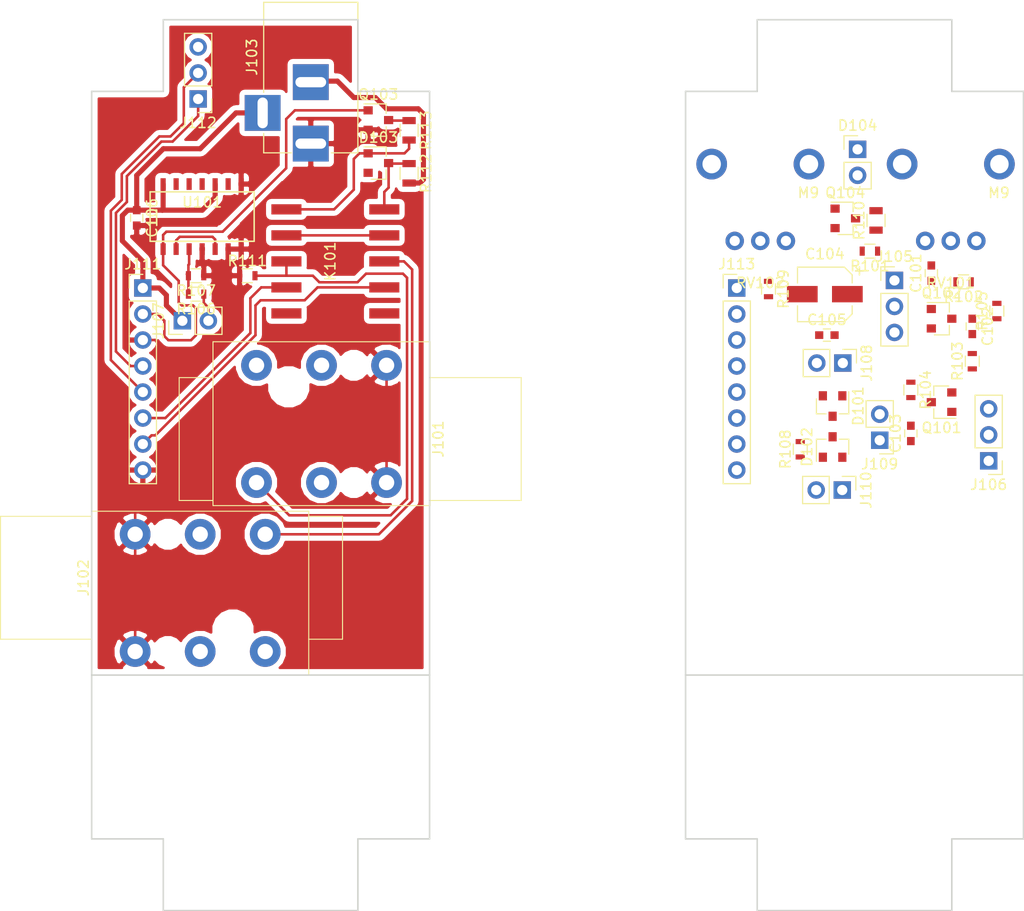
<source format=kicad_pcb>
(kicad_pcb (version 4) (host pcbnew 4.0.6)

  (general
    (links 89)
    (no_connects 10)
    (area 38.150001 31.3 164.335715 142.700001)
    (thickness 1.6)
    (drawings 60)
    (tracks 168)
    (zones 0)
    (modules 43)
    (nets 35)
  )

  (page A4)
  (layers
    (0 F.Cu signal)
    (31 B.Cu signal)
    (32 B.Adhes user)
    (33 F.Adhes user)
    (34 B.Paste user)
    (35 F.Paste user)
    (36 B.SilkS user)
    (37 F.SilkS user)
    (38 B.Mask user)
    (39 F.Mask user)
    (40 Dwgs.User user)
    (41 Cmts.User user)
    (42 Eco1.User user hide)
    (43 Eco2.User user hide)
    (44 Edge.Cuts user)
    (45 Margin user)
    (46 B.CrtYd user)
    (47 F.CrtYd user)
    (48 B.Fab user)
    (49 F.Fab user)
  )

  (setup
    (last_trace_width 0.25)
    (trace_clearance 0.25)
    (zone_clearance 0.508)
    (zone_45_only no)
    (trace_min 0.2)
    (segment_width 0.2)
    (edge_width 0.15)
    (via_size 1.5)
    (via_drill 0.8)
    (via_min_size 0.4)
    (via_min_drill 0.3)
    (uvia_size 0.3)
    (uvia_drill 0.1)
    (uvias_allowed no)
    (uvia_min_size 0.2)
    (uvia_min_drill 0.1)
    (pcb_text_width 0.3)
    (pcb_text_size 1.5 1.5)
    (mod_edge_width 0.15)
    (mod_text_size 1 1)
    (mod_text_width 0.15)
    (pad_size 1.524 1.524)
    (pad_drill 0.762)
    (pad_to_mask_clearance 0.2)
    (aux_axis_origin 0 0)
    (visible_elements 7FFFFFFF)
    (pcbplotparams
      (layerselection 0x00030_80000001)
      (usegerberextensions false)
      (excludeedgelayer true)
      (linewidth 0.100000)
      (plotframeref false)
      (viasonmask false)
      (mode 1)
      (useauxorigin false)
      (hpglpennumber 1)
      (hpglpenspeed 20)
      (hpglpendiameter 15)
      (hpglpenoverlay 2)
      (psnegative false)
      (psa4output false)
      (plotreference true)
      (plotvalue true)
      (plotinvisibletext false)
      (padsonsilk false)
      (subtractmaskfromsilk false)
      (outputformat 1)
      (mirror false)
      (drillshape 1)
      (scaleselection 1)
      (outputdirectory ""))
  )

  (net 0 "")
  (net 1 "Net-(C101-Pad2)")
  (net 2 "Net-(C101-Pad1)")
  (net 3 "Net-(C102-Pad2)")
  (net 4 "Net-(C102-Pad1)")
  (net 5 "Net-(C103-Pad2)")
  (net 6 /SW_DIODE_1B)
  (net 7 "Net-(C104-Pad1)")
  (net 8 GNDD)
  (net 9 /SW_DIODE_2B)
  (net 10 VDD)
  (net 11 "Net-(D102-Pad1)")
  (net 12 "Net-(D103-Pad1)")
  (net 13 "Net-(D104-Pad1)")
  (net 14 "Net-(D104-Pad2)")
  (net 15 /AUDIO_IN)
  (net 16 /AUDIO_OUT)
  (net 17 "Net-(J107-Pad2)")
  (net 18 GND)
  (net 19 /FX_IN_A)
  (net 20 /SW_DIODE_1A)
  (net 21 /FX_OUT_A)
  (net 22 /SW_DIODE_2A)
  (net 23 /BYPASS_CMD)
  (net 24 VAA)
  (net 25 /FX_IN_B)
  (net 26 /FX_OUT_B)
  (net 27 /LED_CMD_B)
  (net 28 "Net-(K101-Pad2)")
  (net 29 "Net-(R101-Pad1)")
  (net 30 "Net-(R106-Pad2)")
  (net 31 "Net-(R109-Pad1)")
  (net 32 "Net-(U101-Pad2)")
  (net 33 "Net-(D103-Pad3)")
  (net 34 "Net-(Q103-Pad3)")

  (net_class Default "Ceci est la Netclass par défaut"
    (clearance 0.25)
    (trace_width 0.25)
    (via_dia 1.5)
    (via_drill 0.8)
    (uvia_dia 0.3)
    (uvia_drill 0.1)
    (add_net /AUDIO_IN)
    (add_net /AUDIO_OUT)
    (add_net /BYPASS_CMD)
    (add_net /FX_IN_A)
    (add_net /FX_IN_B)
    (add_net /FX_OUT_A)
    (add_net /FX_OUT_B)
    (add_net /LED_CMD_B)
    (add_net /SW_DIODE_1A)
    (add_net /SW_DIODE_1B)
    (add_net /SW_DIODE_2A)
    (add_net /SW_DIODE_2B)
    (add_net GND)
    (add_net GNDD)
    (add_net "Net-(C101-Pad1)")
    (add_net "Net-(C101-Pad2)")
    (add_net "Net-(C102-Pad1)")
    (add_net "Net-(C102-Pad2)")
    (add_net "Net-(C103-Pad2)")
    (add_net "Net-(C104-Pad1)")
    (add_net "Net-(D102-Pad1)")
    (add_net "Net-(D103-Pad1)")
    (add_net "Net-(D103-Pad3)")
    (add_net "Net-(D104-Pad1)")
    (add_net "Net-(D104-Pad2)")
    (add_net "Net-(J107-Pad2)")
    (add_net "Net-(K101-Pad2)")
    (add_net "Net-(Q103-Pad3)")
    (add_net "Net-(R101-Pad1)")
    (add_net "Net-(R106-Pad2)")
    (add_net "Net-(R109-Pad1)")
    (add_net "Net-(U101-Pad2)")
  )

  (net_class vaa ""
    (clearance 0.25)
    (trace_width 0.5)
    (via_dia 1.5)
    (via_drill 0.8)
    (uvia_dia 0.3)
    (uvia_drill 0.1)
    (add_net VAA)
  )

  (net_class vdd ""
    (clearance 0.25)
    (trace_width 0.5)
    (via_dia 1.5)
    (via_drill 0.8)
    (uvia_dia 0.3)
    (uvia_drill 0.1)
    (add_net VDD)
  )

  (module Pin_Headers:Pin_Header_Straight_1x08_Pitch2.54mm (layer F.Cu) (tedit 59650532) (tstamp 59A2A89B)
    (at 127 72.2)
    (descr "Through hole straight pin header, 1x08, 2.54mm pitch, single row")
    (tags "Through hole pin header THT 1x08 2.54mm single row")
    (path /599CA9F3)
    (fp_text reference J113 (at 0 -2.33) (layer F.SilkS)
      (effects (font (size 1 1) (thickness 0.15)))
    )
    (fp_text value CONN_CIRCUIT_BOARD (at 0 20.11) (layer F.Fab)
      (effects (font (size 1 1) (thickness 0.15)))
    )
    (fp_line (start -0.635 -1.27) (end 1.27 -1.27) (layer F.Fab) (width 0.1))
    (fp_line (start 1.27 -1.27) (end 1.27 19.05) (layer F.Fab) (width 0.1))
    (fp_line (start 1.27 19.05) (end -1.27 19.05) (layer F.Fab) (width 0.1))
    (fp_line (start -1.27 19.05) (end -1.27 -0.635) (layer F.Fab) (width 0.1))
    (fp_line (start -1.27 -0.635) (end -0.635 -1.27) (layer F.Fab) (width 0.1))
    (fp_line (start -1.33 19.11) (end 1.33 19.11) (layer F.SilkS) (width 0.12))
    (fp_line (start -1.33 1.27) (end -1.33 19.11) (layer F.SilkS) (width 0.12))
    (fp_line (start 1.33 1.27) (end 1.33 19.11) (layer F.SilkS) (width 0.12))
    (fp_line (start -1.33 1.27) (end 1.33 1.27) (layer F.SilkS) (width 0.12))
    (fp_line (start -1.33 0) (end -1.33 -1.33) (layer F.SilkS) (width 0.12))
    (fp_line (start -1.33 -1.33) (end 0 -1.33) (layer F.SilkS) (width 0.12))
    (fp_line (start -1.8 -1.8) (end -1.8 19.55) (layer F.CrtYd) (width 0.05))
    (fp_line (start -1.8 19.55) (end 1.8 19.55) (layer F.CrtYd) (width 0.05))
    (fp_line (start 1.8 19.55) (end 1.8 -1.8) (layer F.CrtYd) (width 0.05))
    (fp_line (start 1.8 -1.8) (end -1.8 -1.8) (layer F.CrtYd) (width 0.05))
    (fp_text user %R (at 0 8.89 90) (layer F.Fab)
      (effects (font (size 1 1) (thickness 0.15)))
    )
    (pad 1 thru_hole rect (at 0 0) (size 1.7 1.7) (drill 1) (layers *.Cu *.Mask)
      (net 24 VAA))
    (pad 2 thru_hole oval (at 0 2.54) (size 1.7 1.7) (drill 1) (layers *.Cu *.Mask)
      (net 27 /LED_CMD_B))
    (pad 3 thru_hole oval (at 0 5.08) (size 1.7 1.7) (drill 1) (layers *.Cu *.Mask)
      (net 8 GNDD))
    (pad 4 thru_hole oval (at 0 7.62) (size 1.7 1.7) (drill 1) (layers *.Cu *.Mask)
      (net 6 /SW_DIODE_1B))
    (pad 5 thru_hole oval (at 0 10.16) (size 1.7 1.7) (drill 1) (layers *.Cu *.Mask)
      (net 9 /SW_DIODE_2B))
    (pad 6 thru_hole oval (at 0 12.7) (size 1.7 1.7) (drill 1) (layers *.Cu *.Mask)
      (net 25 /FX_IN_B))
    (pad 7 thru_hole oval (at 0 15.24) (size 1.7 1.7) (drill 1) (layers *.Cu *.Mask)
      (net 26 /FX_OUT_B))
    (pad 8 thru_hole oval (at 0 17.78) (size 1.7 1.7) (drill 1) (layers *.Cu *.Mask)
      (net 8 GNDD))
    (model ${KISYS3DMOD}/Pin_Headers.3dshapes/Pin_Header_Straight_1x08_Pitch2.54mm.wrl
      (at (xyz 0 0 0))
      (scale (xyz 1 1 1))
      (rotate (xyz 0 0 0))
    )
  )

  (module SMD_Packages:SOIC-14_N (layer F.Cu) (tedit 0) (tstamp 59A2A93F)
    (at 74.79 65.098)
    (descr "Module CMS SOJ 14 pins Large")
    (tags "CMS SOJ")
    (path /599C9C8B)
    (attr smd)
    (fp_text reference U101 (at 0 -1.27) (layer F.SilkS)
      (effects (font (size 1 1) (thickness 0.15)))
    )
    (fp_text value 4013 (at 0 1.27) (layer F.Fab)
      (effects (font (size 1 1) (thickness 0.15)))
    )
    (fp_line (start 5.08 -2.286) (end 5.08 2.54) (layer F.SilkS) (width 0.15))
    (fp_line (start 5.08 2.54) (end -5.08 2.54) (layer F.SilkS) (width 0.15))
    (fp_line (start -5.08 2.54) (end -5.08 -2.286) (layer F.SilkS) (width 0.15))
    (fp_line (start -5.08 -2.286) (end 5.08 -2.286) (layer F.SilkS) (width 0.15))
    (fp_line (start -5.08 -0.508) (end -4.445 -0.508) (layer F.SilkS) (width 0.15))
    (fp_line (start -4.445 -0.508) (end -4.445 0.762) (layer F.SilkS) (width 0.15))
    (fp_line (start -4.445 0.762) (end -5.08 0.762) (layer F.SilkS) (width 0.15))
    (pad 1 smd rect (at -3.81 3.302) (size 0.508 1.143) (layers F.Cu F.Paste F.Mask)
      (net 23 /BYPASS_CMD))
    (pad 2 smd rect (at -2.54 3.302) (size 0.508 1.143) (layers F.Cu F.Paste F.Mask)
      (net 32 "Net-(U101-Pad2)"))
    (pad 3 smd rect (at -1.27 3.302) (size 0.508 1.143) (layers F.Cu F.Paste F.Mask)
      (net 30 "Net-(R106-Pad2)"))
    (pad 4 smd rect (at 0 3.302) (size 0.508 1.143) (layers F.Cu F.Paste F.Mask)
      (net 18 GND))
    (pad 5 smd rect (at 1.27 3.302) (size 0.508 1.143) (layers F.Cu F.Paste F.Mask)
      (net 32 "Net-(U101-Pad2)"))
    (pad 6 smd rect (at 2.54 3.302) (size 0.508 1.143) (layers F.Cu F.Paste F.Mask)
      (net 18 GND))
    (pad 7 smd rect (at 3.81 3.302) (size 0.508 1.143) (layers F.Cu F.Paste F.Mask)
      (net 18 GND))
    (pad 8 smd rect (at 3.81 -3.048) (size 0.508 1.143) (layers F.Cu F.Paste F.Mask)
      (net 18 GND))
    (pad 9 smd rect (at 2.54 -3.048) (size 0.508 1.143) (layers F.Cu F.Paste F.Mask))
    (pad 11 smd rect (at 0 -3.048) (size 0.508 1.143) (layers F.Cu F.Paste F.Mask))
    (pad 12 smd rect (at -1.27 -3.048) (size 0.508 1.143) (layers F.Cu F.Paste F.Mask))
    (pad 13 smd rect (at -2.54 -3.048) (size 0.508 1.143) (layers F.Cu F.Paste F.Mask))
    (pad 14 smd rect (at -3.81 -3.048) (size 0.508 1.143) (layers F.Cu F.Paste F.Mask)
      (net 10 VDD))
    (pad 10 smd rect (at 1.27 -3.048) (size 0.508 1.143) (layers F.Cu F.Paste F.Mask)
      (net 10 VDD))
    (model SMD_Packages.3dshapes/SOIC-14_N.wrl
      (at (xyz 0 0 0))
      (scale (xyz 0.5 0.4 0.5))
      (rotate (xyz 0 0 0))
    )
  )

  (module Capacitors_SMD:C_0603 (layer F.Cu) (tedit 59958EE7) (tstamp 59A2A7FC)
    (at 146 70.75 90)
    (descr "Capacitor SMD 0603, reflow soldering, AVX (see smccp.pdf)")
    (tags "capacitor 0603")
    (path /599CAC3B)
    (attr smd)
    (fp_text reference C101 (at 0 -1.5 90) (layer F.SilkS)
      (effects (font (size 1 1) (thickness 0.15)))
    )
    (fp_text value 22n (at 0 1.5 90) (layer F.Fab)
      (effects (font (size 1 1) (thickness 0.15)))
    )
    (fp_line (start 1.4 0.65) (end -1.4 0.65) (layer F.CrtYd) (width 0.05))
    (fp_line (start 1.4 0.65) (end 1.4 -0.65) (layer F.CrtYd) (width 0.05))
    (fp_line (start -1.4 -0.65) (end -1.4 0.65) (layer F.CrtYd) (width 0.05))
    (fp_line (start -1.4 -0.65) (end 1.4 -0.65) (layer F.CrtYd) (width 0.05))
    (fp_line (start 0.35 0.6) (end -0.35 0.6) (layer F.SilkS) (width 0.12))
    (fp_line (start -0.35 -0.6) (end 0.35 -0.6) (layer F.SilkS) (width 0.12))
    (fp_line (start -0.8 -0.4) (end 0.8 -0.4) (layer F.Fab) (width 0.1))
    (fp_line (start 0.8 -0.4) (end 0.8 0.4) (layer F.Fab) (width 0.1))
    (fp_line (start 0.8 0.4) (end -0.8 0.4) (layer F.Fab) (width 0.1))
    (fp_line (start -0.8 0.4) (end -0.8 -0.4) (layer F.Fab) (width 0.1))
    (fp_text user %R (at 0 0 90) (layer F.Fab)
      (effects (font (size 0.3 0.3) (thickness 0.075)))
    )
    (pad 2 smd rect (at 0.75 0 90) (size 0.8 0.75) (layers F.Cu F.Paste F.Mask)
      (net 1 "Net-(C101-Pad2)"))
    (pad 1 smd rect (at -0.75 0 90) (size 0.8 0.75) (layers F.Cu F.Paste F.Mask)
      (net 2 "Net-(C101-Pad1)"))
    (model Capacitors_SMD.3dshapes/C_0603.wrl
      (at (xyz 0 0 0))
      (scale (xyz 1 1 1))
      (rotate (xyz 0 0 0))
    )
  )

  (module Capacitors_SMD:C_0603 (layer F.Cu) (tedit 59958EE7) (tstamp 59A2A802)
    (at 150 75.95 270)
    (descr "Capacitor SMD 0603, reflow soldering, AVX (see smccp.pdf)")
    (tags "capacitor 0603")
    (path /599CB1C4)
    (attr smd)
    (fp_text reference C102 (at 0 -1.5 270) (layer F.SilkS)
      (effects (font (size 1 1) (thickness 0.15)))
    )
    (fp_text value 47n (at 0 1.5 270) (layer F.Fab)
      (effects (font (size 1 1) (thickness 0.15)))
    )
    (fp_line (start 1.4 0.65) (end -1.4 0.65) (layer F.CrtYd) (width 0.05))
    (fp_line (start 1.4 0.65) (end 1.4 -0.65) (layer F.CrtYd) (width 0.05))
    (fp_line (start -1.4 -0.65) (end -1.4 0.65) (layer F.CrtYd) (width 0.05))
    (fp_line (start -1.4 -0.65) (end 1.4 -0.65) (layer F.CrtYd) (width 0.05))
    (fp_line (start 0.35 0.6) (end -0.35 0.6) (layer F.SilkS) (width 0.12))
    (fp_line (start -0.35 -0.6) (end 0.35 -0.6) (layer F.SilkS) (width 0.12))
    (fp_line (start -0.8 -0.4) (end 0.8 -0.4) (layer F.Fab) (width 0.1))
    (fp_line (start 0.8 -0.4) (end 0.8 0.4) (layer F.Fab) (width 0.1))
    (fp_line (start 0.8 0.4) (end -0.8 0.4) (layer F.Fab) (width 0.1))
    (fp_line (start -0.8 0.4) (end -0.8 -0.4) (layer F.Fab) (width 0.1))
    (fp_text user %R (at 0 0 270) (layer F.Fab)
      (effects (font (size 0.3 0.3) (thickness 0.075)))
    )
    (pad 2 smd rect (at 0.75 0 270) (size 0.8 0.75) (layers F.Cu F.Paste F.Mask)
      (net 3 "Net-(C102-Pad2)"))
    (pad 1 smd rect (at -0.75 0 270) (size 0.8 0.75) (layers F.Cu F.Paste F.Mask)
      (net 4 "Net-(C102-Pad1)"))
    (model Capacitors_SMD.3dshapes/C_0603.wrl
      (at (xyz 0 0 0))
      (scale (xyz 1 1 1))
      (rotate (xyz 0 0 0))
    )
  )

  (module Capacitors_SMD:C_0603 (layer F.Cu) (tedit 59958EE7) (tstamp 59A2A808)
    (at 144 86.4 90)
    (descr "Capacitor SMD 0603, reflow soldering, AVX (see smccp.pdf)")
    (tags "capacitor 0603")
    (path /599CB975)
    (attr smd)
    (fp_text reference C103 (at 0 -1.5 90) (layer F.SilkS)
      (effects (font (size 1 1) (thickness 0.15)))
    )
    (fp_text value 100n (at 0 1.5 90) (layer F.Fab)
      (effects (font (size 1 1) (thickness 0.15)))
    )
    (fp_line (start 1.4 0.65) (end -1.4 0.65) (layer F.CrtYd) (width 0.05))
    (fp_line (start 1.4 0.65) (end 1.4 -0.65) (layer F.CrtYd) (width 0.05))
    (fp_line (start -1.4 -0.65) (end -1.4 0.65) (layer F.CrtYd) (width 0.05))
    (fp_line (start -1.4 -0.65) (end 1.4 -0.65) (layer F.CrtYd) (width 0.05))
    (fp_line (start 0.35 0.6) (end -0.35 0.6) (layer F.SilkS) (width 0.12))
    (fp_line (start -0.35 -0.6) (end 0.35 -0.6) (layer F.SilkS) (width 0.12))
    (fp_line (start -0.8 -0.4) (end 0.8 -0.4) (layer F.Fab) (width 0.1))
    (fp_line (start 0.8 -0.4) (end 0.8 0.4) (layer F.Fab) (width 0.1))
    (fp_line (start 0.8 0.4) (end -0.8 0.4) (layer F.Fab) (width 0.1))
    (fp_line (start -0.8 0.4) (end -0.8 -0.4) (layer F.Fab) (width 0.1))
    (fp_text user %R (at 0 0 90) (layer F.Fab)
      (effects (font (size 0.3 0.3) (thickness 0.075)))
    )
    (pad 2 smd rect (at 0.75 0 90) (size 0.8 0.75) (layers F.Cu F.Paste F.Mask)
      (net 5 "Net-(C103-Pad2)"))
    (pad 1 smd rect (at -0.75 0 90) (size 0.8 0.75) (layers F.Cu F.Paste F.Mask)
      (net 6 /SW_DIODE_1B))
    (model Capacitors_SMD.3dshapes/C_0603.wrl
      (at (xyz 0 0 0))
      (scale (xyz 1 1 1))
      (rotate (xyz 0 0 0))
    )
  )

  (module Capacitors_SMD:CP_Elec_5x5.3 (layer F.Cu) (tedit 58AA8A8F) (tstamp 59A2A80E)
    (at 135.6 72.8 180)
    (descr "SMT capacitor, aluminium electrolytic, 5x5.3")
    (path /599CB428)
    (attr smd)
    (fp_text reference C104 (at 0 3.92 180) (layer F.SilkS)
      (effects (font (size 1 1) (thickness 0.15)))
    )
    (fp_text value 22u (at 0 -3.92 180) (layer F.Fab)
      (effects (font (size 1 1) (thickness 0.15)))
    )
    (fp_circle (center 0 0) (end 0.3 2.4) (layer F.Fab) (width 0.1))
    (fp_text user + (at -1.37 -0.08 180) (layer F.Fab)
      (effects (font (size 1 1) (thickness 0.15)))
    )
    (fp_text user + (at -3.38 2.34 180) (layer F.SilkS)
      (effects (font (size 1 1) (thickness 0.15)))
    )
    (fp_text user %R (at 0 3.92 180) (layer F.Fab)
      (effects (font (size 1 1) (thickness 0.15)))
    )
    (fp_line (start 2.51 2.49) (end 2.51 -2.54) (layer F.Fab) (width 0.1))
    (fp_line (start -1.84 2.49) (end 2.51 2.49) (layer F.Fab) (width 0.1))
    (fp_line (start -2.51 1.82) (end -1.84 2.49) (layer F.Fab) (width 0.1))
    (fp_line (start -2.51 -1.87) (end -2.51 1.82) (layer F.Fab) (width 0.1))
    (fp_line (start -1.84 -2.54) (end -2.51 -1.87) (layer F.Fab) (width 0.1))
    (fp_line (start 2.51 -2.54) (end -1.84 -2.54) (layer F.Fab) (width 0.1))
    (fp_line (start 2.67 -2.69) (end 2.67 -1.14) (layer F.SilkS) (width 0.12))
    (fp_line (start 2.67 2.64) (end 2.67 1.09) (layer F.SilkS) (width 0.12))
    (fp_line (start -2.67 1.88) (end -2.67 1.09) (layer F.SilkS) (width 0.12))
    (fp_line (start -2.67 -1.93) (end -2.67 -1.14) (layer F.SilkS) (width 0.12))
    (fp_line (start 2.67 -2.69) (end -1.91 -2.69) (layer F.SilkS) (width 0.12))
    (fp_line (start -1.91 -2.69) (end -2.67 -1.93) (layer F.SilkS) (width 0.12))
    (fp_line (start -2.67 1.88) (end -1.91 2.64) (layer F.SilkS) (width 0.12))
    (fp_line (start -1.91 2.64) (end 2.67 2.64) (layer F.SilkS) (width 0.12))
    (fp_line (start -3.95 -2.79) (end 3.95 -2.79) (layer F.CrtYd) (width 0.05))
    (fp_line (start -3.95 -2.79) (end -3.95 2.74) (layer F.CrtYd) (width 0.05))
    (fp_line (start 3.95 2.74) (end 3.95 -2.79) (layer F.CrtYd) (width 0.05))
    (fp_line (start 3.95 2.74) (end -3.95 2.74) (layer F.CrtYd) (width 0.05))
    (pad 1 smd rect (at -2.2 0) (size 3 1.6) (layers F.Cu F.Paste F.Mask)
      (net 7 "Net-(C104-Pad1)"))
    (pad 2 smd rect (at 2.2 0) (size 3 1.6) (layers F.Cu F.Paste F.Mask)
      (net 8 GNDD))
    (model Capacitors_SMD.3dshapes/CP_Elec_5x5.3.wrl
      (at (xyz 0 0 0))
      (scale (xyz 1 1 1))
      (rotate (xyz 0 0 180))
    )
  )

  (module Capacitors_SMD:C_0603 (layer F.Cu) (tedit 59958EE7) (tstamp 59A2A814)
    (at 135.8 76.8)
    (descr "Capacitor SMD 0603, reflow soldering, AVX (see smccp.pdf)")
    (tags "capacitor 0603")
    (path /599CC6FD)
    (attr smd)
    (fp_text reference C105 (at 0 -1.5) (layer F.SilkS)
      (effects (font (size 1 1) (thickness 0.15)))
    )
    (fp_text value 1n (at 0 1.5) (layer F.Fab)
      (effects (font (size 1 1) (thickness 0.15)))
    )
    (fp_line (start 1.4 0.65) (end -1.4 0.65) (layer F.CrtYd) (width 0.05))
    (fp_line (start 1.4 0.65) (end 1.4 -0.65) (layer F.CrtYd) (width 0.05))
    (fp_line (start -1.4 -0.65) (end -1.4 0.65) (layer F.CrtYd) (width 0.05))
    (fp_line (start -1.4 -0.65) (end 1.4 -0.65) (layer F.CrtYd) (width 0.05))
    (fp_line (start 0.35 0.6) (end -0.35 0.6) (layer F.SilkS) (width 0.12))
    (fp_line (start -0.35 -0.6) (end 0.35 -0.6) (layer F.SilkS) (width 0.12))
    (fp_line (start -0.8 -0.4) (end 0.8 -0.4) (layer F.Fab) (width 0.1))
    (fp_line (start 0.8 -0.4) (end 0.8 0.4) (layer F.Fab) (width 0.1))
    (fp_line (start 0.8 0.4) (end -0.8 0.4) (layer F.Fab) (width 0.1))
    (fp_line (start -0.8 0.4) (end -0.8 -0.4) (layer F.Fab) (width 0.1))
    (fp_text user %R (at 0 0) (layer F.Fab)
      (effects (font (size 0.3 0.3) (thickness 0.075)))
    )
    (pad 2 smd rect (at 0.75 0) (size 0.8 0.75) (layers F.Cu F.Paste F.Mask)
      (net 9 /SW_DIODE_2B))
    (pad 1 smd rect (at -0.75 0) (size 0.8 0.75) (layers F.Cu F.Paste F.Mask)
      (net 8 GNDD))
    (model Capacitors_SMD.3dshapes/C_0603.wrl
      (at (xyz 0 0 0))
      (scale (xyz 1 1 1))
      (rotate (xyz 0 0 0))
    )
  )

  (module Capacitors_SMD:C_0603 (layer F.Cu) (tedit 59958EE7) (tstamp 59A2A81A)
    (at 68.4 65.35 270)
    (descr "Capacitor SMD 0603, reflow soldering, AVX (see smccp.pdf)")
    (tags "capacitor 0603")
    (path /599C9FED)
    (attr smd)
    (fp_text reference C106 (at 0 -1.5 270) (layer F.SilkS)
      (effects (font (size 1 1) (thickness 0.15)))
    )
    (fp_text value 100n (at 0 1.5 270) (layer F.Fab)
      (effects (font (size 1 1) (thickness 0.15)))
    )
    (fp_line (start 1.4 0.65) (end -1.4 0.65) (layer F.CrtYd) (width 0.05))
    (fp_line (start 1.4 0.65) (end 1.4 -0.65) (layer F.CrtYd) (width 0.05))
    (fp_line (start -1.4 -0.65) (end -1.4 0.65) (layer F.CrtYd) (width 0.05))
    (fp_line (start -1.4 -0.65) (end 1.4 -0.65) (layer F.CrtYd) (width 0.05))
    (fp_line (start 0.35 0.6) (end -0.35 0.6) (layer F.SilkS) (width 0.12))
    (fp_line (start -0.35 -0.6) (end 0.35 -0.6) (layer F.SilkS) (width 0.12))
    (fp_line (start -0.8 -0.4) (end 0.8 -0.4) (layer F.Fab) (width 0.1))
    (fp_line (start 0.8 -0.4) (end 0.8 0.4) (layer F.Fab) (width 0.1))
    (fp_line (start 0.8 0.4) (end -0.8 0.4) (layer F.Fab) (width 0.1))
    (fp_line (start -0.8 0.4) (end -0.8 -0.4) (layer F.Fab) (width 0.1))
    (fp_text user %R (at 0 0 270) (layer F.Fab)
      (effects (font (size 0.3 0.3) (thickness 0.075)))
    )
    (pad 2 smd rect (at 0.75 0 270) (size 0.8 0.75) (layers F.Cu F.Paste F.Mask)
      (net 18 GND))
    (pad 1 smd rect (at -0.75 0 270) (size 0.8 0.75) (layers F.Cu F.Paste F.Mask)
      (net 10 VDD))
    (model Capacitors_SMD.3dshapes/C_0603.wrl
      (at (xyz 0 0 0))
      (scale (xyz 1 1 1))
      (rotate (xyz 0 0 0))
    )
  )

  (module TO_SOT_Packages_SMD:SOT-23 (layer F.Cu) (tedit 58CE4E7E) (tstamp 59A2A821)
    (at 136.358592 83.727628 270)
    (descr "SOT-23, Standard")
    (tags SOT-23)
    (path /599CBCEC)
    (attr smd)
    (fp_text reference D101 (at 0 -2.5 270) (layer F.SilkS)
      (effects (font (size 1 1) (thickness 0.15)))
    )
    (fp_text value D (at 0 2.5 270) (layer F.Fab)
      (effects (font (size 1 1) (thickness 0.15)))
    )
    (fp_text user %R (at 0 0 360) (layer F.Fab)
      (effects (font (size 0.5 0.5) (thickness 0.075)))
    )
    (fp_line (start -0.7 -0.95) (end -0.7 1.5) (layer F.Fab) (width 0.1))
    (fp_line (start -0.15 -1.52) (end 0.7 -1.52) (layer F.Fab) (width 0.1))
    (fp_line (start -0.7 -0.95) (end -0.15 -1.52) (layer F.Fab) (width 0.1))
    (fp_line (start 0.7 -1.52) (end 0.7 1.52) (layer F.Fab) (width 0.1))
    (fp_line (start -0.7 1.52) (end 0.7 1.52) (layer F.Fab) (width 0.1))
    (fp_line (start 0.76 1.58) (end 0.76 0.65) (layer F.SilkS) (width 0.12))
    (fp_line (start 0.76 -1.58) (end 0.76 -0.65) (layer F.SilkS) (width 0.12))
    (fp_line (start -1.7 -1.75) (end 1.7 -1.75) (layer F.CrtYd) (width 0.05))
    (fp_line (start 1.7 -1.75) (end 1.7 1.75) (layer F.CrtYd) (width 0.05))
    (fp_line (start 1.7 1.75) (end -1.7 1.75) (layer F.CrtYd) (width 0.05))
    (fp_line (start -1.7 1.75) (end -1.7 -1.75) (layer F.CrtYd) (width 0.05))
    (fp_line (start 0.76 -1.58) (end -1.4 -1.58) (layer F.SilkS) (width 0.12))
    (fp_line (start 0.76 1.58) (end -0.7 1.58) (layer F.SilkS) (width 0.12))
    (pad 1 smd rect (at -1 -0.95 270) (size 0.9 0.8) (layers F.Cu F.Paste F.Mask)
      (net 9 /SW_DIODE_2B))
    (pad 2 smd rect (at -1 0.95 270) (size 0.9 0.8) (layers F.Cu F.Paste F.Mask)
      (net 8 GNDD))
    (pad 3 smd rect (at 1 0 270) (size 0.9 0.8) (layers F.Cu F.Paste F.Mask))
    (model ${KISYS3DMOD}/TO_SOT_Packages_SMD.3dshapes/SOT-23.wrl
      (at (xyz 0 0 0))
      (scale (xyz 1 1 1))
      (rotate (xyz 0 0 0))
    )
  )

  (module TO_SOT_Packages_SMD:SOT-23 (layer F.Cu) (tedit 58CE4E7E) (tstamp 59A2A828)
    (at 136.358592 87.727628 90)
    (descr "SOT-23, Standard")
    (tags SOT-23)
    (path /599CC492)
    (attr smd)
    (fp_text reference D102 (at 0 -2.5 90) (layer F.SilkS)
      (effects (font (size 1 1) (thickness 0.15)))
    )
    (fp_text value D (at 0 2.5 90) (layer F.Fab)
      (effects (font (size 1 1) (thickness 0.15)))
    )
    (fp_text user %R (at 0 0 180) (layer F.Fab)
      (effects (font (size 0.5 0.5) (thickness 0.075)))
    )
    (fp_line (start -0.7 -0.95) (end -0.7 1.5) (layer F.Fab) (width 0.1))
    (fp_line (start -0.15 -1.52) (end 0.7 -1.52) (layer F.Fab) (width 0.1))
    (fp_line (start -0.7 -0.95) (end -0.15 -1.52) (layer F.Fab) (width 0.1))
    (fp_line (start 0.7 -1.52) (end 0.7 1.52) (layer F.Fab) (width 0.1))
    (fp_line (start -0.7 1.52) (end 0.7 1.52) (layer F.Fab) (width 0.1))
    (fp_line (start 0.76 1.58) (end 0.76 0.65) (layer F.SilkS) (width 0.12))
    (fp_line (start 0.76 -1.58) (end 0.76 -0.65) (layer F.SilkS) (width 0.12))
    (fp_line (start -1.7 -1.75) (end 1.7 -1.75) (layer F.CrtYd) (width 0.05))
    (fp_line (start 1.7 -1.75) (end 1.7 1.75) (layer F.CrtYd) (width 0.05))
    (fp_line (start 1.7 1.75) (end -1.7 1.75) (layer F.CrtYd) (width 0.05))
    (fp_line (start -1.7 1.75) (end -1.7 -1.75) (layer F.CrtYd) (width 0.05))
    (fp_line (start 0.76 -1.58) (end -1.4 -1.58) (layer F.SilkS) (width 0.12))
    (fp_line (start 0.76 1.58) (end -0.7 1.58) (layer F.SilkS) (width 0.12))
    (pad 1 smd rect (at -1 -0.95 90) (size 0.9 0.8) (layers F.Cu F.Paste F.Mask)
      (net 11 "Net-(D102-Pad1)"))
    (pad 2 smd rect (at -1 0.95 90) (size 0.9 0.8) (layers F.Cu F.Paste F.Mask)
      (net 9 /SW_DIODE_2B))
    (pad 3 smd rect (at 1 0 90) (size 0.9 0.8) (layers F.Cu F.Paste F.Mask))
    (model ${KISYS3DMOD}/TO_SOT_Packages_SMD.3dshapes/SOT-23.wrl
      (at (xyz 0 0 0))
      (scale (xyz 1 1 1))
      (rotate (xyz 0 0 0))
    )
  )

  (module TO_SOT_Packages_SMD:SOT-23 (layer F.Cu) (tedit 58CE4E7E) (tstamp 59A2A82F)
    (at 92 60)
    (descr "SOT-23, Standard")
    (tags SOT-23)
    (path /599C9A07)
    (attr smd)
    (fp_text reference D103 (at 0 -2.5) (layer F.SilkS)
      (effects (font (size 1 1) (thickness 0.15)))
    )
    (fp_text value BAS21 (at 0 2.5) (layer F.Fab)
      (effects (font (size 1 1) (thickness 0.15)))
    )
    (fp_text user %R (at 0 0 90) (layer F.Fab)
      (effects (font (size 0.5 0.5) (thickness 0.075)))
    )
    (fp_line (start -0.7 -0.95) (end -0.7 1.5) (layer F.Fab) (width 0.1))
    (fp_line (start -0.15 -1.52) (end 0.7 -1.52) (layer F.Fab) (width 0.1))
    (fp_line (start -0.7 -0.95) (end -0.15 -1.52) (layer F.Fab) (width 0.1))
    (fp_line (start 0.7 -1.52) (end 0.7 1.52) (layer F.Fab) (width 0.1))
    (fp_line (start -0.7 1.52) (end 0.7 1.52) (layer F.Fab) (width 0.1))
    (fp_line (start 0.76 1.58) (end 0.76 0.65) (layer F.SilkS) (width 0.12))
    (fp_line (start 0.76 -1.58) (end 0.76 -0.65) (layer F.SilkS) (width 0.12))
    (fp_line (start -1.7 -1.75) (end 1.7 -1.75) (layer F.CrtYd) (width 0.05))
    (fp_line (start 1.7 -1.75) (end 1.7 1.75) (layer F.CrtYd) (width 0.05))
    (fp_line (start 1.7 1.75) (end -1.7 1.75) (layer F.CrtYd) (width 0.05))
    (fp_line (start -1.7 1.75) (end -1.7 -1.75) (layer F.CrtYd) (width 0.05))
    (fp_line (start 0.76 -1.58) (end -1.4 -1.58) (layer F.SilkS) (width 0.12))
    (fp_line (start 0.76 1.58) (end -0.7 1.58) (layer F.SilkS) (width 0.12))
    (pad 1 smd rect (at -1 -0.95) (size 0.9 0.8) (layers F.Cu F.Paste F.Mask)
      (net 12 "Net-(D103-Pad1)"))
    (pad 2 smd rect (at -1 0.95) (size 0.9 0.8) (layers F.Cu F.Paste F.Mask))
    (pad 3 smd rect (at 1 0) (size 0.9 0.8) (layers F.Cu F.Paste F.Mask)
      (net 33 "Net-(D103-Pad3)"))
    (model ${KISYS3DMOD}/TO_SOT_Packages_SMD.3dshapes/SOT-23.wrl
      (at (xyz 0 0 0))
      (scale (xyz 1 1 1))
      (rotate (xyz 0 0 0))
    )
  )

  (module Pin_Headers:Pin_Header_Straight_1x02_Pitch2.54mm (layer F.Cu) (tedit 59650532) (tstamp 59A2A835)
    (at 138.8 58.66)
    (descr "Through hole straight pin header, 1x02, 2.54mm pitch, single row")
    (tags "Through hole pin header THT 1x02 2.54mm single row")
    (path /599D0F11)
    (fp_text reference D104 (at 0 -2.33) (layer F.SilkS)
      (effects (font (size 1 1) (thickness 0.15)))
    )
    (fp_text value LED (at 0 4.87) (layer F.Fab)
      (effects (font (size 1 1) (thickness 0.15)))
    )
    (fp_line (start -0.635 -1.27) (end 1.27 -1.27) (layer F.Fab) (width 0.1))
    (fp_line (start 1.27 -1.27) (end 1.27 3.81) (layer F.Fab) (width 0.1))
    (fp_line (start 1.27 3.81) (end -1.27 3.81) (layer F.Fab) (width 0.1))
    (fp_line (start -1.27 3.81) (end -1.27 -0.635) (layer F.Fab) (width 0.1))
    (fp_line (start -1.27 -0.635) (end -0.635 -1.27) (layer F.Fab) (width 0.1))
    (fp_line (start -1.33 3.87) (end 1.33 3.87) (layer F.SilkS) (width 0.12))
    (fp_line (start -1.33 1.27) (end -1.33 3.87) (layer F.SilkS) (width 0.12))
    (fp_line (start 1.33 1.27) (end 1.33 3.87) (layer F.SilkS) (width 0.12))
    (fp_line (start -1.33 1.27) (end 1.33 1.27) (layer F.SilkS) (width 0.12))
    (fp_line (start -1.33 0) (end -1.33 -1.33) (layer F.SilkS) (width 0.12))
    (fp_line (start -1.33 -1.33) (end 0 -1.33) (layer F.SilkS) (width 0.12))
    (fp_line (start -1.8 -1.8) (end -1.8 4.35) (layer F.CrtYd) (width 0.05))
    (fp_line (start -1.8 4.35) (end 1.8 4.35) (layer F.CrtYd) (width 0.05))
    (fp_line (start 1.8 4.35) (end 1.8 -1.8) (layer F.CrtYd) (width 0.05))
    (fp_line (start 1.8 -1.8) (end -1.8 -1.8) (layer F.CrtYd) (width 0.05))
    (fp_text user %R (at 0 1.27 90) (layer F.Fab)
      (effects (font (size 1 1) (thickness 0.15)))
    )
    (pad 1 thru_hole rect (at 0 0) (size 1.7 1.7) (drill 1) (layers *.Cu *.Mask)
      (net 13 "Net-(D104-Pad1)"))
    (pad 2 thru_hole oval (at 0 2.54) (size 1.7 1.7) (drill 1) (layers *.Cu *.Mask)
      (net 14 "Net-(D104-Pad2)"))
    (model ${KISYS3DMOD}/Pin_Headers.3dshapes/Pin_Header_Straight_1x02_Pitch2.54mm.wrl
      (at (xyz 0 0 0))
      (scale (xyz 1 1 1))
      (rotate (xyz 0 0 0))
    )
  )

  (module Pin_Headers:Pin_Header_Straight_1x03_Pitch2.54mm (layer F.Cu) (tedit 59650532) (tstamp 59A2A85D)
    (at 142.4 71.46)
    (descr "Through hole straight pin header, 1x03, 2.54mm pitch, single row")
    (tags "Through hole pin header THT 1x03 2.54mm single row")
    (path /599CB760)
    (fp_text reference J105 (at 0 -2.33) (layer F.SilkS)
      (effects (font (size 1 1) (thickness 0.15)))
    )
    (fp_text value PNP (at 0 7.41) (layer F.Fab)
      (effects (font (size 1 1) (thickness 0.15)))
    )
    (fp_line (start -0.635 -1.27) (end 1.27 -1.27) (layer F.Fab) (width 0.1))
    (fp_line (start 1.27 -1.27) (end 1.27 6.35) (layer F.Fab) (width 0.1))
    (fp_line (start 1.27 6.35) (end -1.27 6.35) (layer F.Fab) (width 0.1))
    (fp_line (start -1.27 6.35) (end -1.27 -0.635) (layer F.Fab) (width 0.1))
    (fp_line (start -1.27 -0.635) (end -0.635 -1.27) (layer F.Fab) (width 0.1))
    (fp_line (start -1.33 6.41) (end 1.33 6.41) (layer F.SilkS) (width 0.12))
    (fp_line (start -1.33 1.27) (end -1.33 6.41) (layer F.SilkS) (width 0.12))
    (fp_line (start 1.33 1.27) (end 1.33 6.41) (layer F.SilkS) (width 0.12))
    (fp_line (start -1.33 1.27) (end 1.33 1.27) (layer F.SilkS) (width 0.12))
    (fp_line (start -1.33 0) (end -1.33 -1.33) (layer F.SilkS) (width 0.12))
    (fp_line (start -1.33 -1.33) (end 0 -1.33) (layer F.SilkS) (width 0.12))
    (fp_line (start -1.8 -1.8) (end -1.8 6.85) (layer F.CrtYd) (width 0.05))
    (fp_line (start -1.8 6.85) (end 1.8 6.85) (layer F.CrtYd) (width 0.05))
    (fp_line (start 1.8 6.85) (end 1.8 -1.8) (layer F.CrtYd) (width 0.05))
    (fp_line (start 1.8 -1.8) (end -1.8 -1.8) (layer F.CrtYd) (width 0.05))
    (fp_text user %R (at 0 2.54 90) (layer F.Fab)
      (effects (font (size 1 1) (thickness 0.15)))
    )
    (pad 1 thru_hole rect (at 0 0) (size 1.7 1.7) (drill 1) (layers *.Cu *.Mask)
      (net 7 "Net-(C104-Pad1)"))
    (pad 2 thru_hole oval (at 0 2.54) (size 1.7 1.7) (drill 1) (layers *.Cu *.Mask)
      (net 2 "Net-(C101-Pad1)"))
    (pad 3 thru_hole oval (at 0 5.08) (size 1.7 1.7) (drill 1) (layers *.Cu *.Mask)
      (net 4 "Net-(C102-Pad1)"))
    (model ${KISYS3DMOD}/Pin_Headers.3dshapes/Pin_Header_Straight_1x03_Pitch2.54mm.wrl
      (at (xyz 0 0 0))
      (scale (xyz 1 1 1))
      (rotate (xyz 0 0 0))
    )
  )

  (module Pin_Headers:Pin_Header_Straight_1x03_Pitch2.54mm (layer F.Cu) (tedit 59650532) (tstamp 59A2A864)
    (at 151.6 89.08 180)
    (descr "Through hole straight pin header, 1x03, 2.54mm pitch, single row")
    (tags "Through hole pin header THT 1x03 2.54mm single row")
    (path /599CB6E5)
    (fp_text reference J106 (at 0 -2.33 180) (layer F.SilkS)
      (effects (font (size 1 1) (thickness 0.15)))
    )
    (fp_text value NPN (at 0 7.41 180) (layer F.Fab)
      (effects (font (size 1 1) (thickness 0.15)))
    )
    (fp_line (start -0.635 -1.27) (end 1.27 -1.27) (layer F.Fab) (width 0.1))
    (fp_line (start 1.27 -1.27) (end 1.27 6.35) (layer F.Fab) (width 0.1))
    (fp_line (start 1.27 6.35) (end -1.27 6.35) (layer F.Fab) (width 0.1))
    (fp_line (start -1.27 6.35) (end -1.27 -0.635) (layer F.Fab) (width 0.1))
    (fp_line (start -1.27 -0.635) (end -0.635 -1.27) (layer F.Fab) (width 0.1))
    (fp_line (start -1.33 6.41) (end 1.33 6.41) (layer F.SilkS) (width 0.12))
    (fp_line (start -1.33 1.27) (end -1.33 6.41) (layer F.SilkS) (width 0.12))
    (fp_line (start 1.33 1.27) (end 1.33 6.41) (layer F.SilkS) (width 0.12))
    (fp_line (start -1.33 1.27) (end 1.33 1.27) (layer F.SilkS) (width 0.12))
    (fp_line (start -1.33 0) (end -1.33 -1.33) (layer F.SilkS) (width 0.12))
    (fp_line (start -1.33 -1.33) (end 0 -1.33) (layer F.SilkS) (width 0.12))
    (fp_line (start -1.8 -1.8) (end -1.8 6.85) (layer F.CrtYd) (width 0.05))
    (fp_line (start -1.8 6.85) (end 1.8 6.85) (layer F.CrtYd) (width 0.05))
    (fp_line (start 1.8 6.85) (end 1.8 -1.8) (layer F.CrtYd) (width 0.05))
    (fp_line (start 1.8 -1.8) (end -1.8 -1.8) (layer F.CrtYd) (width 0.05))
    (fp_text user %R (at 0 2.54 270) (layer F.Fab)
      (effects (font (size 1 1) (thickness 0.15)))
    )
    (pad 1 thru_hole rect (at 0 0 180) (size 1.7 1.7) (drill 1) (layers *.Cu *.Mask)
      (net 5 "Net-(C103-Pad2)"))
    (pad 2 thru_hole oval (at 0 2.54 180) (size 1.7 1.7) (drill 1) (layers *.Cu *.Mask)
      (net 3 "Net-(C102-Pad2)"))
    (pad 3 thru_hole oval (at 0 5.08 180) (size 1.7 1.7) (drill 1) (layers *.Cu *.Mask)
      (net 7 "Net-(C104-Pad1)"))
    (model ${KISYS3DMOD}/Pin_Headers.3dshapes/Pin_Header_Straight_1x03_Pitch2.54mm.wrl
      (at (xyz 0 0 0))
      (scale (xyz 1 1 1))
      (rotate (xyz 0 0 0))
    )
  )

  (module Pin_Headers:Pin_Header_Straight_1x02_Pitch2.54mm (layer F.Cu) (tedit 59650532) (tstamp 59A2A86A)
    (at 72.86 75.4 90)
    (descr "Through hole straight pin header, 1x02, 2.54mm pitch, single row")
    (tags "Through hole pin header THT 1x02 2.54mm single row")
    (path /599CA183)
    (fp_text reference J107 (at 0 -2.33 90) (layer F.SilkS)
      (effects (font (size 1 1) (thickness 0.15)))
    )
    (fp_text value SW_BYPASS (at 0 4.87 90) (layer F.Fab)
      (effects (font (size 1 1) (thickness 0.15)))
    )
    (fp_line (start -0.635 -1.27) (end 1.27 -1.27) (layer F.Fab) (width 0.1))
    (fp_line (start 1.27 -1.27) (end 1.27 3.81) (layer F.Fab) (width 0.1))
    (fp_line (start 1.27 3.81) (end -1.27 3.81) (layer F.Fab) (width 0.1))
    (fp_line (start -1.27 3.81) (end -1.27 -0.635) (layer F.Fab) (width 0.1))
    (fp_line (start -1.27 -0.635) (end -0.635 -1.27) (layer F.Fab) (width 0.1))
    (fp_line (start -1.33 3.87) (end 1.33 3.87) (layer F.SilkS) (width 0.12))
    (fp_line (start -1.33 1.27) (end -1.33 3.87) (layer F.SilkS) (width 0.12))
    (fp_line (start 1.33 1.27) (end 1.33 3.87) (layer F.SilkS) (width 0.12))
    (fp_line (start -1.33 1.27) (end 1.33 1.27) (layer F.SilkS) (width 0.12))
    (fp_line (start -1.33 0) (end -1.33 -1.33) (layer F.SilkS) (width 0.12))
    (fp_line (start -1.33 -1.33) (end 0 -1.33) (layer F.SilkS) (width 0.12))
    (fp_line (start -1.8 -1.8) (end -1.8 4.35) (layer F.CrtYd) (width 0.05))
    (fp_line (start -1.8 4.35) (end 1.8 4.35) (layer F.CrtYd) (width 0.05))
    (fp_line (start 1.8 4.35) (end 1.8 -1.8) (layer F.CrtYd) (width 0.05))
    (fp_line (start 1.8 -1.8) (end -1.8 -1.8) (layer F.CrtYd) (width 0.05))
    (fp_text user %R (at 0 1.27 180) (layer F.Fab)
      (effects (font (size 1 1) (thickness 0.15)))
    )
    (pad 1 thru_hole rect (at 0 0 90) (size 1.7 1.7) (drill 1) (layers *.Cu *.Mask)
      (net 10 VDD))
    (pad 2 thru_hole oval (at 0 2.54 90) (size 1.7 1.7) (drill 1) (layers *.Cu *.Mask)
      (net 17 "Net-(J107-Pad2)"))
    (model ${KISYS3DMOD}/Pin_Headers.3dshapes/Pin_Header_Straight_1x02_Pitch2.54mm.wrl
      (at (xyz 0 0 0))
      (scale (xyz 1 1 1))
      (rotate (xyz 0 0 0))
    )
  )

  (module Pin_Headers:Pin_Header_Straight_1x02_Pitch2.54mm (layer F.Cu) (tedit 59650532) (tstamp 59A2A870)
    (at 137.358592 79.527628 270)
    (descr "Through hole straight pin header, 1x02, 2.54mm pitch, single row")
    (tags "Through hole pin header THT 1x02 2.54mm single row")
    (path /599CC14E)
    (fp_text reference J108 (at 0 -2.33 270) (layer F.SilkS)
      (effects (font (size 1 1) (thickness 0.15)))
    )
    (fp_text value DIODE1 (at 0 4.87 270) (layer F.Fab)
      (effects (font (size 1 1) (thickness 0.15)))
    )
    (fp_line (start -0.635 -1.27) (end 1.27 -1.27) (layer F.Fab) (width 0.1))
    (fp_line (start 1.27 -1.27) (end 1.27 3.81) (layer F.Fab) (width 0.1))
    (fp_line (start 1.27 3.81) (end -1.27 3.81) (layer F.Fab) (width 0.1))
    (fp_line (start -1.27 3.81) (end -1.27 -0.635) (layer F.Fab) (width 0.1))
    (fp_line (start -1.27 -0.635) (end -0.635 -1.27) (layer F.Fab) (width 0.1))
    (fp_line (start -1.33 3.87) (end 1.33 3.87) (layer F.SilkS) (width 0.12))
    (fp_line (start -1.33 1.27) (end -1.33 3.87) (layer F.SilkS) (width 0.12))
    (fp_line (start 1.33 1.27) (end 1.33 3.87) (layer F.SilkS) (width 0.12))
    (fp_line (start -1.33 1.27) (end 1.33 1.27) (layer F.SilkS) (width 0.12))
    (fp_line (start -1.33 0) (end -1.33 -1.33) (layer F.SilkS) (width 0.12))
    (fp_line (start -1.33 -1.33) (end 0 -1.33) (layer F.SilkS) (width 0.12))
    (fp_line (start -1.8 -1.8) (end -1.8 4.35) (layer F.CrtYd) (width 0.05))
    (fp_line (start -1.8 4.35) (end 1.8 4.35) (layer F.CrtYd) (width 0.05))
    (fp_line (start 1.8 4.35) (end 1.8 -1.8) (layer F.CrtYd) (width 0.05))
    (fp_line (start 1.8 -1.8) (end -1.8 -1.8) (layer F.CrtYd) (width 0.05))
    (fp_text user %R (at 0 1.27 360) (layer F.Fab)
      (effects (font (size 1 1) (thickness 0.15)))
    )
    (pad 1 thru_hole rect (at 0 0 270) (size 1.7 1.7) (drill 1) (layers *.Cu *.Mask)
      (net 9 /SW_DIODE_2B))
    (pad 2 thru_hole oval (at 0 2.54 270) (size 1.7 1.7) (drill 1) (layers *.Cu *.Mask)
      (net 8 GNDD))
    (model ${KISYS3DMOD}/Pin_Headers.3dshapes/Pin_Header_Straight_1x02_Pitch2.54mm.wrl
      (at (xyz 0 0 0))
      (scale (xyz 1 1 1))
      (rotate (xyz 0 0 0))
    )
  )

  (module Pin_Headers:Pin_Header_Straight_1x02_Pitch2.54mm (layer F.Cu) (tedit 59650532) (tstamp 59A2A876)
    (at 140.958592 87.067628 180)
    (descr "Through hole straight pin header, 1x02, 2.54mm pitch, single row")
    (tags "Through hole pin header THT 1x02 2.54mm single row")
    (path /599D80DD)
    (fp_text reference J109 (at 0 -2.33 180) (layer F.SilkS)
      (effects (font (size 1 1) (thickness 0.15)))
    )
    (fp_text value SW_DIODE (at 0 4.87 180) (layer F.Fab)
      (effects (font (size 1 1) (thickness 0.15)))
    )
    (fp_line (start -0.635 -1.27) (end 1.27 -1.27) (layer F.Fab) (width 0.1))
    (fp_line (start 1.27 -1.27) (end 1.27 3.81) (layer F.Fab) (width 0.1))
    (fp_line (start 1.27 3.81) (end -1.27 3.81) (layer F.Fab) (width 0.1))
    (fp_line (start -1.27 3.81) (end -1.27 -0.635) (layer F.Fab) (width 0.1))
    (fp_line (start -1.27 -0.635) (end -0.635 -1.27) (layer F.Fab) (width 0.1))
    (fp_line (start -1.33 3.87) (end 1.33 3.87) (layer F.SilkS) (width 0.12))
    (fp_line (start -1.33 1.27) (end -1.33 3.87) (layer F.SilkS) (width 0.12))
    (fp_line (start 1.33 1.27) (end 1.33 3.87) (layer F.SilkS) (width 0.12))
    (fp_line (start -1.33 1.27) (end 1.33 1.27) (layer F.SilkS) (width 0.12))
    (fp_line (start -1.33 0) (end -1.33 -1.33) (layer F.SilkS) (width 0.12))
    (fp_line (start -1.33 -1.33) (end 0 -1.33) (layer F.SilkS) (width 0.12))
    (fp_line (start -1.8 -1.8) (end -1.8 4.35) (layer F.CrtYd) (width 0.05))
    (fp_line (start -1.8 4.35) (end 1.8 4.35) (layer F.CrtYd) (width 0.05))
    (fp_line (start 1.8 4.35) (end 1.8 -1.8) (layer F.CrtYd) (width 0.05))
    (fp_line (start 1.8 -1.8) (end -1.8 -1.8) (layer F.CrtYd) (width 0.05))
    (fp_text user %R (at 0 1.27 270) (layer F.Fab)
      (effects (font (size 1 1) (thickness 0.15)))
    )
    (pad 1 thru_hole rect (at 0 0 180) (size 1.7 1.7) (drill 1) (layers *.Cu *.Mask)
      (net 6 /SW_DIODE_1B))
    (pad 2 thru_hole oval (at 0 2.54 180) (size 1.7 1.7) (drill 1) (layers *.Cu *.Mask)
      (net 9 /SW_DIODE_2B))
    (model ${KISYS3DMOD}/Pin_Headers.3dshapes/Pin_Header_Straight_1x02_Pitch2.54mm.wrl
      (at (xyz 0 0 0))
      (scale (xyz 1 1 1))
      (rotate (xyz 0 0 0))
    )
  )

  (module Pin_Headers:Pin_Header_Straight_1x02_Pitch2.54mm (layer F.Cu) (tedit 59650532) (tstamp 59A2A87C)
    (at 137.298592 91.927628 270)
    (descr "Through hole straight pin header, 1x02, 2.54mm pitch, single row")
    (tags "Through hole pin header THT 1x02 2.54mm single row")
    (path /599CC5B8)
    (fp_text reference J110 (at 0 -2.33 270) (layer F.SilkS)
      (effects (font (size 1 1) (thickness 0.15)))
    )
    (fp_text value DIODE2 (at 0 4.87 270) (layer F.Fab)
      (effects (font (size 1 1) (thickness 0.15)))
    )
    (fp_line (start -0.635 -1.27) (end 1.27 -1.27) (layer F.Fab) (width 0.1))
    (fp_line (start 1.27 -1.27) (end 1.27 3.81) (layer F.Fab) (width 0.1))
    (fp_line (start 1.27 3.81) (end -1.27 3.81) (layer F.Fab) (width 0.1))
    (fp_line (start -1.27 3.81) (end -1.27 -0.635) (layer F.Fab) (width 0.1))
    (fp_line (start -1.27 -0.635) (end -0.635 -1.27) (layer F.Fab) (width 0.1))
    (fp_line (start -1.33 3.87) (end 1.33 3.87) (layer F.SilkS) (width 0.12))
    (fp_line (start -1.33 1.27) (end -1.33 3.87) (layer F.SilkS) (width 0.12))
    (fp_line (start 1.33 1.27) (end 1.33 3.87) (layer F.SilkS) (width 0.12))
    (fp_line (start -1.33 1.27) (end 1.33 1.27) (layer F.SilkS) (width 0.12))
    (fp_line (start -1.33 0) (end -1.33 -1.33) (layer F.SilkS) (width 0.12))
    (fp_line (start -1.33 -1.33) (end 0 -1.33) (layer F.SilkS) (width 0.12))
    (fp_line (start -1.8 -1.8) (end -1.8 4.35) (layer F.CrtYd) (width 0.05))
    (fp_line (start -1.8 4.35) (end 1.8 4.35) (layer F.CrtYd) (width 0.05))
    (fp_line (start 1.8 4.35) (end 1.8 -1.8) (layer F.CrtYd) (width 0.05))
    (fp_line (start 1.8 -1.8) (end -1.8 -1.8) (layer F.CrtYd) (width 0.05))
    (fp_text user %R (at 0 1.27 360) (layer F.Fab)
      (effects (font (size 1 1) (thickness 0.15)))
    )
    (pad 1 thru_hole rect (at 0 0 270) (size 1.7 1.7) (drill 1) (layers *.Cu *.Mask)
      (net 9 /SW_DIODE_2B))
    (pad 2 thru_hole oval (at 0 2.54 270) (size 1.7 1.7) (drill 1) (layers *.Cu *.Mask)
      (net 11 "Net-(D102-Pad1)"))
    (model ${KISYS3DMOD}/Pin_Headers.3dshapes/Pin_Header_Straight_1x02_Pitch2.54mm.wrl
      (at (xyz 0 0 0))
      (scale (xyz 1 1 1))
      (rotate (xyz 0 0 0))
    )
  )

  (module Pin_Headers:Pin_Header_Straight_1x08_Pitch2.54mm (layer F.Cu) (tedit 59650532) (tstamp 59A2A888)
    (at 69 72.2)
    (descr "Through hole straight pin header, 1x08, 2.54mm pitch, single row")
    (tags "Through hole pin header THT 1x08 2.54mm single row")
    (path /599CA674)
    (fp_text reference J111 (at 0 -2.33) (layer F.SilkS)
      (effects (font (size 1 1) (thickness 0.15)))
    )
    (fp_text value CONN_CONN_BOARD (at 0 20.11) (layer F.Fab)
      (effects (font (size 1 1) (thickness 0.15)))
    )
    (fp_line (start -0.635 -1.27) (end 1.27 -1.27) (layer F.Fab) (width 0.1))
    (fp_line (start 1.27 -1.27) (end 1.27 19.05) (layer F.Fab) (width 0.1))
    (fp_line (start 1.27 19.05) (end -1.27 19.05) (layer F.Fab) (width 0.1))
    (fp_line (start -1.27 19.05) (end -1.27 -0.635) (layer F.Fab) (width 0.1))
    (fp_line (start -1.27 -0.635) (end -0.635 -1.27) (layer F.Fab) (width 0.1))
    (fp_line (start -1.33 19.11) (end 1.33 19.11) (layer F.SilkS) (width 0.12))
    (fp_line (start -1.33 1.27) (end -1.33 19.11) (layer F.SilkS) (width 0.12))
    (fp_line (start 1.33 1.27) (end 1.33 19.11) (layer F.SilkS) (width 0.12))
    (fp_line (start -1.33 1.27) (end 1.33 1.27) (layer F.SilkS) (width 0.12))
    (fp_line (start -1.33 0) (end -1.33 -1.33) (layer F.SilkS) (width 0.12))
    (fp_line (start -1.33 -1.33) (end 0 -1.33) (layer F.SilkS) (width 0.12))
    (fp_line (start -1.8 -1.8) (end -1.8 19.55) (layer F.CrtYd) (width 0.05))
    (fp_line (start -1.8 19.55) (end 1.8 19.55) (layer F.CrtYd) (width 0.05))
    (fp_line (start 1.8 19.55) (end 1.8 -1.8) (layer F.CrtYd) (width 0.05))
    (fp_line (start 1.8 -1.8) (end -1.8 -1.8) (layer F.CrtYd) (width 0.05))
    (fp_text user %R (at 0 8.89 90) (layer F.Fab)
      (effects (font (size 1 1) (thickness 0.15)))
    )
    (pad 1 thru_hole rect (at 0 0) (size 1.7 1.7) (drill 1) (layers *.Cu *.Mask)
      (net 10 VDD))
    (pad 2 thru_hole oval (at 0 2.54) (size 1.7 1.7) (drill 1) (layers *.Cu *.Mask)
      (net 23 /BYPASS_CMD))
    (pad 3 thru_hole oval (at 0 5.08) (size 1.7 1.7) (drill 1) (layers *.Cu *.Mask)
      (net 18 GND))
    (pad 4 thru_hole oval (at 0 7.62) (size 1.7 1.7) (drill 1) (layers *.Cu *.Mask)
      (net 20 /SW_DIODE_1A))
    (pad 5 thru_hole oval (at 0 10.16) (size 1.7 1.7) (drill 1) (layers *.Cu *.Mask)
      (net 22 /SW_DIODE_2A))
    (pad 6 thru_hole oval (at 0 12.7) (size 1.7 1.7) (drill 1) (layers *.Cu *.Mask)
      (net 19 /FX_IN_A))
    (pad 7 thru_hole oval (at 0 15.24) (size 1.7 1.7) (drill 1) (layers *.Cu *.Mask)
      (net 21 /FX_OUT_A))
    (pad 8 thru_hole oval (at 0 17.78) (size 1.7 1.7) (drill 1) (layers *.Cu *.Mask)
      (net 18 GND))
    (model ${KISYS3DMOD}/Pin_Headers.3dshapes/Pin_Header_Straight_1x08_Pitch2.54mm.wrl
      (at (xyz 0 0 0))
      (scale (xyz 1 1 1))
      (rotate (xyz 0 0 0))
    )
  )

  (module Pin_Headers:Pin_Header_Straight_1x03_Pitch2.54mm (layer F.Cu) (tedit 59650532) (tstamp 59A2A88F)
    (at 74.4 53.74 180)
    (descr "Through hole straight pin header, 1x03, 2.54mm pitch, single row")
    (tags "Through hole pin header THT 1x03 2.54mm single row")
    (path /599E0F67)
    (fp_text reference J112 (at 0 -2.33 180) (layer F.SilkS)
      (effects (font (size 1 1) (thickness 0.15)))
    )
    (fp_text value SW_DIODE (at 0 7.41 180) (layer F.Fab)
      (effects (font (size 1 1) (thickness 0.15)))
    )
    (fp_line (start -0.635 -1.27) (end 1.27 -1.27) (layer F.Fab) (width 0.1))
    (fp_line (start 1.27 -1.27) (end 1.27 6.35) (layer F.Fab) (width 0.1))
    (fp_line (start 1.27 6.35) (end -1.27 6.35) (layer F.Fab) (width 0.1))
    (fp_line (start -1.27 6.35) (end -1.27 -0.635) (layer F.Fab) (width 0.1))
    (fp_line (start -1.27 -0.635) (end -0.635 -1.27) (layer F.Fab) (width 0.1))
    (fp_line (start -1.33 6.41) (end 1.33 6.41) (layer F.SilkS) (width 0.12))
    (fp_line (start -1.33 1.27) (end -1.33 6.41) (layer F.SilkS) (width 0.12))
    (fp_line (start 1.33 1.27) (end 1.33 6.41) (layer F.SilkS) (width 0.12))
    (fp_line (start -1.33 1.27) (end 1.33 1.27) (layer F.SilkS) (width 0.12))
    (fp_line (start -1.33 0) (end -1.33 -1.33) (layer F.SilkS) (width 0.12))
    (fp_line (start -1.33 -1.33) (end 0 -1.33) (layer F.SilkS) (width 0.12))
    (fp_line (start -1.8 -1.8) (end -1.8 6.85) (layer F.CrtYd) (width 0.05))
    (fp_line (start -1.8 6.85) (end 1.8 6.85) (layer F.CrtYd) (width 0.05))
    (fp_line (start 1.8 6.85) (end 1.8 -1.8) (layer F.CrtYd) (width 0.05))
    (fp_line (start 1.8 -1.8) (end -1.8 -1.8) (layer F.CrtYd) (width 0.05))
    (fp_text user %R (at 0 2.54 270) (layer F.Fab)
      (effects (font (size 1 1) (thickness 0.15)))
    )
    (pad 1 thru_hole rect (at 0 0 180) (size 1.7 1.7) (drill 1) (layers *.Cu *.Mask)
      (net 20 /SW_DIODE_1A))
    (pad 2 thru_hole oval (at 0 2.54 180) (size 1.7 1.7) (drill 1) (layers *.Cu *.Mask)
      (net 22 /SW_DIODE_2A))
    (pad 3 thru_hole oval (at 0 5.08 180) (size 1.7 1.7) (drill 1) (layers *.Cu *.Mask))
    (model ${KISYS3DMOD}/Pin_Headers.3dshapes/Pin_Header_Straight_1x03_Pitch2.54mm.wrl
      (at (xyz 0 0 0))
      (scale (xyz 1 1 1))
      (rotate (xyz 0 0 0))
    )
  )

  (module flax_lib:TQ2SA (layer F.Cu) (tedit 59A29EF1) (tstamp 59A2A8AD)
    (at 87.8 69.6 270)
    (path /59A2BB41)
    (fp_text reference K101 (at 0 0.5 270) (layer F.SilkS)
      (effects (font (size 1 1) (thickness 0.15)))
    )
    (fp_text value TQ2SA-5V (at 0 -0.5 270) (layer F.Fab)
      (effects (font (size 1 1) (thickness 0.15)))
    )
    (fp_line (start -7 4.5) (end -7 -4.5) (layer F.CrtYd) (width 0.1))
    (fp_line (start 7 4.5) (end -7 4.5) (layer F.CrtYd) (width 0.1))
    (fp_line (start 7 -4.5) (end 7 4.5) (layer F.CrtYd) (width 0.1))
    (fp_line (start -7 -4.5) (end 7 -4.5) (layer F.CrtYd) (width 0.1))
    (pad 1 smd rect (at -5.08 -4.78 270) (size 1 2.94) (layers F.Cu F.Paste F.Mask)
      (net 33 "Net-(D103-Pad3)"))
    (pad 2 smd rect (at -2.54 -4.78 270) (size 1 2.94) (layers F.Cu F.Paste F.Mask)
      (net 28 "Net-(K101-Pad2)"))
    (pad 3 smd rect (at 0 -4.78 270) (size 1 2.94) (layers F.Cu F.Paste F.Mask)
      (net 16 /AUDIO_OUT))
    (pad 4 smd rect (at 2.54 -4.78 270) (size 1 2.94) (layers F.Cu F.Paste F.Mask)
      (net 21 /FX_OUT_A))
    (pad 5 smd rect (at 5.08 -4.78 270) (size 1 2.94) (layers F.Cu F.Paste F.Mask))
    (pad 6 smd rect (at 5.08 4.78 270) (size 1 2.94) (layers F.Cu F.Paste F.Mask))
    (pad 7 smd rect (at 2.54 4.78 270) (size 1 2.94) (layers F.Cu F.Paste F.Mask)
      (net 19 /FX_IN_A))
    (pad 8 smd rect (at 0 4.78 270) (size 1 2.94) (layers F.Cu F.Paste F.Mask)
      (net 15 /AUDIO_IN))
    (pad 9 smd rect (at -2.54 4.78 270) (size 1 2.94) (layers F.Cu F.Paste F.Mask)
      (net 28 "Net-(K101-Pad2)"))
    (pad 10 smd rect (at -5.08 4.78 270) (size 1 2.94) (layers F.Cu F.Paste F.Mask)
      (net 12 "Net-(D103-Pad1)"))
  )

  (module TO_SOT_Packages_SMD:SOT-23 (layer F.Cu) (tedit 58CE4E7E) (tstamp 59A2A8B4)
    (at 147 83.35 180)
    (descr "SOT-23, Standard")
    (tags SOT-23)
    (path /599CB4FB)
    (attr smd)
    (fp_text reference Q101 (at 0 -2.5 180) (layer F.SilkS)
      (effects (font (size 1 1) (thickness 0.15)))
    )
    (fp_text value BC850 (at 0 2.5 180) (layer F.Fab)
      (effects (font (size 1 1) (thickness 0.15)))
    )
    (fp_text user %R (at 0 0 270) (layer F.Fab)
      (effects (font (size 0.5 0.5) (thickness 0.075)))
    )
    (fp_line (start -0.7 -0.95) (end -0.7 1.5) (layer F.Fab) (width 0.1))
    (fp_line (start -0.15 -1.52) (end 0.7 -1.52) (layer F.Fab) (width 0.1))
    (fp_line (start -0.7 -0.95) (end -0.15 -1.52) (layer F.Fab) (width 0.1))
    (fp_line (start 0.7 -1.52) (end 0.7 1.52) (layer F.Fab) (width 0.1))
    (fp_line (start -0.7 1.52) (end 0.7 1.52) (layer F.Fab) (width 0.1))
    (fp_line (start 0.76 1.58) (end 0.76 0.65) (layer F.SilkS) (width 0.12))
    (fp_line (start 0.76 -1.58) (end 0.76 -0.65) (layer F.SilkS) (width 0.12))
    (fp_line (start -1.7 -1.75) (end 1.7 -1.75) (layer F.CrtYd) (width 0.05))
    (fp_line (start 1.7 -1.75) (end 1.7 1.75) (layer F.CrtYd) (width 0.05))
    (fp_line (start 1.7 1.75) (end -1.7 1.75) (layer F.CrtYd) (width 0.05))
    (fp_line (start -1.7 1.75) (end -1.7 -1.75) (layer F.CrtYd) (width 0.05))
    (fp_line (start 0.76 -1.58) (end -1.4 -1.58) (layer F.SilkS) (width 0.12))
    (fp_line (start 0.76 1.58) (end -0.7 1.58) (layer F.SilkS) (width 0.12))
    (pad 1 smd rect (at -1 -0.95 180) (size 0.9 0.8) (layers F.Cu F.Paste F.Mask)
      (net 3 "Net-(C102-Pad2)"))
    (pad 2 smd rect (at -1 0.95 180) (size 0.9 0.8) (layers F.Cu F.Paste F.Mask)
      (net 7 "Net-(C104-Pad1)"))
    (pad 3 smd rect (at 1 0 180) (size 0.9 0.8) (layers F.Cu F.Paste F.Mask)
      (net 5 "Net-(C103-Pad2)"))
    (model ${KISYS3DMOD}/TO_SOT_Packages_SMD.3dshapes/SOT-23.wrl
      (at (xyz 0 0 0))
      (scale (xyz 1 1 1))
      (rotate (xyz 0 0 0))
    )
  )

  (module TO_SOT_Packages_SMD:SOT-23 (layer F.Cu) (tedit 58CE4E7E) (tstamp 59A2A8BB)
    (at 147 75.2)
    (descr "SOT-23, Standard")
    (tags SOT-23)
    (path /599CB59E)
    (attr smd)
    (fp_text reference Q102 (at 0 -2.5) (layer F.SilkS)
      (effects (font (size 1 1) (thickness 0.15)))
    )
    (fp_text value BC856 (at 0 2.5) (layer F.Fab)
      (effects (font (size 1 1) (thickness 0.15)))
    )
    (fp_text user %R (at 0 0 90) (layer F.Fab)
      (effects (font (size 0.5 0.5) (thickness 0.075)))
    )
    (fp_line (start -0.7 -0.95) (end -0.7 1.5) (layer F.Fab) (width 0.1))
    (fp_line (start -0.15 -1.52) (end 0.7 -1.52) (layer F.Fab) (width 0.1))
    (fp_line (start -0.7 -0.95) (end -0.15 -1.52) (layer F.Fab) (width 0.1))
    (fp_line (start 0.7 -1.52) (end 0.7 1.52) (layer F.Fab) (width 0.1))
    (fp_line (start -0.7 1.52) (end 0.7 1.52) (layer F.Fab) (width 0.1))
    (fp_line (start 0.76 1.58) (end 0.76 0.65) (layer F.SilkS) (width 0.12))
    (fp_line (start 0.76 -1.58) (end 0.76 -0.65) (layer F.SilkS) (width 0.12))
    (fp_line (start -1.7 -1.75) (end 1.7 -1.75) (layer F.CrtYd) (width 0.05))
    (fp_line (start 1.7 -1.75) (end 1.7 1.75) (layer F.CrtYd) (width 0.05))
    (fp_line (start 1.7 1.75) (end -1.7 1.75) (layer F.CrtYd) (width 0.05))
    (fp_line (start -1.7 1.75) (end -1.7 -1.75) (layer F.CrtYd) (width 0.05))
    (fp_line (start 0.76 -1.58) (end -1.4 -1.58) (layer F.SilkS) (width 0.12))
    (fp_line (start 0.76 1.58) (end -0.7 1.58) (layer F.SilkS) (width 0.12))
    (pad 1 smd rect (at -1 -0.95) (size 0.9 0.8) (layers F.Cu F.Paste F.Mask)
      (net 2 "Net-(C101-Pad1)"))
    (pad 2 smd rect (at -1 0.95) (size 0.9 0.8) (layers F.Cu F.Paste F.Mask)
      (net 7 "Net-(C104-Pad1)"))
    (pad 3 smd rect (at 1 0) (size 0.9 0.8) (layers F.Cu F.Paste F.Mask)
      (net 4 "Net-(C102-Pad1)"))
    (model ${KISYS3DMOD}/TO_SOT_Packages_SMD.3dshapes/SOT-23.wrl
      (at (xyz 0 0 0))
      (scale (xyz 1 1 1))
      (rotate (xyz 0 0 0))
    )
  )

  (module TO_SOT_Packages_SMD:SOT-23 (layer F.Cu) (tedit 58CE4E7E) (tstamp 59A2A8C2)
    (at 92 55.8)
    (descr "SOT-23, Standard")
    (tags SOT-23)
    (path /599C9C32)
    (attr smd)
    (fp_text reference Q103 (at 0 -2.5) (layer F.SilkS)
      (effects (font (size 1 1) (thickness 0.15)))
    )
    (fp_text value DTC123Y (at 0 2.5) (layer F.Fab)
      (effects (font (size 1 1) (thickness 0.15)))
    )
    (fp_text user %R (at 0 0 90) (layer F.Fab)
      (effects (font (size 0.5 0.5) (thickness 0.075)))
    )
    (fp_line (start -0.7 -0.95) (end -0.7 1.5) (layer F.Fab) (width 0.1))
    (fp_line (start -0.15 -1.52) (end 0.7 -1.52) (layer F.Fab) (width 0.1))
    (fp_line (start -0.7 -0.95) (end -0.15 -1.52) (layer F.Fab) (width 0.1))
    (fp_line (start 0.7 -1.52) (end 0.7 1.52) (layer F.Fab) (width 0.1))
    (fp_line (start -0.7 1.52) (end 0.7 1.52) (layer F.Fab) (width 0.1))
    (fp_line (start 0.76 1.58) (end 0.76 0.65) (layer F.SilkS) (width 0.12))
    (fp_line (start 0.76 -1.58) (end 0.76 -0.65) (layer F.SilkS) (width 0.12))
    (fp_line (start -1.7 -1.75) (end 1.7 -1.75) (layer F.CrtYd) (width 0.05))
    (fp_line (start 1.7 -1.75) (end 1.7 1.75) (layer F.CrtYd) (width 0.05))
    (fp_line (start 1.7 1.75) (end -1.7 1.75) (layer F.CrtYd) (width 0.05))
    (fp_line (start -1.7 1.75) (end -1.7 -1.75) (layer F.CrtYd) (width 0.05))
    (fp_line (start 0.76 -1.58) (end -1.4 -1.58) (layer F.SilkS) (width 0.12))
    (fp_line (start 0.76 1.58) (end -0.7 1.58) (layer F.SilkS) (width 0.12))
    (pad 1 smd rect (at -1 -0.95) (size 0.9 0.8) (layers F.Cu F.Paste F.Mask)
      (net 23 /BYPASS_CMD))
    (pad 2 smd rect (at -1 0.95) (size 0.9 0.8) (layers F.Cu F.Paste F.Mask)
      (net 18 GND))
    (pad 3 smd rect (at 1 0) (size 0.9 0.8) (layers F.Cu F.Paste F.Mask)
      (net 34 "Net-(Q103-Pad3)"))
    (model ${KISYS3DMOD}/TO_SOT_Packages_SMD.3dshapes/SOT-23.wrl
      (at (xyz 0 0 0))
      (scale (xyz 1 1 1))
      (rotate (xyz 0 0 0))
    )
  )

  (module TO_SOT_Packages_SMD:SOT-23 (layer F.Cu) (tedit 58CE4E7E) (tstamp 59A2A8C9)
    (at 137.6 65.4)
    (descr "SOT-23, Standard")
    (tags SOT-23)
    (path /599D1420)
    (attr smd)
    (fp_text reference Q104 (at 0 -2.5) (layer F.SilkS)
      (effects (font (size 1 1) (thickness 0.15)))
    )
    (fp_text value DTC123Y (at 0 2.5) (layer F.Fab)
      (effects (font (size 1 1) (thickness 0.15)))
    )
    (fp_text user %R (at 0 0 90) (layer F.Fab)
      (effects (font (size 0.5 0.5) (thickness 0.075)))
    )
    (fp_line (start -0.7 -0.95) (end -0.7 1.5) (layer F.Fab) (width 0.1))
    (fp_line (start -0.15 -1.52) (end 0.7 -1.52) (layer F.Fab) (width 0.1))
    (fp_line (start -0.7 -0.95) (end -0.15 -1.52) (layer F.Fab) (width 0.1))
    (fp_line (start 0.7 -1.52) (end 0.7 1.52) (layer F.Fab) (width 0.1))
    (fp_line (start -0.7 1.52) (end 0.7 1.52) (layer F.Fab) (width 0.1))
    (fp_line (start 0.76 1.58) (end 0.76 0.65) (layer F.SilkS) (width 0.12))
    (fp_line (start 0.76 -1.58) (end 0.76 -0.65) (layer F.SilkS) (width 0.12))
    (fp_line (start -1.7 -1.75) (end 1.7 -1.75) (layer F.CrtYd) (width 0.05))
    (fp_line (start 1.7 -1.75) (end 1.7 1.75) (layer F.CrtYd) (width 0.05))
    (fp_line (start 1.7 1.75) (end -1.7 1.75) (layer F.CrtYd) (width 0.05))
    (fp_line (start -1.7 1.75) (end -1.7 -1.75) (layer F.CrtYd) (width 0.05))
    (fp_line (start 0.76 -1.58) (end -1.4 -1.58) (layer F.SilkS) (width 0.12))
    (fp_line (start 0.76 1.58) (end -0.7 1.58) (layer F.SilkS) (width 0.12))
    (pad 1 smd rect (at -1 -0.95) (size 0.9 0.8) (layers F.Cu F.Paste F.Mask)
      (net 27 /LED_CMD_B))
    (pad 2 smd rect (at -1 0.95) (size 0.9 0.8) (layers F.Cu F.Paste F.Mask)
      (net 8 GNDD))
    (pad 3 smd rect (at 1 0) (size 0.9 0.8) (layers F.Cu F.Paste F.Mask)
      (net 13 "Net-(D104-Pad1)"))
    (model ${KISYS3DMOD}/TO_SOT_Packages_SMD.3dshapes/SOT-23.wrl
      (at (xyz 0 0 0))
      (scale (xyz 1 1 1))
      (rotate (xyz 0 0 0))
    )
  )

  (module Resistors_SMD:R_0603 (layer F.Cu) (tedit 58E0A804) (tstamp 59A2A8CF)
    (at 140 68.6 180)
    (descr "Resistor SMD 0603, reflow soldering, Vishay (see dcrcw.pdf)")
    (tags "resistor 0603")
    (path /599CAF10)
    (attr smd)
    (fp_text reference R101 (at 0 -1.45 180) (layer F.SilkS)
      (effects (font (size 1 1) (thickness 0.15)))
    )
    (fp_text value 1k (at 0 1.5 180) (layer F.Fab)
      (effects (font (size 1 1) (thickness 0.15)))
    )
    (fp_text user %R (at 0 0 180) (layer F.Fab)
      (effects (font (size 0.4 0.4) (thickness 0.075)))
    )
    (fp_line (start -0.8 0.4) (end -0.8 -0.4) (layer F.Fab) (width 0.1))
    (fp_line (start 0.8 0.4) (end -0.8 0.4) (layer F.Fab) (width 0.1))
    (fp_line (start 0.8 -0.4) (end 0.8 0.4) (layer F.Fab) (width 0.1))
    (fp_line (start -0.8 -0.4) (end 0.8 -0.4) (layer F.Fab) (width 0.1))
    (fp_line (start 0.5 0.68) (end -0.5 0.68) (layer F.SilkS) (width 0.12))
    (fp_line (start -0.5 -0.68) (end 0.5 -0.68) (layer F.SilkS) (width 0.12))
    (fp_line (start -1.25 -0.7) (end 1.25 -0.7) (layer F.CrtYd) (width 0.05))
    (fp_line (start -1.25 -0.7) (end -1.25 0.7) (layer F.CrtYd) (width 0.05))
    (fp_line (start 1.25 0.7) (end 1.25 -0.7) (layer F.CrtYd) (width 0.05))
    (fp_line (start 1.25 0.7) (end -1.25 0.7) (layer F.CrtYd) (width 0.05))
    (pad 1 smd rect (at -0.75 0 180) (size 0.5 0.9) (layers F.Cu F.Paste F.Mask)
      (net 29 "Net-(R101-Pad1)"))
    (pad 2 smd rect (at 0.75 0 180) (size 0.5 0.9) (layers F.Cu F.Paste F.Mask)
      (net 8 GNDD))
    (model ${KISYS3DMOD}/Resistors_SMD.3dshapes/R_0603.wrl
      (at (xyz 0 0 0))
      (scale (xyz 1 1 1))
      (rotate (xyz 0 0 0))
    )
  )

  (module Resistors_SMD:R_0603 (layer F.Cu) (tedit 58E0A804) (tstamp 59A2A8D5)
    (at 149.15 71.6 180)
    (descr "Resistor SMD 0603, reflow soldering, Vishay (see dcrcw.pdf)")
    (tags "resistor 0603")
    (path /599CADB6)
    (attr smd)
    (fp_text reference R102 (at 0 -1.45 180) (layer F.SilkS)
      (effects (font (size 1 1) (thickness 0.15)))
    )
    (fp_text value 1M (at 0 1.5 180) (layer F.Fab)
      (effects (font (size 1 1) (thickness 0.15)))
    )
    (fp_text user %R (at 0 0 180) (layer F.Fab)
      (effects (font (size 0.4 0.4) (thickness 0.075)))
    )
    (fp_line (start -0.8 0.4) (end -0.8 -0.4) (layer F.Fab) (width 0.1))
    (fp_line (start 0.8 0.4) (end -0.8 0.4) (layer F.Fab) (width 0.1))
    (fp_line (start 0.8 -0.4) (end 0.8 0.4) (layer F.Fab) (width 0.1))
    (fp_line (start -0.8 -0.4) (end 0.8 -0.4) (layer F.Fab) (width 0.1))
    (fp_line (start 0.5 0.68) (end -0.5 0.68) (layer F.SilkS) (width 0.12))
    (fp_line (start -0.5 -0.68) (end 0.5 -0.68) (layer F.SilkS) (width 0.12))
    (fp_line (start -1.25 -0.7) (end 1.25 -0.7) (layer F.CrtYd) (width 0.05))
    (fp_line (start -1.25 -0.7) (end -1.25 0.7) (layer F.CrtYd) (width 0.05))
    (fp_line (start 1.25 0.7) (end 1.25 -0.7) (layer F.CrtYd) (width 0.05))
    (fp_line (start 1.25 0.7) (end -1.25 0.7) (layer F.CrtYd) (width 0.05))
    (pad 1 smd rect (at -0.75 0 180) (size 0.5 0.9) (layers F.Cu F.Paste F.Mask)
      (net 4 "Net-(C102-Pad1)"))
    (pad 2 smd rect (at 0.75 0 180) (size 0.5 0.9) (layers F.Cu F.Paste F.Mask)
      (net 2 "Net-(C101-Pad1)"))
    (model ${KISYS3DMOD}/Resistors_SMD.3dshapes/R_0603.wrl
      (at (xyz 0 0 0))
      (scale (xyz 1 1 1))
      (rotate (xyz 0 0 0))
    )
  )

  (module Resistors_SMD:R_0603 (layer F.Cu) (tedit 58E0A804) (tstamp 59A2A8DB)
    (at 150 79.35 90)
    (descr "Resistor SMD 0603, reflow soldering, Vishay (see dcrcw.pdf)")
    (tags "resistor 0603")
    (path /599CB60D)
    (attr smd)
    (fp_text reference R103 (at 0 -1.45 90) (layer F.SilkS)
      (effects (font (size 1 1) (thickness 0.15)))
    )
    (fp_text value 100k (at 0 1.5 90) (layer F.Fab)
      (effects (font (size 1 1) (thickness 0.15)))
    )
    (fp_text user %R (at 0 0 90) (layer F.Fab)
      (effects (font (size 0.4 0.4) (thickness 0.075)))
    )
    (fp_line (start -0.8 0.4) (end -0.8 -0.4) (layer F.Fab) (width 0.1))
    (fp_line (start 0.8 0.4) (end -0.8 0.4) (layer F.Fab) (width 0.1))
    (fp_line (start 0.8 -0.4) (end 0.8 0.4) (layer F.Fab) (width 0.1))
    (fp_line (start -0.8 -0.4) (end 0.8 -0.4) (layer F.Fab) (width 0.1))
    (fp_line (start 0.5 0.68) (end -0.5 0.68) (layer F.SilkS) (width 0.12))
    (fp_line (start -0.5 -0.68) (end 0.5 -0.68) (layer F.SilkS) (width 0.12))
    (fp_line (start -1.25 -0.7) (end 1.25 -0.7) (layer F.CrtYd) (width 0.05))
    (fp_line (start -1.25 -0.7) (end -1.25 0.7) (layer F.CrtYd) (width 0.05))
    (fp_line (start 1.25 0.7) (end 1.25 -0.7) (layer F.CrtYd) (width 0.05))
    (fp_line (start 1.25 0.7) (end -1.25 0.7) (layer F.CrtYd) (width 0.05))
    (pad 1 smd rect (at -0.75 0 90) (size 0.5 0.9) (layers F.Cu F.Paste F.Mask)
      (net 5 "Net-(C103-Pad2)"))
    (pad 2 smd rect (at 0.75 0 90) (size 0.5 0.9) (layers F.Cu F.Paste F.Mask)
      (net 3 "Net-(C102-Pad2)"))
    (model ${KISYS3DMOD}/Resistors_SMD.3dshapes/R_0603.wrl
      (at (xyz 0 0 0))
      (scale (xyz 1 1 1))
      (rotate (xyz 0 0 0))
    )
  )

  (module Resistors_SMD:R_0603 (layer F.Cu) (tedit 58E0A804) (tstamp 59A2A8E1)
    (at 144 82.15 270)
    (descr "Resistor SMD 0603, reflow soldering, Vishay (see dcrcw.pdf)")
    (tags "resistor 0603")
    (path /599CB897)
    (attr smd)
    (fp_text reference R104 (at 0 -1.45 270) (layer F.SilkS)
      (effects (font (size 1 1) (thickness 0.15)))
    )
    (fp_text value 22k (at 0 1.5 270) (layer F.Fab)
      (effects (font (size 1 1) (thickness 0.15)))
    )
    (fp_text user %R (at 0 0 270) (layer F.Fab)
      (effects (font (size 0.4 0.4) (thickness 0.075)))
    )
    (fp_line (start -0.8 0.4) (end -0.8 -0.4) (layer F.Fab) (width 0.1))
    (fp_line (start 0.8 0.4) (end -0.8 0.4) (layer F.Fab) (width 0.1))
    (fp_line (start 0.8 -0.4) (end 0.8 0.4) (layer F.Fab) (width 0.1))
    (fp_line (start -0.8 -0.4) (end 0.8 -0.4) (layer F.Fab) (width 0.1))
    (fp_line (start 0.5 0.68) (end -0.5 0.68) (layer F.SilkS) (width 0.12))
    (fp_line (start -0.5 -0.68) (end 0.5 -0.68) (layer F.SilkS) (width 0.12))
    (fp_line (start -1.25 -0.7) (end 1.25 -0.7) (layer F.CrtYd) (width 0.05))
    (fp_line (start -1.25 -0.7) (end -1.25 0.7) (layer F.CrtYd) (width 0.05))
    (fp_line (start 1.25 0.7) (end 1.25 -0.7) (layer F.CrtYd) (width 0.05))
    (fp_line (start 1.25 0.7) (end -1.25 0.7) (layer F.CrtYd) (width 0.05))
    (pad 1 smd rect (at -0.75 0 270) (size 0.5 0.9) (layers F.Cu F.Paste F.Mask)
      (net 24 VAA))
    (pad 2 smd rect (at 0.75 0 270) (size 0.5 0.9) (layers F.Cu F.Paste F.Mask)
      (net 5 "Net-(C103-Pad2)"))
    (model ${KISYS3DMOD}/Resistors_SMD.3dshapes/R_0603.wrl
      (at (xyz 0 0 0))
      (scale (xyz 1 1 1))
      (rotate (xyz 0 0 0))
    )
  )

  (module Resistors_SMD:R_0603 (layer F.Cu) (tedit 58E0A804) (tstamp 59A2A8E7)
    (at 152.4 74.45 90)
    (descr "Resistor SMD 0603, reflow soldering, Vishay (see dcrcw.pdf)")
    (tags "resistor 0603")
    (path /599CB367)
    (attr smd)
    (fp_text reference R105 (at 0 -1.45 90) (layer F.SilkS)
      (effects (font (size 1 1) (thickness 0.15)))
    )
    (fp_text value 22k (at -0.15 1.4 90) (layer F.Fab)
      (effects (font (size 1 1) (thickness 0.15)))
    )
    (fp_text user %R (at 0 0 90) (layer F.Fab)
      (effects (font (size 0.4 0.4) (thickness 0.075)))
    )
    (fp_line (start -0.8 0.4) (end -0.8 -0.4) (layer F.Fab) (width 0.1))
    (fp_line (start 0.8 0.4) (end -0.8 0.4) (layer F.Fab) (width 0.1))
    (fp_line (start 0.8 -0.4) (end 0.8 0.4) (layer F.Fab) (width 0.1))
    (fp_line (start -0.8 -0.4) (end 0.8 -0.4) (layer F.Fab) (width 0.1))
    (fp_line (start 0.5 0.68) (end -0.5 0.68) (layer F.SilkS) (width 0.12))
    (fp_line (start -0.5 -0.68) (end 0.5 -0.68) (layer F.SilkS) (width 0.12))
    (fp_line (start -1.25 -0.7) (end 1.25 -0.7) (layer F.CrtYd) (width 0.05))
    (fp_line (start -1.25 -0.7) (end -1.25 0.7) (layer F.CrtYd) (width 0.05))
    (fp_line (start 1.25 0.7) (end 1.25 -0.7) (layer F.CrtYd) (width 0.05))
    (fp_line (start 1.25 0.7) (end -1.25 0.7) (layer F.CrtYd) (width 0.05))
    (pad 1 smd rect (at -0.75 0 90) (size 0.5 0.9) (layers F.Cu F.Paste F.Mask)
      (net 4 "Net-(C102-Pad1)"))
    (pad 2 smd rect (at 0.75 0 90) (size 0.5 0.9) (layers F.Cu F.Paste F.Mask)
      (net 8 GNDD))
    (model ${KISYS3DMOD}/Resistors_SMD.3dshapes/R_0603.wrl
      (at (xyz 0 0 0))
      (scale (xyz 1 1 1))
      (rotate (xyz 0 0 0))
    )
  )

  (module Resistors_SMD:R_0603 (layer F.Cu) (tedit 58E0A804) (tstamp 59A2A8ED)
    (at 74.2 72.8 180)
    (descr "Resistor SMD 0603, reflow soldering, Vishay (see dcrcw.pdf)")
    (tags "resistor 0603")
    (path /599DB250)
    (attr smd)
    (fp_text reference R106 (at 0 -1.45 180) (layer F.SilkS)
      (effects (font (size 1 1) (thickness 0.15)))
    )
    (fp_text value 100 (at 0 1.5 180) (layer F.Fab)
      (effects (font (size 1 1) (thickness 0.15)))
    )
    (fp_text user %R (at 0 0 180) (layer F.Fab)
      (effects (font (size 0.4 0.4) (thickness 0.075)))
    )
    (fp_line (start -0.8 0.4) (end -0.8 -0.4) (layer F.Fab) (width 0.1))
    (fp_line (start 0.8 0.4) (end -0.8 0.4) (layer F.Fab) (width 0.1))
    (fp_line (start 0.8 -0.4) (end 0.8 0.4) (layer F.Fab) (width 0.1))
    (fp_line (start -0.8 -0.4) (end 0.8 -0.4) (layer F.Fab) (width 0.1))
    (fp_line (start 0.5 0.68) (end -0.5 0.68) (layer F.SilkS) (width 0.12))
    (fp_line (start -0.5 -0.68) (end 0.5 -0.68) (layer F.SilkS) (width 0.12))
    (fp_line (start -1.25 -0.7) (end 1.25 -0.7) (layer F.CrtYd) (width 0.05))
    (fp_line (start -1.25 -0.7) (end -1.25 0.7) (layer F.CrtYd) (width 0.05))
    (fp_line (start 1.25 0.7) (end 1.25 -0.7) (layer F.CrtYd) (width 0.05))
    (fp_line (start 1.25 0.7) (end -1.25 0.7) (layer F.CrtYd) (width 0.05))
    (pad 1 smd rect (at -0.75 0 180) (size 0.5 0.9) (layers F.Cu F.Paste F.Mask)
      (net 17 "Net-(J107-Pad2)"))
    (pad 2 smd rect (at 0.75 0 180) (size 0.5 0.9) (layers F.Cu F.Paste F.Mask)
      (net 30 "Net-(R106-Pad2)"))
    (model ${KISYS3DMOD}/Resistors_SMD.3dshapes/R_0603.wrl
      (at (xyz 0 0 0))
      (scale (xyz 1 1 1))
      (rotate (xyz 0 0 0))
    )
  )

  (module Resistors_SMD:R_0603 (layer F.Cu) (tedit 58E0A804) (tstamp 59A2A8F3)
    (at 74.2 71 180)
    (descr "Resistor SMD 0603, reflow soldering, Vishay (see dcrcw.pdf)")
    (tags "resistor 0603")
    (path /599CA0B0)
    (attr smd)
    (fp_text reference R107 (at 0 -1.45 180) (layer F.SilkS)
      (effects (font (size 1 1) (thickness 0.15)))
    )
    (fp_text value 10k (at 0 1.5 180) (layer F.Fab)
      (effects (font (size 1 1) (thickness 0.15)))
    )
    (fp_text user %R (at 0 0 180) (layer F.Fab)
      (effects (font (size 0.4 0.4) (thickness 0.075)))
    )
    (fp_line (start -0.8 0.4) (end -0.8 -0.4) (layer F.Fab) (width 0.1))
    (fp_line (start 0.8 0.4) (end -0.8 0.4) (layer F.Fab) (width 0.1))
    (fp_line (start 0.8 -0.4) (end 0.8 0.4) (layer F.Fab) (width 0.1))
    (fp_line (start -0.8 -0.4) (end 0.8 -0.4) (layer F.Fab) (width 0.1))
    (fp_line (start 0.5 0.68) (end -0.5 0.68) (layer F.SilkS) (width 0.12))
    (fp_line (start -0.5 -0.68) (end 0.5 -0.68) (layer F.SilkS) (width 0.12))
    (fp_line (start -1.25 -0.7) (end 1.25 -0.7) (layer F.CrtYd) (width 0.05))
    (fp_line (start -1.25 -0.7) (end -1.25 0.7) (layer F.CrtYd) (width 0.05))
    (fp_line (start 1.25 0.7) (end 1.25 -0.7) (layer F.CrtYd) (width 0.05))
    (fp_line (start 1.25 0.7) (end -1.25 0.7) (layer F.CrtYd) (width 0.05))
    (pad 1 smd rect (at -0.75 0 180) (size 0.5 0.9) (layers F.Cu F.Paste F.Mask)
      (net 18 GND))
    (pad 2 smd rect (at 0.75 0 180) (size 0.5 0.9) (layers F.Cu F.Paste F.Mask)
      (net 30 "Net-(R106-Pad2)"))
    (model ${KISYS3DMOD}/Resistors_SMD.3dshapes/R_0603.wrl
      (at (xyz 0 0 0))
      (scale (xyz 1 1 1))
      (rotate (xyz 0 0 0))
    )
  )

  (module Resistors_SMD:R_0603 (layer F.Cu) (tedit 58E0A804) (tstamp 59A2A8F9)
    (at 133.2 87.95 90)
    (descr "Resistor SMD 0603, reflow soldering, Vishay (see dcrcw.pdf)")
    (tags "resistor 0603")
    (path /599CC63E)
    (attr smd)
    (fp_text reference R108 (at 0 -1.45 90) (layer F.SilkS)
      (effects (font (size 1 1) (thickness 0.15)))
    )
    (fp_text value 1k (at 0 1.5 90) (layer F.Fab)
      (effects (font (size 1 1) (thickness 0.15)))
    )
    (fp_text user %R (at 0 0 90) (layer F.Fab)
      (effects (font (size 0.4 0.4) (thickness 0.075)))
    )
    (fp_line (start -0.8 0.4) (end -0.8 -0.4) (layer F.Fab) (width 0.1))
    (fp_line (start 0.8 0.4) (end -0.8 0.4) (layer F.Fab) (width 0.1))
    (fp_line (start 0.8 -0.4) (end 0.8 0.4) (layer F.Fab) (width 0.1))
    (fp_line (start -0.8 -0.4) (end 0.8 -0.4) (layer F.Fab) (width 0.1))
    (fp_line (start 0.5 0.68) (end -0.5 0.68) (layer F.SilkS) (width 0.12))
    (fp_line (start -0.5 -0.68) (end 0.5 -0.68) (layer F.SilkS) (width 0.12))
    (fp_line (start -1.25 -0.7) (end 1.25 -0.7) (layer F.CrtYd) (width 0.05))
    (fp_line (start -1.25 -0.7) (end -1.25 0.7) (layer F.CrtYd) (width 0.05))
    (fp_line (start 1.25 0.7) (end 1.25 -0.7) (layer F.CrtYd) (width 0.05))
    (fp_line (start 1.25 0.7) (end -1.25 0.7) (layer F.CrtYd) (width 0.05))
    (pad 1 smd rect (at -0.75 0 90) (size 0.5 0.9) (layers F.Cu F.Paste F.Mask)
      (net 11 "Net-(D102-Pad1)"))
    (pad 2 smd rect (at 0.75 0 90) (size 0.5 0.9) (layers F.Cu F.Paste F.Mask)
      (net 8 GNDD))
    (model ${KISYS3DMOD}/Resistors_SMD.3dshapes/R_0603.wrl
      (at (xyz 0 0 0))
      (scale (xyz 1 1 1))
      (rotate (xyz 0 0 0))
    )
  )

  (module Resistors_SMD:R_0603 (layer F.Cu) (tedit 58E0A804) (tstamp 59A2A8FF)
    (at 130.1 72.3 270)
    (descr "Resistor SMD 0603, reflow soldering, Vishay (see dcrcw.pdf)")
    (tags "resistor 0603")
    (path /599CCD7D)
    (attr smd)
    (fp_text reference R109 (at 0 -1.45 270) (layer F.SilkS)
      (effects (font (size 1 1) (thickness 0.15)))
    )
    (fp_text value 100k (at 0 1.5 270) (layer F.Fab)
      (effects (font (size 1 1) (thickness 0.15)))
    )
    (fp_text user %R (at 0 0 270) (layer F.Fab)
      (effects (font (size 0.4 0.4) (thickness 0.075)))
    )
    (fp_line (start -0.8 0.4) (end -0.8 -0.4) (layer F.Fab) (width 0.1))
    (fp_line (start 0.8 0.4) (end -0.8 0.4) (layer F.Fab) (width 0.1))
    (fp_line (start 0.8 -0.4) (end 0.8 0.4) (layer F.Fab) (width 0.1))
    (fp_line (start -0.8 -0.4) (end 0.8 -0.4) (layer F.Fab) (width 0.1))
    (fp_line (start 0.5 0.68) (end -0.5 0.68) (layer F.SilkS) (width 0.12))
    (fp_line (start -0.5 -0.68) (end 0.5 -0.68) (layer F.SilkS) (width 0.12))
    (fp_line (start -1.25 -0.7) (end 1.25 -0.7) (layer F.CrtYd) (width 0.05))
    (fp_line (start -1.25 -0.7) (end -1.25 0.7) (layer F.CrtYd) (width 0.05))
    (fp_line (start 1.25 0.7) (end 1.25 -0.7) (layer F.CrtYd) (width 0.05))
    (fp_line (start 1.25 0.7) (end -1.25 0.7) (layer F.CrtYd) (width 0.05))
    (pad 1 smd rect (at -0.75 0 270) (size 0.5 0.9) (layers F.Cu F.Paste F.Mask)
      (net 31 "Net-(R109-Pad1)"))
    (pad 2 smd rect (at 0.75 0 270) (size 0.5 0.9) (layers F.Cu F.Paste F.Mask)
      (net 6 /SW_DIODE_1B))
    (model ${KISYS3DMOD}/Resistors_SMD.3dshapes/R_0603.wrl
      (at (xyz 0 0 0))
      (scale (xyz 1 1 1))
      (rotate (xyz 0 0 0))
    )
  )

  (module Resistors_SMD:R_0805 (layer F.Cu) (tedit 58E0A804) (tstamp 59A2A905)
    (at 140.6 65.6 90)
    (descr "Resistor SMD 0805, reflow soldering, Vishay (see dcrcw.pdf)")
    (tags "resistor 0805")
    (path /599D0FED)
    (attr smd)
    (fp_text reference R110 (at 0 -1.65 90) (layer F.SilkS)
      (effects (font (size 1 1) (thickness 0.15)))
    )
    (fp_text value 330 (at 0 1.75 90) (layer F.Fab)
      (effects (font (size 1 1) (thickness 0.15)))
    )
    (fp_text user %R (at 0 0 90) (layer F.Fab)
      (effects (font (size 0.5 0.5) (thickness 0.075)))
    )
    (fp_line (start -1 0.62) (end -1 -0.62) (layer F.Fab) (width 0.1))
    (fp_line (start 1 0.62) (end -1 0.62) (layer F.Fab) (width 0.1))
    (fp_line (start 1 -0.62) (end 1 0.62) (layer F.Fab) (width 0.1))
    (fp_line (start -1 -0.62) (end 1 -0.62) (layer F.Fab) (width 0.1))
    (fp_line (start 0.6 0.88) (end -0.6 0.88) (layer F.SilkS) (width 0.12))
    (fp_line (start -0.6 -0.88) (end 0.6 -0.88) (layer F.SilkS) (width 0.12))
    (fp_line (start -1.55 -0.9) (end 1.55 -0.9) (layer F.CrtYd) (width 0.05))
    (fp_line (start -1.55 -0.9) (end -1.55 0.9) (layer F.CrtYd) (width 0.05))
    (fp_line (start 1.55 0.9) (end 1.55 -0.9) (layer F.CrtYd) (width 0.05))
    (fp_line (start 1.55 0.9) (end -1.55 0.9) (layer F.CrtYd) (width 0.05))
    (pad 1 smd rect (at -0.95 0 90) (size 0.7 1.3) (layers F.Cu F.Paste F.Mask)
      (net 24 VAA))
    (pad 2 smd rect (at 0.95 0 90) (size 0.7 1.3) (layers F.Cu F.Paste F.Mask)
      (net 14 "Net-(D104-Pad2)"))
    (model ${KISYS3DMOD}/Resistors_SMD.3dshapes/R_0805.wrl
      (at (xyz 0 0 0))
      (scale (xyz 1 1 1))
      (rotate (xyz 0 0 0))
    )
  )

  (module Resistors_SMD:R_0603 (layer F.Cu) (tedit 58E0A804) (tstamp 59A2A90B)
    (at 79.2 71)
    (descr "Resistor SMD 0603, reflow soldering, Vishay (see dcrcw.pdf)")
    (tags "resistor 0603")
    (path /59A2E23B)
    (attr smd)
    (fp_text reference R111 (at 0 -1.45) (layer F.SilkS)
      (effects (font (size 1 1) (thickness 0.15)))
    )
    (fp_text value 2M2 (at 0 1.5) (layer F.Fab)
      (effects (font (size 1 1) (thickness 0.15)))
    )
    (fp_text user %R (at 0 0) (layer F.Fab)
      (effects (font (size 0.4 0.4) (thickness 0.075)))
    )
    (fp_line (start -0.8 0.4) (end -0.8 -0.4) (layer F.Fab) (width 0.1))
    (fp_line (start 0.8 0.4) (end -0.8 0.4) (layer F.Fab) (width 0.1))
    (fp_line (start 0.8 -0.4) (end 0.8 0.4) (layer F.Fab) (width 0.1))
    (fp_line (start -0.8 -0.4) (end 0.8 -0.4) (layer F.Fab) (width 0.1))
    (fp_line (start 0.5 0.68) (end -0.5 0.68) (layer F.SilkS) (width 0.12))
    (fp_line (start -0.5 -0.68) (end 0.5 -0.68) (layer F.SilkS) (width 0.12))
    (fp_line (start -1.25 -0.7) (end 1.25 -0.7) (layer F.CrtYd) (width 0.05))
    (fp_line (start -1.25 -0.7) (end -1.25 0.7) (layer F.CrtYd) (width 0.05))
    (fp_line (start 1.25 0.7) (end 1.25 -0.7) (layer F.CrtYd) (width 0.05))
    (fp_line (start 1.25 0.7) (end -1.25 0.7) (layer F.CrtYd) (width 0.05))
    (pad 1 smd rect (at -0.75 0) (size 0.5 0.9) (layers F.Cu F.Paste F.Mask)
      (net 18 GND))
    (pad 2 smd rect (at 0.75 0) (size 0.5 0.9) (layers F.Cu F.Paste F.Mask)
      (net 15 /AUDIO_IN))
    (model ${KISYS3DMOD}/Resistors_SMD.3dshapes/R_0603.wrl
      (at (xyz 0 0 0))
      (scale (xyz 1 1 1))
      (rotate (xyz 0 0 0))
    )
  )

  (module flax_lib:ALPS_RK09L (layer F.Cu) (tedit 59A2A543) (tstamp 59A2AF2C)
    (at 147.9 67.6)
    (path /599CABB6)
    (fp_text reference RV101 (at 0 4.1) (layer F.SilkS)
      (effects (font (size 1 1) (thickness 0.15)))
    )
    (fp_text value GAIN (at 0 2.3) (layer F.Fab)
      (effects (font (size 1 1) (thickness 0.15)))
    )
    (fp_text user M9 (at 4.7 -4.7) (layer F.SilkS)
      (effects (font (size 1 1) (thickness 0.15)))
    )
    (fp_circle (center 0 -7.5) (end 0 -4.5) (layer F.Fab) (width 0.1))
    (fp_line (start -2 -7.5) (end 2 -7.5) (layer F.Fab) (width 0.1))
    (fp_line (start 0 -10) (end 0 -5) (layer F.Fab) (width 0.1))
    (fp_line (start -6.05 -11.5) (end -6.05 1) (layer F.CrtYd) (width 0.1))
    (fp_line (start 6.05 -11.5) (end -6.05 -11.5) (layer F.CrtYd) (width 0.1))
    (fp_line (start 6.05 1) (end 6.05 -11.5) (layer F.CrtYd) (width 0.1))
    (fp_line (start -6.05 1) (end 6.05 1) (layer F.CrtYd) (width 0.1))
    (pad 1 thru_hole circle (at -2.5 0) (size 1.8 1.8) (drill 1) (layers *.Cu *.Mask)
      (net 29 "Net-(R101-Pad1)"))
    (pad 2 thru_hole circle (at 0 0) (size 1.8 1.8) (drill 1) (layers *.Cu *.Mask)
      (net 1 "Net-(C101-Pad2)"))
    (pad 3 thru_hole circle (at 2.5 0) (size 1.8 1.8) (drill 1) (layers *.Cu *.Mask)
      (net 25 /FX_IN_B))
    (pad "" np_thru_hole circle (at -4.75 -7.5) (size 3 3) (drill 1.8) (layers *.Cu *.Mask))
    (pad "" np_thru_hole circle (at 4.75 -7.5) (size 3 3) (drill 1.8) (layers *.Cu *.Mask))
  )

  (module flax_lib:ALPS_RK09L (layer F.Cu) (tedit 59A2A543) (tstamp 59A2AF3D)
    (at 129.3 67.6)
    (path /599CCC6F)
    (fp_text reference RV102 (at 0 4.1) (layer F.SilkS)
      (effects (font (size 1 1) (thickness 0.15)))
    )
    (fp_text value VOLUME (at 0 2.3) (layer F.Fab)
      (effects (font (size 1 1) (thickness 0.15)))
    )
    (fp_text user M9 (at 4.7 -4.7) (layer F.SilkS)
      (effects (font (size 1 1) (thickness 0.15)))
    )
    (fp_circle (center 0 -7.5) (end 0 -4.5) (layer F.Fab) (width 0.1))
    (fp_line (start -2 -7.5) (end 2 -7.5) (layer F.Fab) (width 0.1))
    (fp_line (start 0 -10) (end 0 -5) (layer F.Fab) (width 0.1))
    (fp_line (start -6.05 -11.5) (end -6.05 1) (layer F.CrtYd) (width 0.1))
    (fp_line (start 6.05 -11.5) (end -6.05 -11.5) (layer F.CrtYd) (width 0.1))
    (fp_line (start 6.05 1) (end 6.05 -11.5) (layer F.CrtYd) (width 0.1))
    (fp_line (start -6.05 1) (end 6.05 1) (layer F.CrtYd) (width 0.1))
    (pad 1 thru_hole circle (at -2.5 0) (size 1.8 1.8) (drill 1) (layers *.Cu *.Mask)
      (net 8 GNDD))
    (pad 2 thru_hole circle (at 0 0) (size 1.8 1.8) (drill 1) (layers *.Cu *.Mask)
      (net 26 /FX_OUT_B))
    (pad 3 thru_hole circle (at 2.5 0) (size 1.8 1.8) (drill 1) (layers *.Cu *.Mask)
      (net 31 "Net-(R109-Pad1)"))
    (pad "" np_thru_hole circle (at -4.75 -7.5) (size 3 3) (drill 1.8) (layers *.Cu *.Mask))
    (pad "" np_thru_hole circle (at 4.75 -7.5) (size 3 3) (drill 1.8) (layers *.Cu *.Mask))
  )

  (module flax_lib:CLIFF_FCR5005x (layer F.Cu) (tedit 59A2B7EC) (tstamp 59A2C131)
    (at 97.05 86.95 90)
    (path /59A34E03)
    (fp_text reference J101 (at 0 0.8 90) (layer F.SilkS)
      (effects (font (size 1 1) (thickness 0.15)))
    )
    (fp_text value JACK_IN (at 0 -0.9 90) (layer F.Fab)
      (effects (font (size 1 1) (thickness 0.15)))
    )
    (fp_line (start 6 8.9) (end 6 0) (layer F.SilkS) (width 0.1))
    (fp_line (start -6 8.9) (end 6 8.9) (layer F.SilkS) (width 0.1))
    (fp_line (start -6 0) (end -6 8.9) (layer F.SilkS) (width 0.1))
    (fp_line (start 6 -24.5) (end 6 -21.2) (layer F.SilkS) (width 0.1))
    (fp_line (start -6 -24.5) (end 6 -24.5) (layer F.SilkS) (width 0.1))
    (fp_line (start -6 -21.2) (end -6 -24.5) (layer F.SilkS) (width 0.1))
    (fp_line (start -6.5 -21.2) (end -6.5 0) (layer F.CrtYd) (width 0.1))
    (fp_line (start 9.5 -21.2) (end -6.5 -21.2) (layer F.CrtYd) (width 0.1))
    (fp_line (start 9.5 0) (end 9.5 -21.2) (layer F.CrtYd) (width 0.1))
    (fp_line (start -6.5 0) (end 9.5 0) (layer F.CrtYd) (width 0.1))
    (fp_line (start 9.5 -21.2) (end -6.5 -21.2) (layer F.SilkS) (width 0.1))
    (fp_line (start -6.5 -21.2) (end -6.5 0) (layer F.SilkS) (width 0.1))
    (fp_line (start -6.5 0) (end 9.5 0) (layer F.SilkS) (width 0.1))
    (fp_line (start 9.5 0) (end 9.5 -21.2) (layer F.SilkS) (width 0.1))
    (pad 4 thru_hole circle (at 7.2 -4.25 90) (size 3 3) (drill 1.5) (layers *.Cu *.Mask)
      (net 18 GND))
    (pad 5 thru_hole circle (at 7.2 -10.6 90) (size 3 3) (drill 1.5) (layers *.Cu *.Mask))
    (pad 3 thru_hole circle (at -4.25 -16.95 90) (size 3 3) (drill 1.5) (layers *.Cu *.Mask)
      (net 15 /AUDIO_IN))
    (pad 6 thru_hole circle (at 7.2 -16.95 90) (size 3 3) (drill 1.5) (layers *.Cu *.Mask))
    (pad 1 thru_hole circle (at -4.25 -4.25 90) (size 3 3) (drill 1.5) (layers *.Cu *.Mask)
      (net 18 GND))
    (pad 2 thru_hole circle (at -4.25 -10.6 90) (size 3 3) (drill 1.5) (layers *.Cu *.Mask))
    (pad "" np_thru_hole circle (at -4.25 -7.45 90) (size 2 2) (drill 2) (layers *.Cu *.Mask))
    (pad "" np_thru_hole circle (at 7.2 -7.45 90) (size 2 2) (drill 2) (layers *.Cu *.Mask))
    (pad "" np_thru_hole circle (at 5.1 -13.8 90) (size 3 3) (drill 3) (layers *.Cu *.Mask))
  )

  (module flax_lib:CLIFF_FCR5005x (layer F.Cu) (tedit 59A2B7EC) (tstamp 59A2C14B)
    (at 64 100.5 270)
    (path /59A34FA6)
    (fp_text reference J102 (at 0 0.8 270) (layer F.SilkS)
      (effects (font (size 1 1) (thickness 0.15)))
    )
    (fp_text value JACK_OUT (at 0 -0.9 270) (layer F.Fab)
      (effects (font (size 1 1) (thickness 0.15)))
    )
    (fp_line (start 6 8.9) (end 6 0) (layer F.SilkS) (width 0.1))
    (fp_line (start -6 8.9) (end 6 8.9) (layer F.SilkS) (width 0.1))
    (fp_line (start -6 0) (end -6 8.9) (layer F.SilkS) (width 0.1))
    (fp_line (start 6 -24.5) (end 6 -21.2) (layer F.SilkS) (width 0.1))
    (fp_line (start -6 -24.5) (end 6 -24.5) (layer F.SilkS) (width 0.1))
    (fp_line (start -6 -21.2) (end -6 -24.5) (layer F.SilkS) (width 0.1))
    (fp_line (start -6.5 -21.2) (end -6.5 0) (layer F.CrtYd) (width 0.1))
    (fp_line (start 9.5 -21.2) (end -6.5 -21.2) (layer F.CrtYd) (width 0.1))
    (fp_line (start 9.5 0) (end 9.5 -21.2) (layer F.CrtYd) (width 0.1))
    (fp_line (start -6.5 0) (end 9.5 0) (layer F.CrtYd) (width 0.1))
    (fp_line (start 9.5 -21.2) (end -6.5 -21.2) (layer F.SilkS) (width 0.1))
    (fp_line (start -6.5 -21.2) (end -6.5 0) (layer F.SilkS) (width 0.1))
    (fp_line (start -6.5 0) (end 9.5 0) (layer F.SilkS) (width 0.1))
    (fp_line (start 9.5 0) (end 9.5 -21.2) (layer F.SilkS) (width 0.1))
    (pad 4 thru_hole circle (at 7.2 -4.25 270) (size 3 3) (drill 1.5) (layers *.Cu *.Mask)
      (net 18 GND))
    (pad 5 thru_hole circle (at 7.2 -10.6 270) (size 3 3) (drill 1.5) (layers *.Cu *.Mask))
    (pad 3 thru_hole circle (at -4.25 -16.95 270) (size 3 3) (drill 1.5) (layers *.Cu *.Mask)
      (net 16 /AUDIO_OUT))
    (pad 6 thru_hole circle (at 7.2 -16.95 270) (size 3 3) (drill 1.5) (layers *.Cu *.Mask))
    (pad 1 thru_hole circle (at -4.25 -4.25 270) (size 3 3) (drill 1.5) (layers *.Cu *.Mask)
      (net 18 GND))
    (pad 2 thru_hole circle (at -4.25 -10.6 270) (size 3 3) (drill 1.5) (layers *.Cu *.Mask))
    (pad "" np_thru_hole circle (at -4.25 -7.45 270) (size 2 2) (drill 2) (layers *.Cu *.Mask))
    (pad "" np_thru_hole circle (at 7.2 -7.45 270) (size 2 2) (drill 2) (layers *.Cu *.Mask))
    (pad "" np_thru_hole circle (at 5.1 -13.8 270) (size 3 3) (drill 3) (layers *.Cu *.Mask))
  )

  (module Resistors_SMD:R_0805 (layer F.Cu) (tedit 58AADA8F) (tstamp 59A456FF)
    (at 95 61 270)
    (descr "Resistor SMD 0805, reflow soldering, Vishay (see dcrcw.pdf)")
    (tags "resistor 0805")
    (path /59A45CBF)
    (attr smd)
    (fp_text reference R112 (at 0 -1.65 270) (layer F.SilkS)
      (effects (font (size 1 1) (thickness 0.15)))
    )
    (fp_text value 150 (at 0 1.75 270) (layer F.Fab)
      (effects (font (size 1 1) (thickness 0.15)))
    )
    (fp_text user %R (at 0 -1.65 270) (layer F.Fab)
      (effects (font (size 1 1) (thickness 0.15)))
    )
    (fp_line (start -1 0.62) (end -1 -0.62) (layer F.Fab) (width 0.1))
    (fp_line (start 1 0.62) (end -1 0.62) (layer F.Fab) (width 0.1))
    (fp_line (start 1 -0.62) (end 1 0.62) (layer F.Fab) (width 0.1))
    (fp_line (start -1 -0.62) (end 1 -0.62) (layer F.Fab) (width 0.1))
    (fp_line (start 0.6 0.88) (end -0.6 0.88) (layer F.SilkS) (width 0.12))
    (fp_line (start -0.6 -0.88) (end 0.6 -0.88) (layer F.SilkS) (width 0.12))
    (fp_line (start -1.55 -0.9) (end 1.55 -0.9) (layer F.CrtYd) (width 0.05))
    (fp_line (start -1.55 -0.9) (end -1.55 0.9) (layer F.CrtYd) (width 0.05))
    (fp_line (start 1.55 0.9) (end 1.55 -0.9) (layer F.CrtYd) (width 0.05))
    (fp_line (start 1.55 0.9) (end -1.55 0.9) (layer F.CrtYd) (width 0.05))
    (pad 1 smd rect (at -0.95 0 270) (size 0.7 1.3) (layers F.Cu F.Paste F.Mask)
      (net 33 "Net-(D103-Pad3)"))
    (pad 2 smd rect (at 0.95 0 270) (size 0.7 1.3) (layers F.Cu F.Paste F.Mask)
      (net 10 VDD))
    (model Resistors_SMD.3dshapes/R_0805.wrl
      (at (xyz 0 0 0))
      (scale (xyz 1 1 1))
      (rotate (xyz 0 0 0))
    )
  )

  (module Resistors_SMD:R_0805 (layer F.Cu) (tedit 58AADA8F) (tstamp 59A45710)
    (at 95 56.8 270)
    (descr "Resistor SMD 0805, reflow soldering, Vishay (see dcrcw.pdf)")
    (tags "resistor 0805")
    (path /59A47A5A)
    (attr smd)
    (fp_text reference R113 (at 0 -1.65 270) (layer F.SilkS)
      (effects (font (size 1 1) (thickness 0.15)))
    )
    (fp_text value 150 (at 0 1.75 270) (layer F.Fab)
      (effects (font (size 1 1) (thickness 0.15)))
    )
    (fp_text user %R (at 0 -1.65 270) (layer F.Fab)
      (effects (font (size 1 1) (thickness 0.15)))
    )
    (fp_line (start -1 0.62) (end -1 -0.62) (layer F.Fab) (width 0.1))
    (fp_line (start 1 0.62) (end -1 0.62) (layer F.Fab) (width 0.1))
    (fp_line (start 1 -0.62) (end 1 0.62) (layer F.Fab) (width 0.1))
    (fp_line (start -1 -0.62) (end 1 -0.62) (layer F.Fab) (width 0.1))
    (fp_line (start 0.6 0.88) (end -0.6 0.88) (layer F.SilkS) (width 0.12))
    (fp_line (start -0.6 -0.88) (end 0.6 -0.88) (layer F.SilkS) (width 0.12))
    (fp_line (start -1.55 -0.9) (end 1.55 -0.9) (layer F.CrtYd) (width 0.05))
    (fp_line (start -1.55 -0.9) (end -1.55 0.9) (layer F.CrtYd) (width 0.05))
    (fp_line (start 1.55 0.9) (end 1.55 -0.9) (layer F.CrtYd) (width 0.05))
    (fp_line (start 1.55 0.9) (end -1.55 0.9) (layer F.CrtYd) (width 0.05))
    (pad 1 smd rect (at -0.95 0 270) (size 0.7 1.3) (layers F.Cu F.Paste F.Mask)
      (net 34 "Net-(Q103-Pad3)"))
    (pad 2 smd rect (at 0.95 0 270) (size 0.7 1.3) (layers F.Cu F.Paste F.Mask)
      (net 12 "Net-(D103-Pad1)"))
    (model Resistors_SMD.3dshapes/R_0805.wrl
      (at (xyz 0 0 0))
      (scale (xyz 1 1 1))
      (rotate (xyz 0 0 0))
    )
  )

  (module Connect:BARREL_JACK (layer F.Cu) (tedit 5861378E) (tstamp 59A56A53)
    (at 85.4 58.1 270)
    (descr "DC Barrel Jack")
    (tags "Power Jack")
    (path /599CA1FA)
    (fp_text reference J103 (at -8.45 5.75 450) (layer F.SilkS)
      (effects (font (size 1 1) (thickness 0.15)))
    )
    (fp_text value CONN_PSU (at -6.2 -5.5 270) (layer F.Fab)
      (effects (font (size 1 1) (thickness 0.15)))
    )
    (fp_line (start 1 -4.5) (end 1 -4.75) (layer F.CrtYd) (width 0.05))
    (fp_line (start 1 -4.75) (end -14 -4.75) (layer F.CrtYd) (width 0.05))
    (fp_line (start 1 -4.5) (end 1 -2) (layer F.CrtYd) (width 0.05))
    (fp_line (start 1 -2) (end 2 -2) (layer F.CrtYd) (width 0.05))
    (fp_line (start 2 -2) (end 2 2) (layer F.CrtYd) (width 0.05))
    (fp_line (start 2 2) (end 1 2) (layer F.CrtYd) (width 0.05))
    (fp_line (start 1 2) (end 1 4.75) (layer F.CrtYd) (width 0.05))
    (fp_line (start 1 4.75) (end -1 4.75) (layer F.CrtYd) (width 0.05))
    (fp_line (start -1 4.75) (end -1 6.75) (layer F.CrtYd) (width 0.05))
    (fp_line (start -1 6.75) (end -5 6.75) (layer F.CrtYd) (width 0.05))
    (fp_line (start -5 6.75) (end -5 4.75) (layer F.CrtYd) (width 0.05))
    (fp_line (start -5 4.75) (end -14 4.75) (layer F.CrtYd) (width 0.05))
    (fp_line (start -14 4.75) (end -14 -4.75) (layer F.CrtYd) (width 0.05))
    (fp_line (start -5 4.6) (end -13.8 4.6) (layer F.SilkS) (width 0.12))
    (fp_line (start -13.8 4.6) (end -13.8 -4.6) (layer F.SilkS) (width 0.12))
    (fp_line (start 0.9 1.9) (end 0.9 4.6) (layer F.SilkS) (width 0.12))
    (fp_line (start 0.9 4.6) (end -1 4.6) (layer F.SilkS) (width 0.12))
    (fp_line (start -13.8 -4.6) (end 0.9 -4.6) (layer F.SilkS) (width 0.12))
    (fp_line (start 0.9 -4.6) (end 0.9 -2) (layer F.SilkS) (width 0.12))
    (fp_line (start -10.2 -4.5) (end -10.2 4.5) (layer F.Fab) (width 0.1))
    (fp_line (start -13.7 -4.5) (end -13.7 4.5) (layer F.Fab) (width 0.1))
    (fp_line (start -13.7 4.5) (end 0.8 4.5) (layer F.Fab) (width 0.1))
    (fp_line (start 0.8 4.5) (end 0.8 -4.5) (layer F.Fab) (width 0.1))
    (fp_line (start 0.8 -4.5) (end -13.7 -4.5) (layer F.Fab) (width 0.1))
    (pad 1 thru_hole rect (at 0 0 270) (size 3.5 3.5) (drill oval 1 3) (layers *.Cu *.Mask)
      (net 18 GND))
    (pad 2 thru_hole rect (at -6 0 270) (size 3.5 3.5) (drill oval 1 3) (layers *.Cu *.Mask)
      (net 10 VDD))
    (pad 3 thru_hole rect (at -3 4.7 270) (size 3.5 3.5) (drill oval 3 1) (layers *.Cu *.Mask)
      (net 10 VDD))
  )

  (dimension 5 (width 0.3) (layer Eco2.User)
    (gr_text "5.000 mm" (at 66.5 75.55) (layer Eco2.User)
      (effects (font (size 1.5 1.5) (thickness 0.3)))
    )
    (feature1 (pts (xy 69 72.2) (xy 69 76.9)))
    (feature2 (pts (xy 64 72.2) (xy 64 76.9)))
    (crossbar (pts (xy 64 74.2) (xy 69 74.2)))
    (arrow1a (pts (xy 69 74.2) (xy 67.873496 74.786421)))
    (arrow1b (pts (xy 69 74.2) (xy 67.873496 73.613579)))
    (arrow2a (pts (xy 64 74.2) (xy 65.126504 74.786421)))
    (arrow2b (pts (xy 64 74.2) (xy 65.126504 73.613579)))
  )
  (gr_line (start 122 110) (end 155 110) (layer Edge.Cuts) (width 0.15))
  (gr_line (start 64 110) (end 97 110) (layer Edge.Cuts) (width 0.15))
  (dimension 5 (width 0.3) (layer Eco2.User)
    (gr_text "5.000 mm" (at 124.5 76.95) (layer Eco2.User) (tstamp 59A56F83)
      (effects (font (size 1.5 1.5) (thickness 0.3)))
    )
    (feature1 (pts (xy 127 72.2) (xy 127 78.3)))
    (feature2 (pts (xy 122 72.2) (xy 122 78.3)))
    (crossbar (pts (xy 122 75.6) (xy 127 75.6)))
    (arrow1a (pts (xy 127 75.6) (xy 125.873496 76.186421)))
    (arrow1b (pts (xy 127 75.6) (xy 125.873496 75.013579)))
    (arrow2a (pts (xy 122 75.6) (xy 123.126504 76.186421)))
    (arrow2b (pts (xy 122 75.6) (xy 123.126504 75.013579)))
  )
  (gr_line (start 66 72.2) (end 127 72.2) (layer Eco2.User) (width 0.2))
  (gr_line (start 64 110) (end 156 110) (layer Eco2.User) (width 0.2))
  (gr_line (start 71 60.8) (end 156 60.8) (layer Eco2.User) (width 0.2))
  (dimension 16 (width 0.3) (layer Eco1.User)
    (gr_text "16.000 mm" (at 44.65 118 90) (layer Eco1.User)
      (effects (font (size 1.5 1.5) (thickness 0.3)))
    )
    (feature1 (pts (xy 64 110) (xy 43.3 110)))
    (feature2 (pts (xy 64 126) (xy 43.3 126)))
    (crossbar (pts (xy 46 126) (xy 46 110)))
    (arrow1a (pts (xy 46 110) (xy 46.586421 111.126504)))
    (arrow1b (pts (xy 46 110) (xy 45.413579 111.126504)))
    (arrow2a (pts (xy 46 126) (xy 46.586421 124.873496)))
    (arrow2b (pts (xy 46 126) (xy 45.413579 124.873496)))
  )
  (dimension 87.8 (width 0.3) (layer Eco1.User)
    (gr_text "87.800 mm" (at 48.65 89.3 270) (layer Eco1.User)
      (effects (font (size 1.5 1.5) (thickness 0.3)))
    )
    (feature1 (pts (xy 54 133.2) (xy 47.3 133.2)))
    (feature2 (pts (xy 54 45.4) (xy 47.3 45.4)))
    (crossbar (pts (xy 50 45.4) (xy 50 133.2)))
    (arrow1a (pts (xy 50 133.2) (xy 49.413579 132.073496)))
    (arrow1b (pts (xy 50 133.2) (xy 50.586421 132.073496)))
    (arrow2a (pts (xy 50 45.4) (xy 49.413579 46.526504)))
    (arrow2b (pts (xy 50 45.4) (xy 50.586421 46.526504)))
  )
  (dimension 33.8 (width 0.3) (layer Eco1.User)
    (gr_text "33.800 mm" (at 80.5 32.65) (layer Eco1.User)
      (effects (font (size 1.5 1.5) (thickness 0.3)))
    )
    (feature1 (pts (xy 97.4 40) (xy 97.4 31.3)))
    (feature2 (pts (xy 63.6 40) (xy 63.6 31.3)))
    (crossbar (pts (xy 63.6 34) (xy 97.4 34)))
    (arrow1a (pts (xy 97.4 34) (xy 96.273496 34.586421)))
    (arrow1b (pts (xy 97.4 34) (xy 96.273496 33.413579)))
    (arrow2a (pts (xy 63.6 34) (xy 64.726504 34.586421)))
    (arrow2b (pts (xy 63.6 34) (xy 64.726504 33.413579)))
  )
  (dimension 7 (width 0.3) (layer Eco1.User)
    (gr_text "7.000 mm" (at 158.55 129.5 270) (layer Eco1.User)
      (effects (font (size 1.5 1.5) (thickness 0.3)))
    )
    (feature1 (pts (xy 155 133) (xy 159.9 133)))
    (feature2 (pts (xy 155 126) (xy 159.9 126)))
    (crossbar (pts (xy 157.2 126) (xy 157.2 133)))
    (arrow1a (pts (xy 157.2 133) (xy 156.613579 131.873496)))
    (arrow1b (pts (xy 157.2 133) (xy 157.786421 131.873496)))
    (arrow2a (pts (xy 157.2 126) (xy 156.613579 127.126504)))
    (arrow2b (pts (xy 157.2 126) (xy 157.786421 127.126504)))
  )
  (dimension 7 (width 0.3) (layer Eco1.User)
    (gr_text "7.000 mm" (at 151.5 136.75) (layer Eco1.User)
      (effects (font (size 1.5 1.5) (thickness 0.3)))
    )
    (feature1 (pts (xy 155 133) (xy 155 138.1)))
    (feature2 (pts (xy 148 133) (xy 148 138.1)))
    (crossbar (pts (xy 148 135.4) (xy 155 135.4)))
    (arrow1a (pts (xy 155 135.4) (xy 153.873496 135.986421)))
    (arrow1b (pts (xy 155 135.4) (xy 153.873496 134.813579)))
    (arrow2a (pts (xy 148 135.4) (xy 149.126504 135.986421)))
    (arrow2b (pts (xy 148 135.4) (xy 149.126504 134.813579)))
  )
  (dimension 7 (width 0.3) (layer Eco1.User)
    (gr_text "7.000 mm" (at 118.65 129.5 90) (layer Eco1.User)
      (effects (font (size 1.5 1.5) (thickness 0.3)))
    )
    (feature1 (pts (xy 122 126) (xy 117.3 126)))
    (feature2 (pts (xy 122 133) (xy 117.3 133)))
    (crossbar (pts (xy 120 133) (xy 120 126)))
    (arrow1a (pts (xy 120 126) (xy 120.586421 127.126504)))
    (arrow1b (pts (xy 120 126) (xy 119.413579 127.126504)))
    (arrow2a (pts (xy 120 133) (xy 120.586421 131.873496)))
    (arrow2b (pts (xy 120 133) (xy 119.413579 131.873496)))
  )
  (dimension 7 (width 0.3) (layer Eco1.User)
    (gr_text "7.000 mm" (at 125.5 136.55) (layer Eco1.User)
      (effects (font (size 1.5 1.5) (thickness 0.3)))
    )
    (feature1 (pts (xy 129 133) (xy 129 137.9)))
    (feature2 (pts (xy 122 133) (xy 122 137.9)))
    (crossbar (pts (xy 122 135.2) (xy 129 135.2)))
    (arrow1a (pts (xy 129 135.2) (xy 127.873496 135.786421)))
    (arrow1b (pts (xy 129 135.2) (xy 127.873496 134.613579)))
    (arrow2a (pts (xy 122 135.2) (xy 123.126504 135.786421)))
    (arrow2b (pts (xy 122 135.2) (xy 123.126504 134.613579)))
  )
  (dimension 33 (width 0.3) (layer Eco1.User)
    (gr_text "33.000 mm" (at 138.5 141.35) (layer Eco1.User)
      (effects (font (size 1.5 1.5) (thickness 0.3)))
    )
    (feature1 (pts (xy 155 133) (xy 155 142.7)))
    (feature2 (pts (xy 122 133) (xy 122 142.7)))
    (crossbar (pts (xy 122 140) (xy 155 140)))
    (arrow1a (pts (xy 155 140) (xy 153.873496 140.586421)))
    (arrow1b (pts (xy 155 140) (xy 153.873496 139.413579)))
    (arrow2a (pts (xy 122 140) (xy 123.126504 140.586421)))
    (arrow2b (pts (xy 122 140) (xy 123.126504 139.413579)))
  )
  (dimension 7 (width 0.3) (layer Eco1.User)
    (gr_text "7.000 mm" (at 158.55 49.5 270) (layer Eco1.User)
      (effects (font (size 1.5 1.5) (thickness 0.3)))
    )
    (feature1 (pts (xy 155 53) (xy 159.9 53)))
    (feature2 (pts (xy 155 46) (xy 159.9 46)))
    (crossbar (pts (xy 157.2 46) (xy 157.2 53)))
    (arrow1a (pts (xy 157.2 53) (xy 156.613579 51.873496)))
    (arrow1b (pts (xy 157.2 53) (xy 157.786421 51.873496)))
    (arrow2a (pts (xy 157.2 46) (xy 156.613579 47.126504)))
    (arrow2b (pts (xy 157.2 46) (xy 157.786421 47.126504)))
  )
  (dimension 7 (width 0.3) (layer Eco1.User)
    (gr_text "7.000 mm" (at 151.5 42.65) (layer Eco1.User)
      (effects (font (size 1.5 1.5) (thickness 0.3)))
    )
    (feature1 (pts (xy 155 46) (xy 155 41.3)))
    (feature2 (pts (xy 148 46) (xy 148 41.3)))
    (crossbar (pts (xy 148 44) (xy 155 44)))
    (arrow1a (pts (xy 155 44) (xy 153.873496 44.586421)))
    (arrow1b (pts (xy 155 44) (xy 153.873496 43.413579)))
    (arrow2a (pts (xy 148 44) (xy 149.126504 44.586421)))
    (arrow2b (pts (xy 148 44) (xy 149.126504 43.413579)))
  )
  (dimension 7 (width 0.3) (layer Eco1.User)
    (gr_text "7.000 mm" (at 118.65 49.5 270) (layer Eco1.User)
      (effects (font (size 1.5 1.5) (thickness 0.3)))
    )
    (feature1 (pts (xy 122 53) (xy 117.3 53)))
    (feature2 (pts (xy 122 46) (xy 117.3 46)))
    (crossbar (pts (xy 120 46) (xy 120 53)))
    (arrow1a (pts (xy 120 53) (xy 119.413579 51.873496)))
    (arrow1b (pts (xy 120 53) (xy 120.586421 51.873496)))
    (arrow2a (pts (xy 120 46) (xy 119.413579 47.126504)))
    (arrow2b (pts (xy 120 46) (xy 120.586421 47.126504)))
  )
  (dimension 7 (width 0.3) (layer Eco1.User)
    (gr_text "7.000 mm" (at 125.5 42.65) (layer Eco1.User)
      (effects (font (size 1.5 1.5) (thickness 0.3)))
    )
    (feature1 (pts (xy 129 46) (xy 129 41.3)))
    (feature2 (pts (xy 122 46) (xy 122 41.3)))
    (crossbar (pts (xy 122 44) (xy 129 44)))
    (arrow1a (pts (xy 129 44) (xy 127.873496 44.586421)))
    (arrow1b (pts (xy 129 44) (xy 127.873496 43.413579)))
    (arrow2a (pts (xy 122 44) (xy 123.126504 44.586421)))
    (arrow2b (pts (xy 122 44) (xy 123.126504 43.413579)))
  )
  (dimension 33 (width 0.3) (layer Eco1.User)
    (gr_text "33.000 mm" (at 138.5 38.65) (layer Eco1.User)
      (effects (font (size 1.5 1.5) (thickness 0.3)))
    )
    (feature1 (pts (xy 155 46) (xy 155 37.3)))
    (feature2 (pts (xy 122 46) (xy 122 37.3)))
    (crossbar (pts (xy 122 40) (xy 155 40)))
    (arrow1a (pts (xy 155 40) (xy 153.873496 40.586421)))
    (arrow1b (pts (xy 155 40) (xy 153.873496 39.413579)))
    (arrow2a (pts (xy 122 40) (xy 123.126504 40.586421)))
    (arrow2b (pts (xy 122 40) (xy 123.126504 39.413579)))
  )
  (dimension 87 (width 0.3) (layer Eco1.User)
    (gr_text "87.000 mm" (at 114.65 89.5 270) (layer Eco1.User)
      (effects (font (size 1.5 1.5) (thickness 0.3)))
    )
    (feature1 (pts (xy 122 133) (xy 113.3 133)))
    (feature2 (pts (xy 122 46) (xy 113.3 46)))
    (crossbar (pts (xy 116 46) (xy 116 133)))
    (arrow1a (pts (xy 116 133) (xy 115.413579 131.873496)))
    (arrow1b (pts (xy 116 133) (xy 116.586421 131.873496)))
    (arrow2a (pts (xy 116 46) (xy 115.413579 47.126504)))
    (arrow2b (pts (xy 116 46) (xy 116.586421 47.126504)))
  )
  (gr_line (start 148 53) (end 155 53) (layer Edge.Cuts) (width 0.15) (tstamp 59A2A726))
  (gr_line (start 155 53) (end 155 126) (layer Edge.Cuts) (width 0.15) (tstamp 59A2A725))
  (gr_line (start 129 46) (end 148 46) (layer Edge.Cuts) (width 0.15) (tstamp 59A2A724))
  (gr_line (start 129 53) (end 129 46) (layer Edge.Cuts) (width 0.15) (tstamp 59A2A723))
  (gr_line (start 148 46) (end 148 53) (layer Edge.Cuts) (width 0.15) (tstamp 59A2A722))
  (gr_line (start 122 126) (end 122 53) (layer Edge.Cuts) (width 0.15) (tstamp 59A2A721))
  (gr_line (start 122 53) (end 129 53) (layer Edge.Cuts) (width 0.15) (tstamp 59A2A720))
  (gr_line (start 148 126) (end 148 133) (layer Edge.Cuts) (width 0.15) (tstamp 59A2A71F))
  (gr_line (start 155 126) (end 148 126) (layer Edge.Cuts) (width 0.15) (tstamp 59A2A71E))
  (gr_line (start 148 133) (end 129 133) (layer Edge.Cuts) (width 0.15) (tstamp 59A2A71D))
  (gr_line (start 129 133) (end 129 126) (layer Edge.Cuts) (width 0.15) (tstamp 59A2A71C))
  (gr_line (start 129 126) (end 122 126) (layer Edge.Cuts) (width 0.15) (tstamp 59A2A71B))
  (gr_line (start 71 53) (end 71 46) (layer Edge.Cuts) (width 0.15))
  (gr_line (start 64 53) (end 71 53) (layer Edge.Cuts) (width 0.15))
  (gr_line (start 64 126) (end 64 53) (layer Edge.Cuts) (width 0.15))
  (gr_line (start 71 126) (end 64 126) (layer Edge.Cuts) (width 0.15))
  (gr_line (start 71 133) (end 71 126) (layer Edge.Cuts) (width 0.15))
  (gr_line (start 90 133) (end 71 133) (layer Edge.Cuts) (width 0.15))
  (gr_line (start 90 126) (end 90 133) (layer Edge.Cuts) (width 0.15))
  (gr_line (start 97 126) (end 90 126) (layer Edge.Cuts) (width 0.15))
  (gr_line (start 97 53) (end 97 126) (layer Edge.Cuts) (width 0.15))
  (gr_line (start 90 53) (end 97 53) (layer Edge.Cuts) (width 0.15))
  (gr_line (start 90 46) (end 90 53) (layer Edge.Cuts) (width 0.15))
  (gr_line (start 71 46) (end 90 46) (layer Edge.Cuts) (width 0.15))
  (dimension 7 (width 0.3) (layer Eco1.User)
    (gr_text "7.000 mm" (at 101.35 129.5 90) (layer Eco1.User)
      (effects (font (size 1.5 1.5) (thickness 0.3)))
    )
    (feature1 (pts (xy 97 126) (xy 102.7 126)))
    (feature2 (pts (xy 97 133) (xy 102.7 133)))
    (crossbar (pts (xy 100 133) (xy 100 126)))
    (arrow1a (pts (xy 100 126) (xy 100.586421 127.126504)))
    (arrow1b (pts (xy 100 126) (xy 99.413579 127.126504)))
    (arrow2a (pts (xy 100 133) (xy 100.586421 131.873496)))
    (arrow2b (pts (xy 100 133) (xy 99.413579 131.873496)))
  )
  (dimension 7 (width 0.3) (layer Eco1.User)
    (gr_text "7.000 mm" (at 93.5 136.55) (layer Eco1.User)
      (effects (font (size 1.5 1.5) (thickness 0.3)))
    )
    (feature1 (pts (xy 90 133) (xy 90 137.9)))
    (feature2 (pts (xy 97 133) (xy 97 137.9)))
    (crossbar (pts (xy 97 135.2) (xy 90 135.2)))
    (arrow1a (pts (xy 90 135.2) (xy 91.126504 134.613579)))
    (arrow1b (pts (xy 90 135.2) (xy 91.126504 135.786421)))
    (arrow2a (pts (xy 97 135.2) (xy 95.873496 134.613579)))
    (arrow2b (pts (xy 97 135.2) (xy 95.873496 135.786421)))
  )
  (dimension 33 (width 0.3) (layer Eco1.User)
    (gr_text "33.000 mm" (at 80.5 141.35) (layer Eco1.User)
      (effects (font (size 1.5 1.5) (thickness 0.3)))
    )
    (feature1 (pts (xy 97 133) (xy 97 142.7)))
    (feature2 (pts (xy 64 133) (xy 64 142.7)))
    (crossbar (pts (xy 64 140) (xy 97 140)))
    (arrow1a (pts (xy 97 140) (xy 95.873496 140.586421)))
    (arrow1b (pts (xy 97 140) (xy 95.873496 139.413579)))
    (arrow2a (pts (xy 64 140) (xy 65.126504 140.586421)))
    (arrow2b (pts (xy 64 140) (xy 65.126504 139.413579)))
  )
  (gr_line (start 97 133) (end 64 133) (layer Eco1.User) (width 0.2))
  (gr_line (start 97 46) (end 97 133) (layer Eco1.User) (width 0.2))
  (gr_line (start 64 46) (end 64 133) (layer Eco1.User) (width 0.2))
  (gr_line (start 64 46) (end 97 46) (layer Eco1.User) (width 0.2))
  (dimension 7 (width 0.3) (layer Eco1.User)
    (gr_text "7.000 mm" (at 67.5 136.35) (layer Eco1.User)
      (effects (font (size 1.5 1.5) (thickness 0.3)))
    )
    (feature1 (pts (xy 71 133) (xy 71 137.7)))
    (feature2 (pts (xy 64 133) (xy 64 137.7)))
    (crossbar (pts (xy 64 135) (xy 71 135)))
    (arrow1a (pts (xy 71 135) (xy 69.873496 135.586421)))
    (arrow1b (pts (xy 71 135) (xy 69.873496 134.413579)))
    (arrow2a (pts (xy 64 135) (xy 65.126504 135.586421)))
    (arrow2b (pts (xy 64 135) (xy 65.126504 134.413579)))
  )
  (dimension 7 (width 0.3) (layer Eco1.User)
    (gr_text "7.000 mm" (at 60.65 129.5 90) (layer Eco1.User)
      (effects (font (size 1.5 1.5) (thickness 0.3)))
    )
    (feature1 (pts (xy 64 126) (xy 59.3 126)))
    (feature2 (pts (xy 64 133) (xy 59.3 133)))
    (crossbar (pts (xy 62 133) (xy 62 126)))
    (arrow1a (pts (xy 62 126) (xy 62.586421 127.126504)))
    (arrow1b (pts (xy 62 126) (xy 61.413579 127.126504)))
    (arrow2a (pts (xy 62 133) (xy 62.586421 131.873496)))
    (arrow2b (pts (xy 62 133) (xy 61.413579 131.873496)))
  )
  (dimension 7 (width 0.3) (layer Eco1.User)
    (gr_text "7.000 mm" (at 100.35 49.5 270) (layer Eco1.User)
      (effects (font (size 1.5 1.5) (thickness 0.3)))
    )
    (feature1 (pts (xy 97 53) (xy 101.7 53)))
    (feature2 (pts (xy 97 46) (xy 101.7 46)))
    (crossbar (pts (xy 99 46) (xy 99 53)))
    (arrow1a (pts (xy 99 53) (xy 98.413579 51.873496)))
    (arrow1b (pts (xy 99 53) (xy 99.586421 51.873496)))
    (arrow2a (pts (xy 99 46) (xy 98.413579 47.126504)))
    (arrow2b (pts (xy 99 46) (xy 99.586421 47.126504)))
  )
  (dimension 7 (width 0.3) (layer Eco1.User)
    (gr_text "7.000 mm" (at 60.65 49.5 270) (layer Eco1.User)
      (effects (font (size 1.5 1.5) (thickness 0.3)))
    )
    (feature1 (pts (xy 64 53) (xy 59.3 53)))
    (feature2 (pts (xy 64 46) (xy 59.3 46)))
    (crossbar (pts (xy 62 46) (xy 62 53)))
    (arrow1a (pts (xy 62 53) (xy 61.413579 51.873496)))
    (arrow1b (pts (xy 62 53) (xy 62.586421 51.873496)))
    (arrow2a (pts (xy 62 46) (xy 61.413579 47.126504)))
    (arrow2b (pts (xy 62 46) (xy 62.586421 47.126504)))
  )
  (dimension 7 (width 0.3) (layer Eco1.User)
    (gr_text "7.000 mm" (at 93.5 42.65) (layer Eco1.User)
      (effects (font (size 1.5 1.5) (thickness 0.3)))
    )
    (feature1 (pts (xy 90 46) (xy 90 41.3)))
    (feature2 (pts (xy 97 46) (xy 97 41.3)))
    (crossbar (pts (xy 97 44) (xy 90 44)))
    (arrow1a (pts (xy 90 44) (xy 91.126504 43.413579)))
    (arrow1b (pts (xy 90 44) (xy 91.126504 44.586421)))
    (arrow2a (pts (xy 97 44) (xy 95.873496 43.413579)))
    (arrow2b (pts (xy 97 44) (xy 95.873496 44.586421)))
  )
  (dimension 7 (width 0.3) (layer Eco1.User)
    (gr_text "7.000 mm" (at 67.5 42.65) (layer Eco1.User)
      (effects (font (size 1.5 1.5) (thickness 0.3)))
    )
    (feature1 (pts (xy 71 46) (xy 71 41.3)))
    (feature2 (pts (xy 64 46) (xy 64 41.3)))
    (crossbar (pts (xy 64 44) (xy 71 44)))
    (arrow1a (pts (xy 71 44) (xy 69.873496 44.586421)))
    (arrow1b (pts (xy 71 44) (xy 69.873496 43.413579)))
    (arrow2a (pts (xy 64 44) (xy 65.126504 44.586421)))
    (arrow2b (pts (xy 64 44) (xy 65.126504 43.413579)))
  )
  (dimension 87 (width 0.3) (layer Eco1.User)
    (gr_text "87.000 mm" (at 54.65 89.5 270) (layer Eco1.User)
      (effects (font (size 1.5 1.5) (thickness 0.3)))
    )
    (feature1 (pts (xy 64 133) (xy 53.3 133)))
    (feature2 (pts (xy 64 46) (xy 53.3 46)))
    (crossbar (pts (xy 56 46) (xy 56 133)))
    (arrow1a (pts (xy 56 133) (xy 55.413579 131.873496)))
    (arrow1b (pts (xy 56 133) (xy 56.586421 131.873496)))
    (arrow2a (pts (xy 56 46) (xy 55.413579 47.126504)))
    (arrow2b (pts (xy 56 46) (xy 56.586421 47.126504)))
  )
  (dimension 33 (width 0.3) (layer Eco1.User)
    (gr_text "33.000 mm" (at 80.5 38.65) (layer Eco1.User)
      (effects (font (size 1.5 1.5) (thickness 0.3)))
    )
    (feature1 (pts (xy 97 46) (xy 97 37.3)))
    (feature2 (pts (xy 64 46) (xy 64 37.3)))
    (crossbar (pts (xy 64 40) (xy 97 40)))
    (arrow1a (pts (xy 97 40) (xy 95.873496 40.586421)))
    (arrow1b (pts (xy 97 40) (xy 95.873496 39.413579)))
    (arrow2a (pts (xy 64 40) (xy 65.126504 40.586421)))
    (arrow2b (pts (xy 64 40) (xy 65.126504 39.413579)))
  )

  (segment (start 89.6 53.6) (end 91.7 53.6) (width 0.5) (layer F.Cu) (net 10))
  (segment (start 92.8 54.7) (end 91.7 53.6) (width 0.5) (layer F.Cu) (net 10))
  (segment (start 95.9 54.7) (end 92.8 54.7) (width 0.5) (layer F.Cu) (net 10))
  (segment (start 96.4 55.2) (end 95.9 54.7) (width 0.5) (layer F.Cu) (net 10))
  (segment (start 96.4 55.349998) (end 96.4 55.2) (width 0.5) (layer F.Cu) (net 10))
  (segment (start 96.4 55.7) (end 96.4 61.6) (width 0.5) (layer F.Cu) (net 10))
  (segment (start 96.4 55.7) (end 96.4 55.349998) (width 0.5) (layer F.Cu) (net 10))
  (segment (start 67 67.6) (end 69 69.6) (width 0.5) (layer F.Cu) (net 10))
  (segment (start 69 69.6) (end 69 72.2) (width 0.5) (layer F.Cu) (net 10))
  (segment (start 67 65.125) (end 67 67.6) (width 0.5) (layer F.Cu) (net 10))
  (segment (start 71.3 72.9) (end 70.6 72.2) (width 0.5) (layer F.Cu) (net 10))
  (segment (start 70.6 72.2) (end 69 72.2) (width 0.5) (layer F.Cu) (net 10))
  (segment (start 71.3 73.9) (end 71.3 72.9) (width 0.5) (layer F.Cu) (net 10))
  (segment (start 72.8 75.4) (end 71.3 73.9) (width 0.5) (layer F.Cu) (net 10))
  (segment (start 72.86 75.4) (end 72.8 75.4) (width 0.5) (layer F.Cu) (net 10))
  (segment (start 68.4 64.6) (end 70.9 64.6) (width 0.5) (layer F.Cu) (net 10))
  (segment (start 70.9 64.6) (end 74.8 64.6) (width 0.5) (layer F.Cu) (net 10))
  (segment (start 70.98 62.05) (end 70.98 64.52) (width 0.5) (layer F.Cu) (net 10))
  (segment (start 70.98 64.52) (end 70.9 64.6) (width 0.5) (layer F.Cu) (net 10))
  (segment (start 74.8 64.6) (end 76.06 63.34) (width 0.5) (layer F.Cu) (net 10))
  (segment (start 76.06 63.34) (end 76.06 62.05) (width 0.5) (layer F.Cu) (net 10))
  (segment (start 74.6 58.6) (end 78.1 55.1) (width 0.5) (layer F.Cu) (net 10))
  (segment (start 78.1 55.1) (end 80.7 55.1) (width 0.5) (layer F.Cu) (net 10))
  (segment (start 71 58.6) (end 74.6 58.6) (width 0.5) (layer F.Cu) (net 10))
  (segment (start 85.4 52) (end 88 52) (width 0.5) (layer F.Cu) (net 10))
  (segment (start 88 52) (end 89.6 53.6) (width 0.5) (layer F.Cu) (net 10))
  (segment (start 96.4 61.6) (end 96.05 61.95) (width 0.5) (layer F.Cu) (net 10))
  (segment (start 96.05 61.95) (end 95 61.95) (width 0.5) (layer F.Cu) (net 10))
  (segment (start 68.4 64.6) (end 67.525 64.6) (width 0.5) (layer F.Cu) (net 10))
  (segment (start 67.525 64.6) (end 67 65.125) (width 0.5) (layer F.Cu) (net 10))
  (segment (start 71 58.6) (end 68.4 61.2) (width 0.5) (layer F.Cu) (net 10))
  (segment (start 68.4 61.2) (end 68.4 64.6) (width 0.5) (layer F.Cu) (net 10))
  (segment (start 83.02 64.52) (end 87.68 64.52) (width 0.25) (layer F.Cu) (net 12))
  (segment (start 90.15 59.05) (end 91 59.05) (width 0.25) (layer F.Cu) (net 12) (tstamp 59A45936))
  (segment (start 89.6 59.6) (end 90.15 59.05) (width 0.25) (layer F.Cu) (net 12) (tstamp 59A45935))
  (segment (start 89.6 62.6) (end 89.6 59.6) (width 0.25) (layer F.Cu) (net 12) (tstamp 59A45933))
  (segment (start 87.68 64.52) (end 89.6 62.6) (width 0.25) (layer F.Cu) (net 12) (tstamp 59A45931))
  (segment (start 91 59.05) (end 94.55 59.05) (width 0.25) (layer F.Cu) (net 12))
  (segment (start 95 58.6) (end 95 57.75) (width 0.25) (layer F.Cu) (net 12) (tstamp 59A45843))
  (segment (start 94.55 59.05) (end 95 58.6) (width 0.25) (layer F.Cu) (net 12) (tstamp 59A45842))
  (segment (start 79.95 71) (end 83 71) (width 0.25) (layer F.Cu) (net 15))
  (segment (start 83 71) (end 85.6 71) (width 0.25) (layer F.Cu) (net 15))
  (segment (start 83.02 69.6) (end 83.02 70.98) (width 0.25) (layer F.Cu) (net 15))
  (segment (start 83.02 70.98) (end 83 71) (width 0.25) (layer F.Cu) (net 15))
  (segment (start 90.8 70.8) (end 94.4 70.8) (width 0.25) (layer F.Cu) (net 15))
  (segment (start 85.6 71) (end 86.23999 71.63999) (width 0.25) (layer F.Cu) (net 15))
  (segment (start 86.23999 71.63999) (end 89.96001 71.63999) (width 0.25) (layer F.Cu) (net 15))
  (segment (start 81.599999 92.699999) (end 80.1 91.2) (width 0.25) (layer F.Cu) (net 15))
  (segment (start 89.96001 71.63999) (end 90.8 70.8) (width 0.25) (layer F.Cu) (net 15))
  (segment (start 94.4 70.8) (end 94.799989 71.199989) (width 0.25) (layer F.Cu) (net 15))
  (segment (start 94.799989 71.199989) (end 94.799989 92.792889) (width 0.25) (layer F.Cu) (net 15))
  (segment (start 94.799989 92.792889) (end 93.192878 94.4) (width 0.25) (layer F.Cu) (net 15))
  (segment (start 93.192878 94.4) (end 83.3 94.4) (width 0.25) (layer F.Cu) (net 15))
  (segment (start 83.3 94.4) (end 81.599999 92.699999) (width 0.25) (layer F.Cu) (net 15))
  (segment (start 83.02 69.6) (end 83.99 69.6) (width 0.25) (layer F.Cu) (net 15))
  (segment (start 94.5 69.6) (end 92.58 69.6) (width 0.25) (layer F.Cu) (net 16))
  (segment (start 80.95 96.25) (end 92.05 96.25) (width 0.25) (layer F.Cu) (net 16))
  (segment (start 92.05 96.25) (end 95.3 93) (width 0.25) (layer F.Cu) (net 16))
  (segment (start 95.3 93) (end 95.3 70.4) (width 0.25) (layer F.Cu) (net 16))
  (segment (start 95.3 70.4) (end 94.5 69.6) (width 0.25) (layer F.Cu) (net 16))
  (segment (start 74.95 73.65) (end 75.4 74.1) (width 0.25) (layer F.Cu) (net 17))
  (segment (start 75.4 74.1) (end 75.4 75.4) (width 0.25) (layer F.Cu) (net 17))
  (segment (start 74.95 72.8) (end 74.95 73.65) (width 0.25) (layer F.Cu) (net 17))
  (segment (start 68.25 93.45) (end 69 92.7) (width 0.25) (layer F.Cu) (net 18))
  (segment (start 69 92.7) (end 69 89.98) (width 0.25) (layer F.Cu) (net 18))
  (segment (start 68.25 96.25) (end 68.25 93.45) (width 0.25) (layer F.Cu) (net 18))
  (segment (start 92.8 87.6) (end 72.6 87.6) (width 0.25) (layer F.Cu) (net 18))
  (segment (start 72.6 87.6) (end 70.22 89.98) (width 0.25) (layer F.Cu) (net 18))
  (segment (start 70.22 89.98) (end 69 89.98) (width 0.25) (layer F.Cu) (net 18))
  (segment (start 74.8 78.9) (end 78.45 75.25) (width 0.25) (layer F.Cu) (net 18))
  (segment (start 78.45 75.25) (end 78.45 71) (width 0.25) (layer F.Cu) (net 18))
  (segment (start 71.822081 78.9) (end 74.8 78.9) (width 0.25) (layer F.Cu) (net 18))
  (segment (start 69 77.28) (end 70.202081 77.28) (width 0.25) (layer F.Cu) (net 18))
  (segment (start 70.202081 77.28) (end 71.822081 78.9) (width 0.25) (layer F.Cu) (net 18))
  (segment (start 78.6 68.4) (end 78.6 65.9) (width 0.25) (layer F.Cu) (net 18))
  (segment (start 78.6 65.9) (end 82.6 61.9) (width 0.25) (layer F.Cu) (net 18))
  (segment (start 82.6 61.9) (end 84.6 61.9) (width 0.25) (layer F.Cu) (net 18))
  (segment (start 84.6 61.9) (end 85.4 61.1) (width 0.25) (layer F.Cu) (net 18))
  (segment (start 85.4 61.1) (end 85.4 58.1) (width 0.25) (layer F.Cu) (net 18))
  (segment (start 68.4 66.1) (end 76.2 66.1) (width 0.25) (layer F.Cu) (net 18))
  (segment (start 76.2 66.1) (end 78.6 63.7) (width 0.25) (layer F.Cu) (net 18))
  (segment (start 78.6 63.7) (end 78.6 62.05) (width 0.25) (layer F.Cu) (net 18))
  (segment (start 78.45 69.8) (end 74.95 69.8) (width 0.25) (layer F.Cu) (net 18))
  (segment (start 74.95 69.8) (end 74.95 69.55) (width 0.25) (layer F.Cu) (net 18))
  (segment (start 74.95 69.55) (end 74.79 69.39) (width 0.25) (layer F.Cu) (net 18) (tstamp 59A45A64))
  (segment (start 74.79 69.39) (end 74.79 68.4) (width 0.25) (layer F.Cu) (net 18) (tstamp 59A45A67))
  (segment (start 68.25 96.25) (end 68.25 107.7) (width 0.25) (layer F.Cu) (net 18))
  (segment (start 92.8 79.75) (end 92.8 87.6) (width 0.25) (layer F.Cu) (net 18))
  (segment (start 92.8 87.6) (end 92.8 91.2) (width 0.25) (layer F.Cu) (net 18) (tstamp 59A459C4))
  (segment (start 74.95 69.8) (end 74.95 71) (width 0.25) (layer F.Cu) (net 18) (tstamp 59A4596E))
  (segment (start 78.45 71) (end 78.45 69.8) (width 0.25) (layer F.Cu) (net 18))
  (segment (start 78.45 69.8) (end 78.45 69.75) (width 0.25) (layer F.Cu) (net 18) (tstamp 59A45A6E))
  (segment (start 78.6 69.6) (end 78.6 68.4) (width 0.25) (layer F.Cu) (net 18) (tstamp 59A458A4))
  (segment (start 78.45 69.75) (end 78.6 69.6) (width 0.25) (layer F.Cu) (net 18) (tstamp 59A458A3))
  (segment (start 77.33 68.4) (end 78.6 68.4) (width 0.25) (layer F.Cu) (net 18))
  (segment (start 91 56.75) (end 89.85 56.75) (width 0.25) (layer F.Cu) (net 18))
  (segment (start 89.85 56.75) (end 88.5 58.1) (width 0.25) (layer F.Cu) (net 18) (tstamp 59A45849))
  (segment (start 88.5 58.1) (end 85.4 58.1) (width 0.25) (layer F.Cu) (net 18) (tstamp 59A4584A))
  (segment (start 83.02 72.14) (end 80.56 72.14) (width 0.25) (layer F.Cu) (net 19))
  (segment (start 80.56 72.14) (end 79.5 73.2) (width 0.25) (layer F.Cu) (net 19))
  (segment (start 79.5 73.2) (end 79.5 76.6) (width 0.25) (layer F.Cu) (net 19))
  (segment (start 79.5 76.6) (end 71.2 84.9) (width 0.25) (layer F.Cu) (net 19))
  (segment (start 71.2 84.9) (end 69 84.9) (width 0.25) (layer F.Cu) (net 19))
  (segment (start 70.816103 57.9) (end 71.90711 57.9) (width 0.25) (layer F.Cu) (net 20))
  (segment (start 71.90711 57.9) (end 74.4 55.40711) (width 0.25) (layer F.Cu) (net 20))
  (segment (start 74.4 54.84) (end 74.4 53.74) (width 0.25) (layer F.Cu) (net 20))
  (segment (start 74.4 55.40711) (end 74.4 54.84) (width 0.25) (layer F.Cu) (net 20))
  (segment (start 69 79.82) (end 67.797919 79.82) (width 0.25) (layer F.Cu) (net 20))
  (segment (start 67.797919 79.82) (end 66.37499 78.397071) (width 0.25) (layer F.Cu) (net 20))
  (segment (start 66.37499 78.397071) (end 66.37499 64.866113) (width 0.25) (layer F.Cu) (net 20))
  (segment (start 66.37499 64.866113) (end 67.441103 63.8) (width 0.25) (layer F.Cu) (net 20))
  (segment (start 67.441103 63.8) (end 67.441103 61.275) (width 0.25) (layer F.Cu) (net 20))
  (segment (start 67.441103 61.275) (end 70.816103 57.9) (width 0.25) (layer F.Cu) (net 20))
  (segment (start 69 87.44) (end 69.849999 86.590001) (width 0.25) (layer F.Cu) (net 21))
  (segment (start 69.849999 86.590001) (end 70.217119 86.590001) (width 0.25) (layer F.Cu) (net 21))
  (segment (start 80.5 73.4) (end 84.8 73.4) (width 0.25) (layer F.Cu) (net 21))
  (segment (start 70.217119 86.590001) (end 80.00001 76.80711) (width 0.25) (layer F.Cu) (net 21))
  (segment (start 80.00001 76.80711) (end 80.00001 73.89999) (width 0.25) (layer F.Cu) (net 21))
  (segment (start 84.8 73.4) (end 86.06 72.14) (width 0.25) (layer F.Cu) (net 21))
  (segment (start 80.00001 73.89999) (end 80.5 73.4) (width 0.25) (layer F.Cu) (net 21))
  (segment (start 86.06 72.14) (end 92.58 72.14) (width 0.25) (layer F.Cu) (net 21))
  (segment (start 74.4 51.2) (end 73 52.6) (width 0.25) (layer F.Cu) (net 22))
  (segment (start 65.87498 64.659003) (end 65.87498 79.23498) (width 0.25) (layer F.Cu) (net 22))
  (segment (start 73 52.6) (end 73 56.09999) (width 0.25) (layer F.Cu) (net 22))
  (segment (start 73 56.09999) (end 71.7 57.39999) (width 0.25) (layer F.Cu) (net 22))
  (segment (start 71.7 57.39999) (end 70.608993 57.39999) (width 0.25) (layer F.Cu) (net 22))
  (segment (start 66.941093 61.06789) (end 66.941093 63.59289) (width 0.25) (layer F.Cu) (net 22))
  (segment (start 70.608993 57.39999) (end 66.941093 61.06789) (width 0.25) (layer F.Cu) (net 22))
  (segment (start 66.941093 63.59289) (end 65.87498 64.659003) (width 0.25) (layer F.Cu) (net 22))
  (segment (start 65.87498 79.23498) (end 69 82.36) (width 0.25) (layer F.Cu) (net 22))
  (segment (start 70.98 68.4) (end 70.98 69.98) (width 0.25) (layer F.Cu) (net 23))
  (segment (start 70.98 69.98) (end 72.5 71.5) (width 0.25) (layer F.Cu) (net 23))
  (segment (start 74.174999 74.174999) (end 74.174999 76.825001) (width 0.25) (layer F.Cu) (net 23))
  (segment (start 72.5 71.5) (end 72.5 73.6) (width 0.25) (layer F.Cu) (net 23))
  (segment (start 72.5 73.6) (end 72.8 73.9) (width 0.25) (layer F.Cu) (net 23))
  (segment (start 72.8 73.9) (end 73.9 73.9) (width 0.25) (layer F.Cu) (net 23))
  (segment (start 73.9 73.9) (end 74.174999 74.174999) (width 0.25) (layer F.Cu) (net 23))
  (segment (start 71.1 76.9) (end 71.1 75.4) (width 0.25) (layer F.Cu) (net 23))
  (segment (start 74.174999 76.825001) (end 73.7 77.3) (width 0.25) (layer F.Cu) (net 23))
  (segment (start 71.5 77.3) (end 71.1 76.9) (width 0.25) (layer F.Cu) (net 23))
  (segment (start 73.7 77.3) (end 71.5 77.3) (width 0.25) (layer F.Cu) (net 23))
  (segment (start 71.1 75.4) (end 70.44 74.74) (width 0.25) (layer F.Cu) (net 23))
  (segment (start 70.44 74.74) (end 69 74.74) (width 0.25) (layer F.Cu) (net 23))
  (segment (start 91 54.85) (end 83.85 54.85) (width 0.25) (layer F.Cu) (net 23))
  (segment (start 83.85 54.85) (end 83 55.7) (width 0.25) (layer F.Cu) (net 23))
  (segment (start 83 55.7) (end 83 60.5) (width 0.25) (layer F.Cu) (net 23))
  (segment (start 83 60.5) (end 76.8 66.7) (width 0.25) (layer F.Cu) (net 23))
  (segment (start 76.8 66.7) (end 71.3 66.7) (width 0.25) (layer F.Cu) (net 23))
  (segment (start 71.3 66.7) (end 70.98 67.02) (width 0.25) (layer F.Cu) (net 23))
  (segment (start 70.98 67.02) (end 70.98 68.4) (width 0.25) (layer F.Cu) (net 23))
  (segment (start 92.58 67.06) (end 83.02 67.06) (width 0.25) (layer F.Cu) (net 28))
  (segment (start 73.45 71) (end 73.45 72.8) (width 0.25) (layer F.Cu) (net 30))
  (segment (start 73.3 70.85) (end 73.45 71) (width 0.25) (layer F.Cu) (net 30) (tstamp 59A459E4))
  (segment (start 73.52 68.4) (end 73.52 69.88) (width 0.25) (layer F.Cu) (net 30))
  (segment (start 73.45 69.95) (end 73.45 71) (width 0.25) (layer F.Cu) (net 30) (tstamp 59A458C1))
  (segment (start 73.52 69.88) (end 73.45 69.95) (width 0.25) (layer F.Cu) (net 30) (tstamp 59A458C0))
  (segment (start 72.25 68.4) (end 72.25 67.55) (width 0.25) (layer F.Cu) (net 32))
  (segment (start 72.25 67.55) (end 72.6 67.2) (width 0.25) (layer F.Cu) (net 32))
  (segment (start 75.8 67.2) (end 76.06 67.46) (width 0.25) (layer F.Cu) (net 32))
  (segment (start 72.6 67.2) (end 75.8 67.2) (width 0.25) (layer F.Cu) (net 32))
  (segment (start 76.06 67.46) (end 76.06 68.4) (width 0.25) (layer F.Cu) (net 32))
  (segment (start 95 60.05) (end 93.05 60.05) (width 0.25) (layer F.Cu) (net 33))
  (segment (start 93.05 60.05) (end 93 60) (width 0.25) (layer F.Cu) (net 33) (tstamp 59A45869))
  (segment (start 93 60) (end 93 62.4) (width 0.25) (layer F.Cu) (net 33))
  (segment (start 92.58 62.82) (end 92.58 64.52) (width 0.25) (layer F.Cu) (net 33) (tstamp 59A4583B))
  (segment (start 93 62.4) (end 92.58 62.82) (width 0.25) (layer F.Cu) (net 33) (tstamp 59A4583A))
  (segment (start 95 55.85) (end 93.05 55.85) (width 0.25) (layer F.Cu) (net 34))
  (segment (start 93.05 55.85) (end 93 55.8) (width 0.25) (layer F.Cu) (net 34) (tstamp 59A45846))

  (zone (net 18) (net_name GND) (layer F.Cu) (tstamp 0) (hatch edge 0.508)
    (connect_pads (clearance 0.508))
    (min_thickness 0.254)
    (fill yes (arc_segments 16) (thermal_gap 0.508) (thermal_bridge_width 0.508))
    (polygon
      (pts
        (xy 64 53) (xy 71 53) (xy 71 46) (xy 90 46) (xy 90 53)
        (xy 97 53) (xy 97 110) (xy 64 110)
      )
    )
    (filled_polygon
      (pts
        (xy 89.29 52.03842) (xy 88.62579 51.37421) (xy 88.338675 51.182367) (xy 88.282484 51.17119) (xy 88 51.114999)
        (xy 87.999995 51.115) (xy 87.79744 51.115) (xy 87.79744 50.35) (xy 87.753162 50.114683) (xy 87.61409 49.898559)
        (xy 87.40189 49.753569) (xy 87.15 49.70256) (xy 83.65 49.70256) (xy 83.414683 49.746838) (xy 83.198559 49.88591)
        (xy 83.053569 50.09811) (xy 83.00256 50.35) (xy 83.00256 53.036045) (xy 82.91409 52.898559) (xy 82.70189 52.753569)
        (xy 82.45 52.70256) (xy 78.95 52.70256) (xy 78.714683 52.746838) (xy 78.498559 52.88591) (xy 78.353569 53.09811)
        (xy 78.30256 53.35) (xy 78.30256 54.215) (xy 78.1 54.215) (xy 77.761325 54.282367) (xy 77.47421 54.47421)
        (xy 77.474208 54.474213) (xy 74.23342 57.715) (xy 73.166912 57.715) (xy 74.937401 55.944511) (xy 75.102148 55.697949)
        (xy 75.16 55.40711) (xy 75.16 55.23744) (xy 75.25 55.23744) (xy 75.485317 55.193162) (xy 75.701441 55.05409)
        (xy 75.846431 54.84189) (xy 75.89744 54.59) (xy 75.89744 52.89) (xy 75.853162 52.654683) (xy 75.71409 52.438559)
        (xy 75.50189 52.293569) (xy 75.434459 52.279914) (xy 75.479147 52.250054) (xy 75.801054 51.768285) (xy 75.914093 51.2)
        (xy 75.801054 50.631715) (xy 75.479147 50.149946) (xy 75.149974 49.93) (xy 75.479147 49.710054) (xy 75.801054 49.228285)
        (xy 75.914093 48.66) (xy 75.801054 48.091715) (xy 75.479147 47.609946) (xy 74.997378 47.288039) (xy 74.429093 47.175)
        (xy 74.370907 47.175) (xy 73.802622 47.288039) (xy 73.320853 47.609946) (xy 72.998946 48.091715) (xy 72.885907 48.66)
        (xy 72.998946 49.228285) (xy 73.320853 49.710054) (xy 73.650026 49.93) (xy 73.320853 50.149946) (xy 72.998946 50.631715)
        (xy 72.885907 51.2) (xy 72.95879 51.566408) (xy 72.462599 52.062599) (xy 72.297852 52.309161) (xy 72.24 52.6)
        (xy 72.24 55.785188) (xy 71.385198 56.63999) (xy 70.608993 56.63999) (xy 70.318154 56.697842) (xy 70.071592 56.862589)
        (xy 66.403692 60.530489) (xy 66.238945 60.777051) (xy 66.181093 61.06789) (xy 66.181093 63.278088) (xy 65.337579 64.121602)
        (xy 65.172832 64.368164) (xy 65.11498 64.659003) (xy 65.11498 79.23498) (xy 65.172832 79.525819) (xy 65.337579 79.772381)
        (xy 67.55879 81.993592) (xy 67.485907 82.36) (xy 67.598946 82.928285) (xy 67.920853 83.410054) (xy 68.250026 83.63)
        (xy 67.920853 83.849946) (xy 67.598946 84.331715) (xy 67.485907 84.9) (xy 67.598946 85.468285) (xy 67.920853 85.950054)
        (xy 68.250026 86.17) (xy 67.920853 86.389946) (xy 67.598946 86.871715) (xy 67.485907 87.44) (xy 67.598946 88.008285)
        (xy 67.920853 88.490054) (xy 68.261553 88.717702) (xy 68.118642 88.784817) (xy 67.728355 89.213076) (xy 67.558524 89.62311)
        (xy 67.679845 89.853) (xy 68.873 89.853) (xy 68.873 89.833) (xy 69.127 89.833) (xy 69.127 89.853)
        (xy 70.320155 89.853) (xy 70.441476 89.62311) (xy 70.271645 89.213076) (xy 69.881358 88.784817) (xy 69.738447 88.717702)
        (xy 70.079147 88.490054) (xy 70.401054 88.008285) (xy 70.514093 87.44) (xy 70.485569 87.296602) (xy 70.507958 87.292149)
        (xy 70.75452 87.127402) (xy 77.964853 79.917069) (xy 77.96463 80.172815) (xy 78.28898 80.9578) (xy 78.889041 81.558909)
        (xy 79.673459 81.884628) (xy 80.522815 81.88537) (xy 81.115182 81.640608) (xy 81.11463 82.272815) (xy 81.43898 83.0578)
        (xy 82.039041 83.658909) (xy 82.823459 83.984628) (xy 83.672815 83.98537) (xy 84.4578 83.66102) (xy 85.058909 83.060959)
        (xy 85.384628 82.276541) (xy 85.385202 81.6196) (xy 86.023459 81.884628) (xy 86.872815 81.88537) (xy 87.6578 81.56102)
        (xy 88.258909 80.960959) (xy 88.329329 80.791369) (xy 88.672637 81.135278) (xy 89.273352 81.384716) (xy 89.923795 81.385284)
        (xy 90.524943 81.136894) (xy 90.900086 80.762406) (xy 90.967261 80.924582) (xy 91.28603 81.084365) (xy 92.620395 79.75)
        (xy 91.28603 78.415635) (xy 90.967261 78.575418) (xy 90.90253 78.740546) (xy 90.527363 78.364722) (xy 89.926648 78.115284)
        (xy 89.276205 78.114716) (xy 88.675057 78.363106) (xy 88.329537 78.708023) (xy 88.26102 78.5422) (xy 87.660959 77.941091)
        (xy 86.876541 77.615372) (xy 86.027185 77.61463) (xy 85.2422 77.93898) (xy 84.641091 78.539041) (xy 84.315372 79.323459)
        (xy 84.314798 79.9804) (xy 83.676541 79.715372) (xy 82.827185 79.71463) (xy 82.234818 79.959392) (xy 82.23537 79.327185)
        (xy 81.91102 78.5422) (xy 81.310959 77.941091) (xy 80.526541 77.615372) (xy 80.266777 77.615145) (xy 80.537411 77.344511)
        (xy 80.702158 77.097949) (xy 80.76001 76.80711) (xy 80.76001 74.214792) (xy 80.814802 74.16) (xy 80.90661 74.16)
        (xy 80.90256 74.18) (xy 80.90256 75.18) (xy 80.946838 75.415317) (xy 81.08591 75.631441) (xy 81.29811 75.776431)
        (xy 81.55 75.82744) (xy 84.49 75.82744) (xy 84.725317 75.783162) (xy 84.941441 75.64409) (xy 85.086431 75.43189)
        (xy 85.13744 75.18) (xy 85.13744 74.18) (xy 85.119223 74.083183) (xy 85.337401 73.937401) (xy 86.374802 72.9)
        (xy 90.522721 72.9) (xy 90.64591 73.091441) (xy 90.85811 73.236431) (xy 91.11 73.28744) (xy 94.039989 73.28744)
        (xy 94.039989 73.53256) (xy 91.11 73.53256) (xy 90.874683 73.576838) (xy 90.658559 73.71591) (xy 90.513569 73.92811)
        (xy 90.46256 74.18) (xy 90.46256 75.18) (xy 90.506838 75.415317) (xy 90.64591 75.631441) (xy 90.85811 75.776431)
        (xy 91.11 75.82744) (xy 94.039989 75.82744) (xy 94.039989 78.047749) (xy 93.974582 77.917261) (xy 93.183813 77.607277)
        (xy 92.334613 77.623503) (xy 91.625418 77.917261) (xy 91.465635 78.23603) (xy 92.8 79.570395) (xy 92.814143 79.556253)
        (xy 92.993748 79.735858) (xy 92.979605 79.75) (xy 92.993748 79.764143) (xy 92.814143 79.943748) (xy 92.8 79.929605)
        (xy 91.465635 81.26397) (xy 91.625418 81.582739) (xy 92.416187 81.892723) (xy 93.265387 81.876497) (xy 93.974582 81.582739)
        (xy 94.039989 81.452251) (xy 94.039989 89.497749) (xy 93.974582 89.367261) (xy 93.183813 89.057277) (xy 92.334613 89.073503)
        (xy 91.625418 89.367261) (xy 91.465635 89.68603) (xy 92.8 91.020395) (xy 92.814143 91.006253) (xy 92.993748 91.185858)
        (xy 92.979605 91.2) (xy 92.993748 91.214143) (xy 92.814143 91.393748) (xy 92.8 91.379605) (xy 91.465635 92.71397)
        (xy 91.625418 93.032739) (xy 92.416187 93.342723) (xy 93.190141 93.327935) (xy 92.878076 93.64) (xy 83.614802 93.64)
        (xy 82.048819 92.074017) (xy 82.234628 91.626541) (xy 82.234631 91.622815) (xy 84.31463 91.622815) (xy 84.63898 92.4078)
        (xy 85.239041 93.008909) (xy 86.023459 93.334628) (xy 86.872815 93.33537) (xy 87.6578 93.01102) (xy 88.258909 92.410959)
        (xy 88.329329 92.241369) (xy 88.672637 92.585278) (xy 89.273352 92.834716) (xy 89.923795 92.835284) (xy 90.524943 92.586894)
        (xy 90.900086 92.212406) (xy 90.967261 92.374582) (xy 91.28603 92.534365) (xy 92.620395 91.2) (xy 91.28603 89.865635)
        (xy 90.967261 90.025418) (xy 90.90253 90.190546) (xy 90.527363 89.814722) (xy 89.926648 89.565284) (xy 89.276205 89.564716)
        (xy 88.675057 89.813106) (xy 88.329537 90.158023) (xy 88.26102 89.9922) (xy 87.660959 89.391091) (xy 86.876541 89.065372)
        (xy 86.027185 89.06463) (xy 85.2422 89.38898) (xy 84.641091 89.989041) (xy 84.315372 90.773459) (xy 84.31463 91.622815)
        (xy 82.234631 91.622815) (xy 82.23537 90.777185) (xy 81.91102 89.9922) (xy 81.310959 89.391091) (xy 80.526541 89.065372)
        (xy 79.677185 89.06463) (xy 78.8922 89.38898) (xy 78.291091 89.989041) (xy 77.965372 90.773459) (xy 77.96463 91.622815)
        (xy 78.28898 92.4078) (xy 78.889041 93.008909) (xy 79.673459 93.334628) (xy 80.522815 93.33537) (xy 80.9741 93.148902)
        (xy 82.762599 94.937401) (xy 83.00916 95.102148) (xy 83.057414 95.111746) (xy 83.3 95.16) (xy 92.065198 95.16)
        (xy 91.735198 95.49) (xy 82.946048 95.49) (xy 82.76102 95.0422) (xy 82.160959 94.441091) (xy 81.376541 94.115372)
        (xy 80.527185 94.11463) (xy 79.7422 94.43898) (xy 79.141091 95.039041) (xy 78.815372 95.823459) (xy 78.81463 96.672815)
        (xy 79.13898 97.4578) (xy 79.739041 98.058909) (xy 80.523459 98.384628) (xy 81.372815 98.38537) (xy 82.1578 98.06102)
        (xy 82.758909 97.460959) (xy 82.946164 97.01) (xy 92.05 97.01) (xy 92.340839 96.952148) (xy 92.587401 96.787401)
        (xy 95.837401 93.537401) (xy 96.002148 93.290839) (xy 96.06 93) (xy 96.06 70.4) (xy 96.002148 70.109161)
        (xy 95.837401 69.862599) (xy 95.037401 69.062599) (xy 94.790839 68.897852) (xy 94.654292 68.870691) (xy 94.653162 68.864683)
        (xy 94.51409 68.648559) (xy 94.30189 68.503569) (xy 94.05 68.45256) (xy 91.11 68.45256) (xy 90.874683 68.496838)
        (xy 90.658559 68.63591) (xy 90.513569 68.84811) (xy 90.46256 69.1) (xy 90.46256 70.1) (xy 90.467405 70.125752)
        (xy 90.262599 70.262599) (xy 89.645208 70.87999) (xy 86.554792 70.87999) (xy 86.137401 70.462599) (xy 85.890839 70.297852)
        (xy 85.6 70.24) (xy 85.109089 70.24) (xy 85.13744 70.1) (xy 85.13744 69.1) (xy 85.093162 68.864683)
        (xy 84.95409 68.648559) (xy 84.74189 68.503569) (xy 84.49 68.45256) (xy 81.55 68.45256) (xy 81.314683 68.496838)
        (xy 81.098559 68.63591) (xy 80.953569 68.84811) (xy 80.90256 69.1) (xy 80.90256 70.1) (xy 80.928903 70.24)
        (xy 80.755105 70.24) (xy 80.66409 70.098559) (xy 80.45189 69.953569) (xy 80.2 69.90256) (xy 79.7 69.90256)
        (xy 79.464683 69.946838) (xy 79.248559 70.08591) (xy 79.202031 70.154006) (xy 79.059698 70.011673) (xy 78.826309 69.915)
        (xy 78.73375 69.915) (xy 78.575 70.07375) (xy 78.575 70.873) (xy 78.597 70.873) (xy 78.597 71.127)
        (xy 78.575 71.127) (xy 78.575 71.92625) (xy 78.73375 72.085) (xy 78.826309 72.085) (xy 79.059698 71.988327)
        (xy 79.200936 71.84709) (xy 79.23591 71.901441) (xy 79.44811 72.046431) (xy 79.556764 72.068434) (xy 78.962599 72.662599)
        (xy 78.797852 72.909161) (xy 78.74 73.2) (xy 78.74 76.285198) (xy 70.885198 84.14) (xy 70.272954 84.14)
        (xy 70.079147 83.849946) (xy 69.749974 83.63) (xy 70.079147 83.410054) (xy 70.401054 82.928285) (xy 70.514093 82.36)
        (xy 70.401054 81.791715) (xy 70.079147 81.309946) (xy 69.749974 81.09) (xy 70.079147 80.870054) (xy 70.401054 80.388285)
        (xy 70.514093 79.82) (xy 70.401054 79.251715) (xy 70.079147 78.769946) (xy 69.738447 78.542298) (xy 69.881358 78.475183)
        (xy 70.271645 78.046924) (xy 70.441476 77.63689) (xy 70.320156 77.407002) (xy 70.485 77.407002) (xy 70.485 77.321266)
        (xy 70.562599 77.437401) (xy 70.962599 77.837401) (xy 71.20916 78.002148) (xy 71.257414 78.011746) (xy 71.5 78.06)
        (xy 73.7 78.06) (xy 73.990839 78.002148) (xy 74.237401 77.837401) (xy 74.7124 77.362402) (xy 74.877147 77.11584)
        (xy 74.934999 76.825001) (xy 74.934999 76.821598) (xy 75.4 76.914093) (xy 75.968285 76.801054) (xy 76.450054 76.479147)
        (xy 76.771961 75.997378) (xy 76.885 75.429093) (xy 76.885 75.370907) (xy 76.771961 74.802622) (xy 76.450054 74.320853)
        (xy 76.16 74.127046) (xy 76.16 74.1) (xy 76.102148 73.809161) (xy 75.937401 73.562599) (xy 75.809947 73.435145)
        (xy 75.84744 73.25) (xy 75.84744 72.35) (xy 75.803162 72.114683) (xy 75.66409 71.898559) (xy 75.655402 71.892623)
        (xy 75.738327 71.809699) (xy 75.835 71.57631) (xy 75.835 71.28575) (xy 77.565 71.28575) (xy 77.565 71.57631)
        (xy 77.661673 71.809699) (xy 77.840302 71.988327) (xy 78.073691 72.085) (xy 78.16625 72.085) (xy 78.325 71.92625)
        (xy 78.325 71.127) (xy 77.72375 71.127) (xy 77.565 71.28575) (xy 75.835 71.28575) (xy 75.67625 71.127)
        (xy 75.075 71.127) (xy 75.075 71.147) (xy 74.825 71.147) (xy 74.825 71.127) (xy 74.803 71.127)
        (xy 74.803 70.873) (xy 74.825 70.873) (xy 74.825 70.07375) (xy 75.075 70.07375) (xy 75.075 70.873)
        (xy 75.67625 70.873) (xy 75.835 70.71425) (xy 75.835 70.42369) (xy 77.565 70.42369) (xy 77.565 70.71425)
        (xy 77.72375 70.873) (xy 78.325 70.873) (xy 78.325 70.07375) (xy 78.16625 69.915) (xy 78.073691 69.915)
        (xy 77.840302 70.011673) (xy 77.661673 70.190301) (xy 77.565 70.42369) (xy 75.835 70.42369) (xy 75.738327 70.190301)
        (xy 75.559698 70.011673) (xy 75.326309 69.915) (xy 75.23375 69.915) (xy 75.075 70.07375) (xy 74.825 70.07375)
        (xy 74.66625 69.915) (xy 74.573691 69.915) (xy 74.340302 70.011673) (xy 74.232332 70.119643) (xy 74.28 69.88)
        (xy 74.28 69.55278) (xy 74.409691 69.6065) (xy 74.50425 69.6065) (xy 74.663 69.44775) (xy 74.663 68.527)
        (xy 74.643 68.527) (xy 74.643 68.273) (xy 74.663 68.273) (xy 74.663 68.253) (xy 74.917 68.253)
        (xy 74.917 68.273) (xy 74.937 68.273) (xy 74.937 68.527) (xy 74.917 68.527) (xy 74.917 69.44775)
        (xy 75.07575 69.6065) (xy 75.170309 69.6065) (xy 75.403698 69.509827) (xy 75.430235 69.483291) (xy 75.55411 69.567931)
        (xy 75.806 69.61894) (xy 76.314 69.61894) (xy 76.549317 69.574662) (xy 76.690371 69.483896) (xy 76.716302 69.509827)
        (xy 76.949691 69.6065) (xy 77.04425 69.6065) (xy 77.203 69.44775) (xy 77.203 68.527) (xy 77.457 68.527)
        (xy 77.457 69.44775) (xy 77.61575 69.6065) (xy 77.710309 69.6065) (xy 77.943698 69.509827) (xy 77.965 69.488525)
        (xy 77.986302 69.509827) (xy 78.219691 69.6065) (xy 78.31425 69.6065) (xy 78.473 69.44775) (xy 78.473 68.527)
        (xy 78.727 68.527) (xy 78.727 69.44775) (xy 78.88575 69.6065) (xy 78.980309 69.6065) (xy 79.213698 69.509827)
        (xy 79.392327 69.331199) (xy 79.489 69.09781) (xy 79.489 68.68575) (xy 79.33025 68.527) (xy 78.727 68.527)
        (xy 78.473 68.527) (xy 77.457 68.527) (xy 77.203 68.527) (xy 77.183 68.527) (xy 77.183 68.273)
        (xy 77.203 68.273) (xy 77.203 68.253) (xy 77.457 68.253) (xy 77.457 68.273) (xy 78.473 68.273)
        (xy 78.473 67.35225) (xy 78.727 67.35225) (xy 78.727 68.273) (xy 79.33025 68.273) (xy 79.489 68.11425)
        (xy 79.489 67.70219) (xy 79.392327 67.468801) (xy 79.213698 67.290173) (xy 78.980309 67.1935) (xy 78.88575 67.1935)
        (xy 78.727 67.35225) (xy 78.473 67.35225) (xy 78.31425 67.1935) (xy 78.219691 67.1935) (xy 77.986302 67.290173)
        (xy 77.965 67.311475) (xy 77.943698 67.290173) (xy 77.710309 67.1935) (xy 77.61575 67.1935) (xy 77.457002 67.352248)
        (xy 77.457002 67.1935) (xy 77.381302 67.1935) (xy 78.014802 66.56) (xy 80.90256 66.56) (xy 80.90256 67.56)
        (xy 80.946838 67.795317) (xy 81.08591 68.011441) (xy 81.29811 68.156431) (xy 81.55 68.20744) (xy 84.49 68.20744)
        (xy 84.725317 68.163162) (xy 84.941441 68.02409) (xy 85.08089 67.82) (xy 90.522721 67.82) (xy 90.64591 68.011441)
        (xy 90.85811 68.156431) (xy 91.11 68.20744) (xy 94.05 68.20744) (xy 94.285317 68.163162) (xy 94.501441 68.02409)
        (xy 94.646431 67.81189) (xy 94.69744 67.56) (xy 94.69744 66.56) (xy 94.653162 66.324683) (xy 94.51409 66.108559)
        (xy 94.30189 65.963569) (xy 94.05 65.91256) (xy 91.11 65.91256) (xy 90.874683 65.956838) (xy 90.658559 66.09591)
        (xy 90.51911 66.3) (xy 85.077279 66.3) (xy 84.95409 66.108559) (xy 84.74189 65.963569) (xy 84.49 65.91256)
        (xy 81.55 65.91256) (xy 81.314683 65.956838) (xy 81.098559 66.09591) (xy 80.953569 66.30811) (xy 80.90256 66.56)
        (xy 78.014802 66.56) (xy 83.537401 61.037401) (xy 83.702148 60.790839) (xy 83.76 60.5) (xy 83.76 60.485)
        (xy 85.11425 60.485) (xy 85.273 60.32625) (xy 85.273 58.227) (xy 85.527 58.227) (xy 85.527 60.32625)
        (xy 85.68575 60.485) (xy 87.27631 60.485) (xy 87.509699 60.388327) (xy 87.688327 60.209698) (xy 87.785 59.976309)
        (xy 87.785 58.38575) (xy 87.62625 58.227) (xy 85.527 58.227) (xy 85.273 58.227) (xy 85.253 58.227)
        (xy 85.253 57.973) (xy 85.273 57.973) (xy 85.273 55.87375) (xy 85.527 55.87375) (xy 85.527 57.973)
        (xy 87.62625 57.973) (xy 87.785 57.81425) (xy 87.785 57.03575) (xy 89.915 57.03575) (xy 89.915 57.27631)
        (xy 90.011673 57.509699) (xy 90.190302 57.688327) (xy 90.423691 57.785) (xy 90.71425 57.785) (xy 90.873 57.62625)
        (xy 90.873 56.877) (xy 91.127 56.877) (xy 91.127 57.62625) (xy 91.28575 57.785) (xy 91.576309 57.785)
        (xy 91.809698 57.688327) (xy 91.988327 57.509699) (xy 92.085 57.27631) (xy 92.085 57.03575) (xy 91.92625 56.877)
        (xy 91.127 56.877) (xy 90.873 56.877) (xy 90.07375 56.877) (xy 89.915 57.03575) (xy 87.785 57.03575)
        (xy 87.785 56.223691) (xy 87.688327 55.990302) (xy 87.509699 55.811673) (xy 87.27631 55.715) (xy 85.68575 55.715)
        (xy 85.527 55.87375) (xy 85.273 55.87375) (xy 85.11425 55.715) (xy 84.059802 55.715) (xy 84.164802 55.61)
        (xy 90.027069 55.61) (xy 90.08591 55.701441) (xy 90.22575 55.79699) (xy 90.190302 55.811673) (xy 90.011673 55.990301)
        (xy 89.915 56.22369) (xy 89.915 56.46425) (xy 90.07375 56.623) (xy 90.873 56.623) (xy 90.873 56.603)
        (xy 91.127 56.603) (xy 91.127 56.623) (xy 91.92625 56.623) (xy 92.012262 56.536988) (xy 92.08591 56.651441)
        (xy 92.29811 56.796431) (xy 92.55 56.84744) (xy 93.45 56.84744) (xy 93.685317 56.803162) (xy 93.901441 56.66409)
        (xy 93.90239 56.662701) (xy 94.09811 56.796431) (xy 94.111197 56.799081) (xy 93.898559 56.93591) (xy 93.753569 57.14811)
        (xy 93.70256 57.4) (xy 93.70256 58.1) (xy 93.738311 58.29) (xy 91.972931 58.29) (xy 91.91409 58.198559)
        (xy 91.70189 58.053569) (xy 91.45 58.00256) (xy 90.55 58.00256) (xy 90.314683 58.046838) (xy 90.098559 58.18591)
        (xy 90.00816 58.318214) (xy 89.922178 58.335317) (xy 89.85916 58.347852) (xy 89.612599 58.512599) (xy 89.062599 59.062599)
        (xy 88.897852 59.309161) (xy 88.84 59.6) (xy 88.84 62.285198) (xy 87.365198 63.76) (xy 85.077279 63.76)
        (xy 84.95409 63.568559) (xy 84.74189 63.423569) (xy 84.49 63.37256) (xy 81.55 63.37256) (xy 81.314683 63.416838)
        (xy 81.098559 63.55591) (xy 80.953569 63.76811) (xy 80.90256 64.02) (xy 80.90256 65.02) (xy 80.946838 65.255317)
        (xy 81.08591 65.471441) (xy 81.29811 65.616431) (xy 81.55 65.66744) (xy 84.49 65.66744) (xy 84.725317 65.623162)
        (xy 84.941441 65.48409) (xy 85.08089 65.28) (xy 87.68 65.28) (xy 87.970839 65.222148) (xy 88.217401 65.057401)
        (xy 90.137401 63.137401) (xy 90.302148 62.890839) (xy 90.36 62.6) (xy 90.36 61.958964) (xy 90.55 61.99744)
        (xy 91.45 61.99744) (xy 91.685317 61.953162) (xy 91.901441 61.81409) (xy 92.046431 61.60189) (xy 92.09744 61.35)
        (xy 92.09744 60.859319) (xy 92.24 60.956726) (xy 92.24 62.085198) (xy 92.042599 62.282599) (xy 91.877852 62.529161)
        (xy 91.82 62.82) (xy 91.82 63.37256) (xy 91.11 63.37256) (xy 90.874683 63.416838) (xy 90.658559 63.55591)
        (xy 90.513569 63.76811) (xy 90.46256 64.02) (xy 90.46256 65.02) (xy 90.506838 65.255317) (xy 90.64591 65.471441)
        (xy 90.85811 65.616431) (xy 91.11 65.66744) (xy 94.05 65.66744) (xy 94.285317 65.623162) (xy 94.501441 65.48409)
        (xy 94.646431 65.27189) (xy 94.69744 65.02) (xy 94.69744 64.02) (xy 94.653162 63.784683) (xy 94.51409 63.568559)
        (xy 94.30189 63.423569) (xy 94.05 63.37256) (xy 93.34 63.37256) (xy 93.34 63.134802) (xy 93.537401 62.937401)
        (xy 93.702148 62.690839) (xy 93.740152 62.499783) (xy 93.746838 62.535317) (xy 93.88591 62.751441) (xy 94.09811 62.896431)
        (xy 94.35 62.94744) (xy 95.65 62.94744) (xy 95.885317 62.903162) (xy 95.991244 62.835) (xy 96.049995 62.835)
        (xy 96.05 62.835001) (xy 96.29 62.787261) (xy 96.29 109.29) (xy 82.379206 109.29) (xy 82.758909 108.910959)
        (xy 83.084628 108.126541) (xy 83.08537 107.277185) (xy 82.76102 106.4922) (xy 82.160959 105.891091) (xy 81.376541 105.565372)
        (xy 80.527185 105.56463) (xy 79.934818 105.809392) (xy 79.93537 105.177185) (xy 79.61102 104.3922) (xy 79.010959 103.791091)
        (xy 78.226541 103.465372) (xy 77.377185 103.46463) (xy 76.5922 103.78898) (xy 75.991091 104.389041) (xy 75.665372 105.173459)
        (xy 75.664798 105.8304) (xy 75.026541 105.565372) (xy 74.177185 105.56463) (xy 73.3922 105.88898) (xy 72.791091 106.489041)
        (xy 72.720671 106.658631) (xy 72.377363 106.314722) (xy 71.776648 106.065284) (xy 71.126205 106.064716) (xy 70.525057 106.313106)
        (xy 70.149914 106.687594) (xy 70.082739 106.525418) (xy 69.76397 106.365635) (xy 68.429605 107.7) (xy 69.76397 109.034365)
        (xy 70.082739 108.874582) (xy 70.14747 108.709454) (xy 70.522637 109.085278) (xy 71.015664 109.29) (xy 69.546255 109.29)
        (xy 69.584365 109.21397) (xy 68.25 107.879605) (xy 66.915635 109.21397) (xy 66.953745 109.29) (xy 64.71 109.29)
        (xy 64.71 107.316187) (xy 66.107277 107.316187) (xy 66.123503 108.165387) (xy 66.417261 108.874582) (xy 66.73603 109.034365)
        (xy 68.070395 107.7) (xy 66.73603 106.365635) (xy 66.417261 106.525418) (xy 66.107277 107.316187) (xy 64.71 107.316187)
        (xy 64.71 106.18603) (xy 66.915635 106.18603) (xy 68.25 107.520395) (xy 69.584365 106.18603) (xy 69.424582 105.867261)
        (xy 68.633813 105.557277) (xy 67.784613 105.573503) (xy 67.075418 105.867261) (xy 66.915635 106.18603) (xy 64.71 106.18603)
        (xy 64.71 97.76397) (xy 66.915635 97.76397) (xy 67.075418 98.082739) (xy 67.866187 98.392723) (xy 68.715387 98.376497)
        (xy 69.424582 98.082739) (xy 69.584365 97.76397) (xy 68.25 96.429605) (xy 66.915635 97.76397) (xy 64.71 97.76397)
        (xy 64.71 95.866187) (xy 66.107277 95.866187) (xy 66.123503 96.715387) (xy 66.417261 97.424582) (xy 66.73603 97.584365)
        (xy 68.070395 96.25) (xy 68.429605 96.25) (xy 69.76397 97.584365) (xy 70.082739 97.424582) (xy 70.14747 97.259454)
        (xy 70.522637 97.635278) (xy 71.123352 97.884716) (xy 71.773795 97.885284) (xy 72.374943 97.636894) (xy 72.720463 97.291977)
        (xy 72.78898 97.4578) (xy 73.389041 98.058909) (xy 74.173459 98.384628) (xy 75.022815 98.38537) (xy 75.8078 98.06102)
        (xy 76.408909 97.460959) (xy 76.734628 96.676541) (xy 76.73537 95.827185) (xy 76.41102 95.0422) (xy 75.810959 94.441091)
        (xy 75.026541 94.115372) (xy 74.177185 94.11463) (xy 73.3922 94.43898) (xy 72.791091 95.039041) (xy 72.720671 95.208631)
        (xy 72.377363 94.864722) (xy 71.776648 94.615284) (xy 71.126205 94.614716) (xy 70.525057 94.863106) (xy 70.149914 95.237594)
        (xy 70.082739 95.075418) (xy 69.76397 94.915635) (xy 68.429605 96.25) (xy 68.070395 96.25) (xy 66.73603 94.915635)
        (xy 66.417261 95.075418) (xy 66.107277 95.866187) (xy 64.71 95.866187) (xy 64.71 94.73603) (xy 66.915635 94.73603)
        (xy 68.25 96.070395) (xy 69.584365 94.73603) (xy 69.424582 94.417261) (xy 68.633813 94.107277) (xy 67.784613 94.123503)
        (xy 67.075418 94.417261) (xy 66.915635 94.73603) (xy 64.71 94.73603) (xy 64.71 90.33689) (xy 67.558524 90.33689)
        (xy 67.728355 90.746924) (xy 68.118642 91.175183) (xy 68.643108 91.421486) (xy 68.873 91.300819) (xy 68.873 90.107)
        (xy 69.127 90.107) (xy 69.127 91.300819) (xy 69.356892 91.421486) (xy 69.881358 91.175183) (xy 70.271645 90.746924)
        (xy 70.441476 90.33689) (xy 70.320155 90.107) (xy 69.127 90.107) (xy 68.873 90.107) (xy 67.679845 90.107)
        (xy 67.558524 90.33689) (xy 64.71 90.33689) (xy 64.71 53.71) (xy 71 53.71) (xy 71.271705 53.655954)
        (xy 71.502046 53.502046) (xy 71.655954 53.271705) (xy 71.71 53) (xy 71.71 46.71) (xy 89.29 46.71)
      )
    )
    (filled_polygon
      (pts
        (xy 68.115 69.966579) (xy 68.115 70.709146) (xy 67.914683 70.746838) (xy 67.698559 70.88591) (xy 67.553569 71.09811)
        (xy 67.50256 71.35) (xy 67.50256 73.05) (xy 67.546838 73.285317) (xy 67.68591 73.501441) (xy 67.89811 73.646431)
        (xy 67.965541 73.660086) (xy 67.920853 73.689946) (xy 67.598946 74.171715) (xy 67.485907 74.74) (xy 67.598946 75.308285)
        (xy 67.920853 75.790054) (xy 68.261553 76.017702) (xy 68.118642 76.084817) (xy 67.728355 76.513076) (xy 67.558524 76.92311)
        (xy 67.679845 77.153) (xy 68.873 77.153) (xy 68.873 77.133) (xy 69.127 77.133) (xy 69.127 77.153)
        (xy 69.147 77.153) (xy 69.147 77.407) (xy 69.127 77.407) (xy 69.127 77.427) (xy 68.873 77.427)
        (xy 68.873 77.407) (xy 67.679845 77.407) (xy 67.558524 77.63689) (xy 67.728355 78.046924) (xy 68.118642 78.475183)
        (xy 68.261553 78.542298) (xy 67.920853 78.769946) (xy 67.881526 78.828804) (xy 67.13499 78.082269) (xy 67.13499 68.98657)
      )
    )
    (filled_polygon
      (pts
        (xy 78.30256 56.85) (xy 78.346838 57.085317) (xy 78.48591 57.301441) (xy 78.69811 57.446431) (xy 78.95 57.49744)
        (xy 82.24 57.49744) (xy 82.24 60.185198) (xy 76.485198 65.94) (xy 71.3 65.94) (xy 71.00916 65.997852)
        (xy 70.762599 66.162599) (xy 70.442599 66.482599) (xy 70.277852 66.729161) (xy 70.22 67.02) (xy 70.22 67.44426)
        (xy 70.129569 67.57661) (xy 70.07856 67.8285) (xy 70.07856 68.9715) (xy 70.122838 69.206817) (xy 70.22 69.357811)
        (xy 70.22 69.98) (xy 70.277852 70.270839) (xy 70.442599 70.517401) (xy 71.74 71.814802) (xy 71.74 72.088421)
        (xy 71.22579 71.57421) (xy 71.100999 71.490828) (xy 70.938675 71.382367) (xy 70.882484 71.37119) (xy 70.6 71.314999)
        (xy 70.599995 71.315) (xy 70.490854 71.315) (xy 70.453162 71.114683) (xy 70.31409 70.898559) (xy 70.10189 70.753569)
        (xy 69.885 70.709648) (xy 69.885 69.600005) (xy 69.885001 69.6) (xy 69.817633 69.261325) (xy 69.723203 69.12)
        (xy 69.62579 68.97421) (xy 69.625787 68.974208) (xy 67.885 67.23342) (xy 67.885 67.129329) (xy 67.89869 67.135)
        (xy 68.11425 67.135) (xy 68.273 66.97625) (xy 68.273 66.227) (xy 68.527 66.227) (xy 68.527 66.97625)
        (xy 68.68575 67.135) (xy 68.90131 67.135) (xy 69.134699 67.038327) (xy 69.313327 66.859698) (xy 69.41 66.626309)
        (xy 69.41 66.38575) (xy 69.25125 66.227) (xy 68.527 66.227) (xy 68.273 66.227) (xy 68.253 66.227)
        (xy 68.253 65.973) (xy 68.273 65.973) (xy 68.273 65.953) (xy 68.527 65.953) (xy 68.527 65.973)
        (xy 69.25125 65.973) (xy 69.41 65.81425) (xy 69.41 65.573691) (xy 69.373263 65.485) (xy 70.899995 65.485)
        (xy 70.9 65.485001) (xy 70.900005 65.485) (xy 74.799995 65.485) (xy 74.8 65.485001) (xy 75.082484 65.42881)
        (xy 75.138675 65.417633) (xy 75.42579 65.22579) (xy 76.685787 63.965792) (xy 76.68579 63.96579) (xy 76.877633 63.678675)
        (xy 76.892573 63.603569) (xy 76.945001 63.34) (xy 76.945 63.339995) (xy 76.945 63.242412) (xy 77.076 63.26894)
        (xy 77.584 63.26894) (xy 77.819317 63.224662) (xy 77.960371 63.133896) (xy 77.986302 63.159827) (xy 78.219691 63.2565)
        (xy 78.31425 63.2565) (xy 78.473 63.09775) (xy 78.473 62.177) (xy 78.727 62.177) (xy 78.727 63.09775)
        (xy 78.88575 63.2565) (xy 78.980309 63.2565) (xy 79.213698 63.159827) (xy 79.392327 62.981199) (xy 79.489 62.74781)
        (xy 79.489 62.33575) (xy 79.33025 62.177) (xy 78.727 62.177) (xy 78.473 62.177) (xy 78.453 62.177)
        (xy 78.453 61.923) (xy 78.473 61.923) (xy 78.473 61.00225) (xy 78.727 61.00225) (xy 78.727 61.923)
        (xy 79.33025 61.923) (xy 79.489 61.76425) (xy 79.489 61.35219) (xy 79.392327 61.118801) (xy 79.213698 60.940173)
        (xy 78.980309 60.8435) (xy 78.88575 60.8435) (xy 78.727 61.00225) (xy 78.473 61.00225) (xy 78.31425 60.8435)
        (xy 78.219691 60.8435) (xy 77.986302 60.940173) (xy 77.959765 60.966709) (xy 77.83589 60.882069) (xy 77.584 60.83106)
        (xy 77.076 60.83106) (xy 76.840683 60.875338) (xy 76.694093 60.969666) (xy 76.56589 60.882069) (xy 76.314 60.83106)
        (xy 75.806 60.83106) (xy 75.570683 60.875338) (xy 75.424093 60.969666) (xy 75.29589 60.882069) (xy 75.044 60.83106)
        (xy 74.536 60.83106) (xy 74.300683 60.875338) (xy 74.154093 60.969666) (xy 74.02589 60.882069) (xy 73.774 60.83106)
        (xy 73.266 60.83106) (xy 73.030683 60.875338) (xy 72.884093 60.969666) (xy 72.75589 60.882069) (xy 72.504 60.83106)
        (xy 71.996 60.83106) (xy 71.760683 60.875338) (xy 71.614093 60.969666) (xy 71.48589 60.882069) (xy 71.234 60.83106)
        (xy 70.726 60.83106) (xy 70.490683 60.875338) (xy 70.274559 61.01441) (xy 70.129569 61.22661) (xy 70.07856 61.4785)
        (xy 70.07856 62.6215) (xy 70.095 62.708871) (xy 70.095 63.715) (xy 69.285 63.715) (xy 69.285 61.56658)
        (xy 71.366579 59.485) (xy 74.599995 59.485) (xy 74.6 59.485001) (xy 74.882484 59.42881) (xy 74.938675 59.417633)
        (xy 75.22579 59.22579) (xy 78.30256 56.149019)
      )
    )
  )
)

</source>
